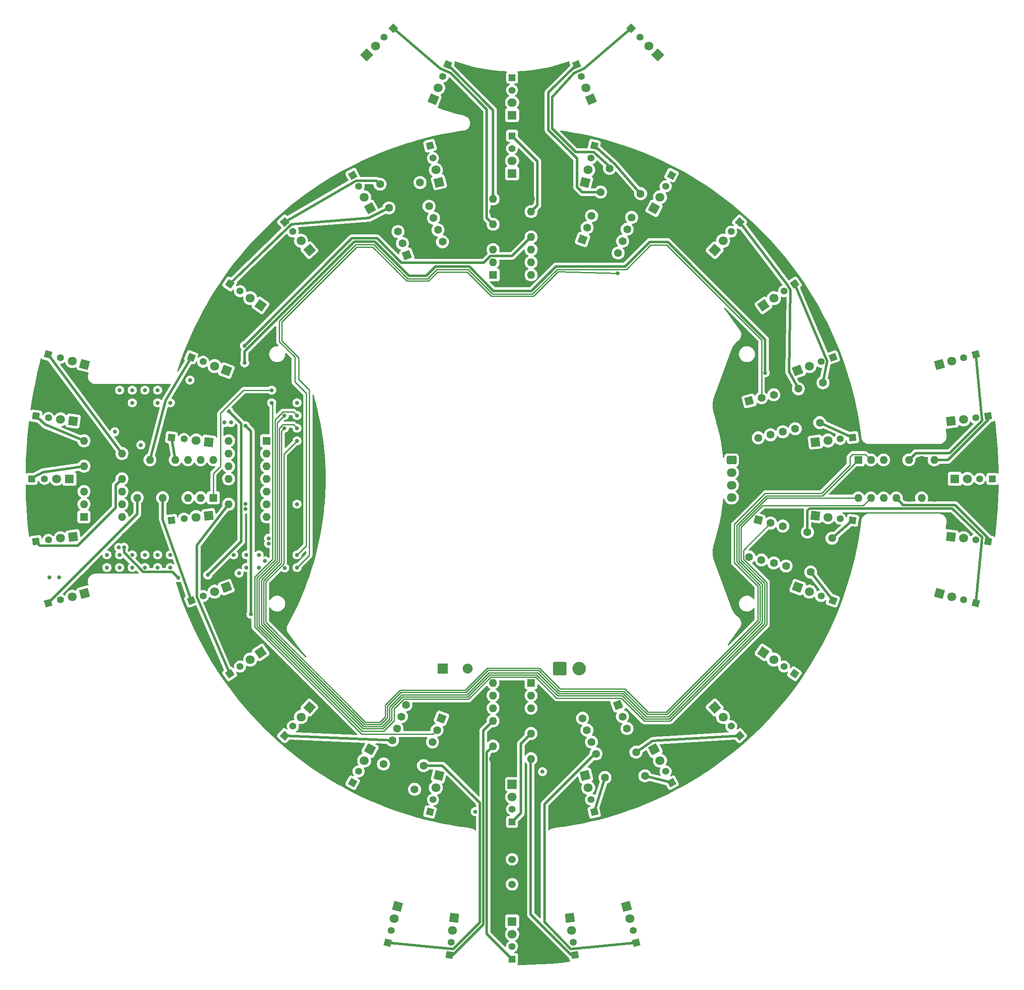
<source format=gbr>
%TF.GenerationSoftware,KiCad,Pcbnew,8.0.3*%
%TF.CreationDate,2024-10-15T17:05:12+09:00*%
%TF.ProjectId,Line-20240325,4c696e65-2d32-4303-9234-303332352e6b,rev?*%
%TF.SameCoordinates,Original*%
%TF.FileFunction,Copper,L3,Inr*%
%TF.FilePolarity,Positive*%
%FSLAX46Y46*%
G04 Gerber Fmt 4.6, Leading zero omitted, Abs format (unit mm)*
G04 Created by KiCad (PCBNEW 8.0.3) date 2024-10-15 17:05:12*
%MOMM*%
%LPD*%
G01*
G04 APERTURE LIST*
G04 Aperture macros list*
%AMRoundRect*
0 Rectangle with rounded corners*
0 $1 Rounding radius*
0 $2 $3 $4 $5 $6 $7 $8 $9 X,Y pos of 4 corners*
0 Add a 4 corners polygon primitive as box body*
4,1,4,$2,$3,$4,$5,$6,$7,$8,$9,$2,$3,0*
0 Add four circle primitives for the rounded corners*
1,1,$1+$1,$2,$3*
1,1,$1+$1,$4,$5*
1,1,$1+$1,$6,$7*
1,1,$1+$1,$8,$9*
0 Add four rect primitives between the rounded corners*
20,1,$1+$1,$2,$3,$4,$5,0*
20,1,$1+$1,$4,$5,$6,$7,0*
20,1,$1+$1,$6,$7,$8,$9,0*
20,1,$1+$1,$8,$9,$2,$3,0*%
%AMHorizOval*
0 Thick line with rounded ends*
0 $1 width*
0 $2 $3 position (X,Y) of the first rounded end (center of the circle)*
0 $4 $5 position (X,Y) of the second rounded end (center of the circle)*
0 Add line between two ends*
20,1,$1,$2,$3,$4,$5,0*
0 Add two circle primitives to create the rounded ends*
1,1,$1,$2,$3*
1,1,$1,$4,$5*%
%AMRotRect*
0 Rectangle, with rotation*
0 The origin of the aperture is its center*
0 $1 length*
0 $2 width*
0 $3 Rotation angle, in degrees counterclockwise*
0 Add horizontal line*
21,1,$1,$2,0,0,$3*%
G04 Aperture macros list end*
%TA.AperFunction,ComponentPad*%
%ADD10R,2.000000X2.000000*%
%TD*%
%TA.AperFunction,ComponentPad*%
%ADD11C,2.000000*%
%TD*%
%TA.AperFunction,ComponentPad*%
%ADD12RoundRect,0.250001X-1.099999X-1.099999X1.099999X-1.099999X1.099999X1.099999X-1.099999X1.099999X0*%
%TD*%
%TA.AperFunction,ComponentPad*%
%ADD13C,2.700000*%
%TD*%
%TA.AperFunction,ComponentPad*%
%ADD14RoundRect,0.250000X-0.725000X0.600000X-0.725000X-0.600000X0.725000X-0.600000X0.725000X0.600000X0*%
%TD*%
%TA.AperFunction,ComponentPad*%
%ADD15O,1.950000X1.700000*%
%TD*%
%TA.AperFunction,ComponentPad*%
%ADD16RotRect,1.800000X1.800000X135.000000*%
%TD*%
%TA.AperFunction,ComponentPad*%
%ADD17C,1.800000*%
%TD*%
%TA.AperFunction,ComponentPad*%
%ADD18RotRect,1.400000X1.400000X186.923077*%
%TD*%
%TA.AperFunction,ComponentPad*%
%ADD19C,1.400000*%
%TD*%
%TA.AperFunction,ComponentPad*%
%ADD20RotRect,1.400000X1.400000X112.500000*%
%TD*%
%TA.AperFunction,ComponentPad*%
%ADD21RotRect,1.400000X1.400000X34.615384*%
%TD*%
%TA.AperFunction,ComponentPad*%
%ADD22RotRect,1.400000X1.400000X103.846154*%
%TD*%
%TA.AperFunction,ComponentPad*%
%ADD23RotRect,1.400000X1.400000X173.076923*%
%TD*%
%TA.AperFunction,ComponentPad*%
%ADD24RotRect,1.600000X1.600000X159.230769*%
%TD*%
%TA.AperFunction,ComponentPad*%
%ADD25HorizOval,1.600000X0.000000X0.000000X0.000000X0.000000X0*%
%TD*%
%TA.AperFunction,ComponentPad*%
%ADD26RotRect,1.800000X1.800000X76.153845*%
%TD*%
%TA.AperFunction,ComponentPad*%
%ADD27RotRect,1.800000X1.800000X339.230768*%
%TD*%
%TA.AperFunction,ComponentPad*%
%ADD28RotRect,1.800000X1.800000X325.384615*%
%TD*%
%TA.AperFunction,ComponentPad*%
%ADD29RotRect,1.400000X1.400000X277.500000*%
%TD*%
%TA.AperFunction,ComponentPad*%
%ADD30RotRect,1.800000X1.800000X195.000000*%
%TD*%
%TA.AperFunction,ComponentPad*%
%ADD31RotRect,1.400000X1.400000X345.000000*%
%TD*%
%TA.AperFunction,ComponentPad*%
%ADD32RotRect,1.800000X1.800000X285.000000*%
%TD*%
%TA.AperFunction,ComponentPad*%
%ADD33RotRect,1.400000X1.400000X187.500000*%
%TD*%
%TA.AperFunction,ComponentPad*%
%ADD34R,1.600000X1.600000*%
%TD*%
%TA.AperFunction,ComponentPad*%
%ADD35O,1.600000X1.600000*%
%TD*%
%TA.AperFunction,ComponentPad*%
%ADD36RotRect,1.400000X1.400000X325.384615*%
%TD*%
%TA.AperFunction,ComponentPad*%
%ADD37RotRect,1.400000X1.400000X159.230769*%
%TD*%
%TA.AperFunction,ComponentPad*%
%ADD38RotRect,1.400000X1.400000X195.000000*%
%TD*%
%TA.AperFunction,ComponentPad*%
%ADD39RotRect,1.400000X1.400000X353.076922*%
%TD*%
%TA.AperFunction,ComponentPad*%
%ADD40RotRect,1.800000X1.800000X186.923077*%
%TD*%
%TA.AperFunction,ComponentPad*%
%ADD41RotRect,1.400000X1.400000X339.230768*%
%TD*%
%TA.AperFunction,ComponentPad*%
%ADD42RotRect,1.800000X1.800000X67.500000*%
%TD*%
%TA.AperFunction,ComponentPad*%
%ADD43RotRect,1.800000X1.800000X352.500000*%
%TD*%
%TA.AperFunction,ComponentPad*%
%ADD44RotRect,1.800000X1.800000X297.692307*%
%TD*%
%TA.AperFunction,ComponentPad*%
%ADD45RotRect,1.400000X1.400000X62.307691*%
%TD*%
%TA.AperFunction,ComponentPad*%
%ADD46RotRect,1.800000X1.800000X311.538461*%
%TD*%
%TA.AperFunction,ComponentPad*%
%ADD47R,1.800000X1.800000*%
%TD*%
%TA.AperFunction,ComponentPad*%
%ADD48RotRect,1.800000X1.800000X200.769230*%
%TD*%
%TA.AperFunction,ComponentPad*%
%ADD49RotRect,1.800000X1.800000X112.500000*%
%TD*%
%TA.AperFunction,ComponentPad*%
%ADD50R,1.400000X1.400000*%
%TD*%
%TA.AperFunction,ComponentPad*%
%ADD51RotRect,1.400000X1.400000X172.500000*%
%TD*%
%TA.AperFunction,ComponentPad*%
%ADD52RotRect,1.800000X1.800000X173.076923*%
%TD*%
%TA.AperFunction,ComponentPad*%
%ADD53RotRect,1.400000X1.400000X256.153846*%
%TD*%
%TA.AperFunction,ComponentPad*%
%ADD54RotRect,1.800000X1.800000X159.230769*%
%TD*%
%TA.AperFunction,ComponentPad*%
%ADD55RotRect,1.800000X1.800000X20.769230*%
%TD*%
%TA.AperFunction,ComponentPad*%
%ADD56RotRect,1.400000X1.400000X311.538461*%
%TD*%
%TA.AperFunction,ComponentPad*%
%ADD57RotRect,1.400000X1.400000X228.461538*%
%TD*%
%TA.AperFunction,ComponentPad*%
%ADD58RotRect,1.400000X1.400000X67.500000*%
%TD*%
%TA.AperFunction,ComponentPad*%
%ADD59RotRect,1.800000X1.800000X7.500000*%
%TD*%
%TA.AperFunction,ComponentPad*%
%ADD60RotRect,1.800000X1.800000X15.000000*%
%TD*%
%TA.AperFunction,ComponentPad*%
%ADD61RotRect,1.800000X1.800000X45.000000*%
%TD*%
%TA.AperFunction,ComponentPad*%
%ADD62RotRect,1.400000X1.400000X76.153845*%
%TD*%
%TA.AperFunction,ComponentPad*%
%ADD63RotRect,1.400000X1.400000X283.846153*%
%TD*%
%TA.AperFunction,ComponentPad*%
%ADD64RotRect,1.400000X1.400000X165.000000*%
%TD*%
%TA.AperFunction,ComponentPad*%
%ADD65C,1.500000*%
%TD*%
%TA.AperFunction,ComponentPad*%
%ADD66RotRect,1.400000X1.400000X131.538461*%
%TD*%
%TA.AperFunction,ComponentPad*%
%ADD67RotRect,1.800000X1.800000X262.500000*%
%TD*%
%TA.AperFunction,ComponentPad*%
%ADD68RotRect,1.800000X1.800000X48.461537*%
%TD*%
%TA.AperFunction,ComponentPad*%
%ADD69RotRect,1.400000X1.400000X20.769230*%
%TD*%
%TA.AperFunction,ComponentPad*%
%ADD70RotRect,1.800000X1.800000X145.384615*%
%TD*%
%TA.AperFunction,ComponentPad*%
%ADD71RotRect,1.600000X1.600000X256.153846*%
%TD*%
%TA.AperFunction,ComponentPad*%
%ADD72HorizOval,1.600000X0.000000X0.000000X0.000000X0.000000X0*%
%TD*%
%TA.AperFunction,ComponentPad*%
%ADD73RotRect,1.400000X1.400000X6.923076*%
%TD*%
%TA.AperFunction,ComponentPad*%
%ADD74RotRect,1.800000X1.800000X172.500000*%
%TD*%
%TA.AperFunction,ComponentPad*%
%ADD75RotRect,1.400000X1.400000X297.692307*%
%TD*%
%TA.AperFunction,ComponentPad*%
%ADD76RotRect,1.400000X1.400000X255.000000*%
%TD*%
%TA.AperFunction,ComponentPad*%
%ADD77RotRect,1.800000X1.800000X255.000000*%
%TD*%
%TA.AperFunction,ComponentPad*%
%ADD78RotRect,1.400000X1.400000X117.692308*%
%TD*%
%TA.AperFunction,ComponentPad*%
%ADD79RotRect,1.600000X1.600000X339.230769*%
%TD*%
%TA.AperFunction,ComponentPad*%
%ADD80HorizOval,1.600000X0.000000X0.000000X0.000000X0.000000X0*%
%TD*%
%TA.AperFunction,ComponentPad*%
%ADD81RotRect,1.800000X1.800000X283.846153*%
%TD*%
%TA.AperFunction,ComponentPad*%
%ADD82RotRect,1.800000X1.800000X214.615384*%
%TD*%
%TA.AperFunction,ComponentPad*%
%ADD83RotRect,1.800000X1.800000X242.307692*%
%TD*%
%TA.AperFunction,ComponentPad*%
%ADD84RotRect,1.600000X1.600000X20.769231*%
%TD*%
%TA.AperFunction,ComponentPad*%
%ADD85HorizOval,1.600000X0.000000X0.000000X0.000000X0.000000X0*%
%TD*%
%TA.AperFunction,ComponentPad*%
%ADD86RotRect,1.400000X1.400000X214.615384*%
%TD*%
%TA.AperFunction,ComponentPad*%
%ADD87RotRect,1.400000X1.400000X269.999999*%
%TD*%
%TA.AperFunction,ComponentPad*%
%ADD88RotRect,1.400000X1.400000X135.000000*%
%TD*%
%TA.AperFunction,ComponentPad*%
%ADD89RotRect,1.800000X1.800000X62.307691*%
%TD*%
%TA.AperFunction,ComponentPad*%
%ADD90RotRect,1.400000X1.400000X15.000000*%
%TD*%
%TA.AperFunction,ComponentPad*%
%ADD91RotRect,1.800000X1.800000X103.846154*%
%TD*%
%TA.AperFunction,ComponentPad*%
%ADD92RotRect,1.400000X1.400000X7.500000*%
%TD*%
%TA.AperFunction,ComponentPad*%
%ADD93RotRect,1.400000X1.400000X48.461537*%
%TD*%
%TA.AperFunction,ComponentPad*%
%ADD94RotRect,1.400000X1.400000X45.000000*%
%TD*%
%TA.AperFunction,ComponentPad*%
%ADD95RotRect,1.800000X1.800000X187.500000*%
%TD*%
%TA.AperFunction,ComponentPad*%
%ADD96RotRect,1.400000X1.400000X285.000000*%
%TD*%
%TA.AperFunction,ComponentPad*%
%ADD97RotRect,1.400000X1.400000X145.384615*%
%TD*%
%TA.AperFunction,ComponentPad*%
%ADD98RotRect,1.600000X1.600000X283.846154*%
%TD*%
%TA.AperFunction,ComponentPad*%
%ADD99HorizOval,1.600000X0.000000X0.000000X0.000000X0.000000X0*%
%TD*%
%TA.AperFunction,ComponentPad*%
%ADD100RotRect,1.800000X1.800000X228.461538*%
%TD*%
%TA.AperFunction,ComponentPad*%
%ADD101RotRect,1.800000X1.800000X269.999999*%
%TD*%
%TA.AperFunction,ComponentPad*%
%ADD102RotRect,1.800000X1.800000X6.923076*%
%TD*%
%TA.AperFunction,ComponentPad*%
%ADD103RotRect,1.800000X1.800000X34.615384*%
%TD*%
%TA.AperFunction,ComponentPad*%
%ADD104RotRect,1.600000X1.600000X200.769231*%
%TD*%
%TA.AperFunction,ComponentPad*%
%ADD105HorizOval,1.600000X0.000000X0.000000X0.000000X0.000000X0*%
%TD*%
%TA.AperFunction,ComponentPad*%
%ADD106RotRect,1.400000X1.400000X352.500000*%
%TD*%
%TA.AperFunction,ComponentPad*%
%ADD107RotRect,1.800000X1.800000X256.153846*%
%TD*%
%TA.AperFunction,ComponentPad*%
%ADD108RotRect,1.800000X1.800000X353.076922*%
%TD*%
%TA.AperFunction,ComponentPad*%
%ADD109RotRect,1.400000X1.400000X200.769230*%
%TD*%
%TA.AperFunction,ComponentPad*%
%ADD110RotRect,1.400000X1.400000X262.500000*%
%TD*%
%TA.AperFunction,ComponentPad*%
%ADD111RotRect,1.800000X1.800000X277.500000*%
%TD*%
%TA.AperFunction,ComponentPad*%
%ADD112RotRect,1.800000X1.800000X117.692308*%
%TD*%
%TA.AperFunction,ComponentPad*%
%ADD113RotRect,1.800000X1.800000X131.538461*%
%TD*%
%TA.AperFunction,ComponentPad*%
%ADD114RotRect,1.800000X1.800000X165.000000*%
%TD*%
%TA.AperFunction,ComponentPad*%
%ADD115RotRect,1.400000X1.400000X242.307692*%
%TD*%
%TA.AperFunction,ComponentPad*%
%ADD116RotRect,1.800000X1.800000X345.000000*%
%TD*%
%TA.AperFunction,ViaPad*%
%ADD117C,0.800000*%
%TD*%
%TA.AperFunction,Conductor*%
%ADD118C,0.500000*%
%TD*%
%TA.AperFunction,Conductor*%
%ADD119C,0.250000*%
%TD*%
G04 APERTURE END LIST*
D10*
%TO.N,+5V*%
%TO.C,C1*%
X-13867677Y-38000000D03*
D11*
%TO.N,GND*%
X-8867677Y-38000000D03*
%TD*%
D12*
%TO.N,+5V*%
%TO.C,J1*%
X9520000Y-38000000D03*
D13*
%TO.N,GND*%
X13480000Y-38000000D03*
%TD*%
D14*
%TO.N,+5V*%
%TO.C,J2*%
X44000000Y3750000D03*
D15*
%TO.N,GND*%
X44000000Y1250000D03*
%TO.N,Line-Main=TX_5V*%
X44000000Y-1250000D03*
%TO.N,Line-Main=RX_5V*%
X44000000Y-3750000D03*
%TD*%
D16*
%TO.N,GND*%
%TO.C,D27*%
X29173754Y84996991D03*
D17*
%TO.N,Net-(D27-A)*%
X27377702Y86793043D03*
%TD*%
D18*
%TO.N,Raw08*%
%TO.C,U8*%
X-68269669Y-8288832D03*
D19*
%TO.N,+5V*%
X-65748189Y-7982668D03*
%TD*%
D20*
%TO.N,Raw28*%
%TO.C,U28*%
X12902938Y83019217D03*
D19*
%TO.N,+5V*%
X13874954Y80672563D03*
%TD*%
D21*
%TO.N,Raw23*%
%TO.C,U23*%
X56595520Y39066286D03*
D19*
%TO.N,+5V*%
X54505142Y37623402D03*
%TD*%
D22*
%TO.N,Raw02*%
%TO.C,U2*%
X-16458818Y66772143D03*
D19*
%TO.N,+5V*%
X-15850956Y64305951D03*
%TD*%
D23*
%TO.N,Raw07*%
%TO.C,U7*%
X-68269668Y8289783D03*
D19*
%TO.N,+5V*%
X-65748188Y7983619D03*
%TD*%
D24*
%TO.N,Line13*%
%TO.C,Comp9*%
X-14135660Y-47985964D03*
D25*
%TO.N,Line37*%
X-15036356Y-50360905D03*
%TO.N,+5V*%
X-15937053Y-52735846D03*
%TO.N,LineThreshold*%
X-16837749Y-55110788D03*
%TO.N,Raw37*%
X-17738446Y-57485729D03*
%TO.N,LineThreshold*%
X-18639142Y-59860670D03*
%TO.N,Raw13*%
X-19539839Y-62235611D03*
%TO.N,LineThreshold*%
X-26664662Y-59533522D03*
%TO.N,Raw12*%
X-25763966Y-57158581D03*
%TO.N,LineThreshold*%
X-24863269Y-54783640D03*
%TO.N,Raw11*%
X-23962573Y-52408698D03*
%TO.N,GND*%
X-23061877Y-50033757D03*
%TO.N,Line11*%
X-22161180Y-47658816D03*
%TO.N,Line12*%
X-21260484Y-45283875D03*
%TD*%
D26*
%TO.N,GND*%
%TO.C,D26*%
X14652219Y59451242D03*
D17*
%TO.N,Net-(D26-A)*%
X15260081Y61917434D03*
%TD*%
D27*
%TO.N,GND*%
%TO.C,D19*%
X57249963Y-21711983D03*
D17*
%TO.N,Net-(D19-A)*%
X59624905Y-22612679D03*
%TD*%
D28*
%TO.N,GND*%
%TO.C,D18*%
X50390222Y-34782130D03*
D17*
%TO.N,Net-(D18-A)*%
X52480600Y-36225014D03*
%TD*%
D29*
%TO.N,Raw40*%
%TO.C,U40*%
X12564666Y-95445922D03*
D19*
%TO.N,+5V*%
X12233130Y-92927652D03*
%TD*%
D30*
%TO.N,GND*%
%TO.C,D36*%
X-85707699Y-22964578D03*
D17*
%TO.N,Net-(D36-A)*%
X-88161151Y-23621978D03*
%TD*%
D31*
%TO.N,Raw42*%
%TO.C,U42*%
X92988589Y-24916034D03*
D19*
%TO.N,+5V*%
X90535137Y-24258634D03*
%TD*%
D32*
%TO.N,GND*%
%TO.C,D41*%
X22963924Y-85706124D03*
D17*
%TO.N,Net-(D41-A)*%
X23621324Y-88159576D03*
%TD*%
D33*
%TO.N,Raw35*%
%TO.C,U35*%
X-95447487Y-12565281D03*
D19*
%TO.N,+5V*%
X-92929217Y-12233745D03*
%TD*%
D34*
%TO.N,Line40*%
%TO.C,Comp8*%
X3798970Y-40879855D03*
D35*
%TO.N,Line14*%
X3798970Y-43419855D03*
%TO.N,+5V*%
X3798970Y-45959855D03*
%TO.N,LineThreshold*%
X3798970Y-48499855D03*
%TO.N,Raw14*%
X3798970Y-51039855D03*
%TO.N,LineThreshold*%
X3798970Y-53579855D03*
%TO.N,Raw40*%
X3798970Y-56119855D03*
%TO.N,LineThreshold*%
X-3821030Y-56119855D03*
%TO.N,Raw39*%
X-3821030Y-53579855D03*
%TO.N,LineThreshold*%
X-3821030Y-51039855D03*
%TO.N,Raw38*%
X-3821030Y-48499855D03*
%TO.N,GND*%
X-3821030Y-45959855D03*
%TO.N,Line38*%
X-3821030Y-43419855D03*
%TO.N,Line39*%
X-3821030Y-40879855D03*
%TD*%
D36*
%TO.N,Raw18*%
%TO.C,U18*%
X56595519Y-39065338D03*
D19*
%TO.N,+5V*%
X54505141Y-37622454D03*
%TD*%
D34*
%TO.N,Line33*%
%TO.C,Comp6*%
X-85801030Y-7619855D03*
D35*
%TO.N,Line34*%
X-85801030Y-5079855D03*
%TO.N,+5V*%
X-85801030Y-2539855D03*
%TO.N,LineThreshold*%
X-85801030Y145D03*
%TO.N,Raw34*%
X-85801030Y2540145D03*
%TO.N,LineThreshold*%
X-85801030Y5080145D03*
%TO.N,Raw33*%
X-85801030Y7620145D03*
%TO.N,LineThreshold*%
X-78181030Y7620145D03*
%TO.N,Raw32*%
X-78181030Y5080145D03*
%TO.N,LineThreshold*%
X-78181030Y2540145D03*
%TO.N,Raw35*%
X-78181030Y145D03*
%TO.N,GND*%
X-78181030Y-2539855D03*
%TO.N,Line35*%
X-78181030Y-5079855D03*
%TO.N,Line32*%
X-78181030Y-7619855D03*
%TD*%
D37*
%TO.N,Raw06*%
%TO.C,U6*%
X-64302147Y24386653D03*
D19*
%TO.N,+5V*%
X-61927205Y23485957D03*
%TD*%
D38*
%TO.N,Raw36*%
%TO.C,U36*%
X-92990770Y-24916034D03*
D19*
%TO.N,+5V*%
X-90537318Y-24258634D03*
%TD*%
D39*
%TO.N,Raw20*%
%TO.C,U20*%
X68267508Y-8288835D03*
D19*
%TO.N,+5V*%
X65746028Y-7982667D03*
%TD*%
D40*
%TO.N,GND*%
%TO.C,D8*%
X-60784644Y-7379985D03*
D17*
%TO.N,Net-(D8-A)*%
X-63306124Y-7686149D03*
%TD*%
D41*
%TO.N,Raw19*%
%TO.C,U19*%
X64299987Y-24385703D03*
D19*
%TO.N,+5V*%
X61925045Y-23485007D03*
%TD*%
D42*
%TO.N,GND*%
%TO.C,D30*%
X-15789901Y76053165D03*
D17*
%TO.N,Net-(D30-A)*%
X-14817885Y78399819D03*
%TD*%
D43*
%TO.N,GND*%
%TO.C,D43*%
X87969813Y-11581113D03*
D17*
%TO.N,Net-(D43-A)*%
X90488085Y-11912651D03*
%TD*%
D44*
%TO.N,GND*%
%TO.C,D16*%
X28453919Y-54215997D03*
D17*
%TO.N,Net-(D16-A)*%
X29634315Y-56465055D03*
%TD*%
D45*
%TO.N,Raw25*%
%TO.C,U25*%
X31957933Y60893285D03*
D19*
%TO.N,+5V*%
X30777537Y58644227D03*
%TD*%
D46*
%TO.N,GND*%
%TO.C,D17*%
X40601919Y-45830838D03*
D17*
%TO.N,Net-(D17-A)*%
X42286251Y-47732056D03*
%TD*%
D47*
%TO.N,GND*%
%TO.C,D34*%
X-88731101Y437D03*
D17*
%TO.N,Net-(D34-A)*%
X-91271101Y437D03*
%TD*%
D48*
%TO.N,GND*%
%TO.C,D9*%
X-57252124Y-21711982D03*
D17*
%TO.N,Net-(D9-A)*%
X-59627066Y-22612678D03*
%TD*%
D49*
%TO.N,GND*%
%TO.C,D28*%
X15788371Y76053165D03*
D17*
%TO.N,Net-(D28-A)*%
X14816355Y78399819D03*
%TD*%
D50*
%TO.N,Raw34*%
%TO.C,U34*%
X-96271090Y475D03*
D19*
%TO.N,+5V*%
X-93731090Y475D03*
%TD*%
D51*
%TO.N,Raw33*%
%TO.C,U33*%
X-95447487Y12566233D03*
D19*
%TO.N,+5V*%
X-92929217Y12234695D03*
%TD*%
D34*
%TO.N,Line36*%
%TO.C,Comp5*%
X-59881030Y-3799855D03*
D35*
%TO.N,Line09*%
X-62421030Y-3799855D03*
%TO.N,+5V*%
X-64961030Y-3799855D03*
%TO.N,LineThreshold*%
X-67501030Y-3799855D03*
%TO.N,Raw09*%
X-70041030Y-3799855D03*
%TO.N,LineThreshold*%
X-72581030Y-3799855D03*
%TO.N,Raw36*%
X-75121030Y-3799855D03*
%TO.N,LineThreshold*%
X-75121030Y3820145D03*
%TO.N,Raw06*%
X-72581030Y3820145D03*
%TO.N,LineThreshold*%
X-70041030Y3820145D03*
%TO.N,Raw07*%
X-67501030Y3820145D03*
%TO.N,GND*%
X-64961030Y3820145D03*
%TO.N,Line07*%
X-62421030Y3820145D03*
%TO.N,Line06*%
X-59881030Y3820145D03*
%TD*%
D52*
%TO.N,GND*%
%TO.C,D7*%
X-60784644Y7380935D03*
D17*
%TO.N,Net-(D7-A)*%
X-63306124Y7687099D03*
%TD*%
D53*
%TO.N,Raw13*%
%TO.C,U13*%
X-16458818Y-66771193D03*
D19*
%TO.N,+5V*%
X-15850956Y-64305001D03*
%TD*%
D54*
%TO.N,GND*%
%TO.C,D6*%
X-57252124Y21712932D03*
D17*
%TO.N,Net-(D6-A)*%
X-59627066Y22613628D03*
%TD*%
D55*
%TO.N,GND*%
%TO.C,D22*%
X57249964Y21712931D03*
D17*
%TO.N,Net-(D22-A)*%
X59624906Y22613627D03*
%TD*%
D56*
%TO.N,Raw17*%
%TO.C,U17*%
X45601864Y-51474610D03*
D19*
%TO.N,+5V*%
X43917532Y-49573392D03*
%TD*%
D50*
%TO.N,Raw29*%
%TO.C,U29*%
X-765Y80452510D03*
D19*
%TO.N,+5V*%
X-765Y77912510D03*
%TD*%
D57*
%TO.N,Raw11*%
%TO.C,U11*%
X-45604025Y-51474609D03*
D19*
%TO.N,+5V*%
X-43919693Y-49573391D03*
%TD*%
D58*
%TO.N,Raw30*%
%TO.C,U30*%
X-12904467Y83019217D03*
D19*
%TO.N,+5V*%
X-13876483Y80672563D03*
%TD*%
D59*
%TO.N,GND*%
%TO.C,D45*%
X87969813Y11582066D03*
D17*
%TO.N,Net-(D45-A)*%
X90488083Y11913600D03*
%TD*%
D60*
%TO.N,GND*%
%TO.C,D46*%
X85705509Y22965491D03*
D17*
%TO.N,Net-(D46-A)*%
X88158959Y23622889D03*
%TD*%
D61*
%TO.N,GND*%
%TO.C,D31*%
X-29175285Y84996991D03*
D17*
%TO.N,Net-(D31-A)*%
X-27379233Y86793043D03*
%TD*%
D62*
%TO.N,Raw26*%
%TO.C,U26*%
X16456659Y66772143D03*
D19*
%TO.N,+5V*%
X15848797Y64305951D03*
%TD*%
D63*
%TO.N,Raw15*%
%TO.C,U15*%
X16456657Y-66771193D03*
D19*
%TO.N,+5V*%
X15848795Y-64305001D03*
%TD*%
D64*
%TO.N,Raw32*%
%TO.C,U32*%
X-92990769Y24916984D03*
D19*
%TO.N,+5V*%
X-90537317Y24259584D03*
%TD*%
D65*
%TO.N,Buzzer*%
%TO.C,BZ1*%
X0Y-76275000D03*
%TO.N,GND*%
X0Y-81275000D03*
%TD*%
D66*
%TO.N,Raw04*%
%TO.C,U4*%
X-45604025Y51475559D03*
D19*
%TO.N,+5V*%
X-43919693Y49574341D03*
%TD*%
D67*
%TO.N,GND*%
%TO.C,D38*%
X-11582678Y-87970428D03*
D17*
%TO.N,Net-(D38-A)*%
X-11914216Y-90488698D03*
%TD*%
D68*
%TO.N,GND*%
%TO.C,D24*%
X40601921Y45831786D03*
D17*
%TO.N,Net-(D24-A)*%
X42286253Y47733004D03*
%TD*%
D69*
%TO.N,Raw22*%
%TO.C,U22*%
X64299987Y24386651D03*
D19*
%TO.N,+5V*%
X61925045Y23485955D03*
%TD*%
D70*
%TO.N,GND*%
%TO.C,D5*%
X-50392381Y34783079D03*
D17*
%TO.N,Net-(D5-A)*%
X-52482761Y36225963D03*
%TD*%
D71*
%TO.N,Line20*%
%TO.C,Comp12*%
X49338948Y-8247342D03*
D72*
%TO.N,Line42*%
X51805140Y-8855204D03*
%TO.N,+5V*%
X54271332Y-9463065D03*
%TO.N,LineThreshold*%
X56737525Y-10070927D03*
%TO.N,Raw42*%
X59203717Y-10678789D03*
%TO.N,LineThreshold*%
X61669909Y-11286651D03*
%TO.N,Raw20*%
X64136101Y-11894512D03*
%TO.N,LineThreshold*%
X62312516Y-19293089D03*
%TO.N,Raw19*%
X59846324Y-18685227D03*
%TO.N,LineThreshold*%
X57380131Y-18077366D03*
%TO.N,Raw18*%
X54913939Y-17469504D03*
%TO.N,GND*%
X52447747Y-16861642D03*
%TO.N,Line18*%
X49981555Y-16253780D03*
%TO.N,Line19*%
X47515363Y-15645918D03*
%TD*%
D73*
%TO.N,Raw21*%
%TO.C,U21*%
X68267509Y8289781D03*
D19*
%TO.N,+5V*%
X65746029Y7983617D03*
%TD*%
D74*
%TO.N,GND*%
%TO.C,D33*%
X-87972003Y11582026D03*
D17*
%TO.N,Net-(D33-A)*%
X-90490273Y11913562D03*
%TD*%
D75*
%TO.N,Raw16*%
%TO.C,U16*%
X31957931Y-60892336D03*
D19*
%TO.N,+5V*%
X30777535Y-58643278D03*
%TD*%
D76*
%TO.N,Raw37*%
%TO.C,U37*%
X-24917599Y-92989204D03*
D19*
%TO.N,+5V*%
X-24260199Y-90535752D03*
%TD*%
D77*
%TO.N,GND*%
%TO.C,D37*%
X-22966104Y-85706123D03*
D17*
%TO.N,Net-(D37-A)*%
X-23623504Y-88159575D03*
%TD*%
D78*
%TO.N,Raw03*%
%TO.C,U3*%
X-31960092Y60893285D03*
D19*
%TO.N,+5V*%
X-30779696Y58644227D03*
%TD*%
D47*
%TO.N,GND*%
%TO.C,D44*%
X88728910Y477D03*
D17*
%TO.N,Net-(D44-A)*%
X91268912Y477D03*
%TD*%
D79*
%TO.N,Line27*%
%TO.C,Comp3*%
X14133600Y47986254D03*
D80*
%TO.N,Line28*%
X15034296Y50361195D03*
%TO.N,+5V*%
X15934993Y52736136D03*
%TO.N,LineThreshold*%
X16835689Y55111078D03*
%TO.N,Raw28*%
X17736386Y57486019D03*
%TO.N,LineThreshold*%
X18637082Y59860960D03*
%TO.N,Raw27*%
X19537779Y62235901D03*
%TO.N,LineThreshold*%
X26662602Y59533812D03*
%TO.N,Raw26*%
X25761906Y57158871D03*
%TO.N,LineThreshold*%
X24861209Y54783930D03*
%TO.N,Raw25*%
X23960513Y52408988D03*
%TO.N,GND*%
X23059817Y50034047D03*
%TO.N,Line25*%
X22159120Y47659106D03*
%TO.N,Line26*%
X21258424Y45284165D03*
%TD*%
D81*
%TO.N,GND*%
%TO.C,D15*%
X14652217Y-59450292D03*
D17*
%TO.N,Net-(D15-A)*%
X15260079Y-61916484D03*
%TD*%
D82*
%TO.N,GND*%
%TO.C,D10*%
X-50392382Y-34782129D03*
D17*
%TO.N,Net-(D10-A)*%
X-52482760Y-36225013D03*
%TD*%
D83*
%TO.N,GND*%
%TO.C,D12*%
X-28456080Y-54215997D03*
D17*
%TO.N,Net-(D12-A)*%
X-29636476Y-56465055D03*
%TD*%
D84*
%TO.N,Line04*%
%TO.C,Comp1*%
X-21064480Y44823749D03*
D85*
%TO.N,Line05*%
X-21965177Y47198690D03*
%TO.N,+5V*%
X-22865873Y49573631D03*
%TO.N,LineThreshold*%
X-23766570Y51948572D03*
%TO.N,Raw05*%
X-24667266Y54323514D03*
%TO.N,LineThreshold*%
X-25567963Y56698455D03*
%TO.N,Raw04*%
X-26468659Y59073396D03*
%TO.N,LineThreshold*%
X-19343835Y61775485D03*
%TO.N,Raw02*%
X-18443139Y59400544D03*
%TO.N,LineThreshold*%
X-17542442Y57025603D03*
%TO.N,Raw03*%
X-16641746Y54650662D03*
%TO.N,GND*%
X-15741050Y52275720D03*
%TO.N,Line03*%
X-14840353Y49900779D03*
%TO.N,Line02*%
X-13939657Y47525838D03*
%TD*%
D86*
%TO.N,Raw10*%
%TO.C,U10*%
X-56597680Y-39065337D03*
D19*
%TO.N,+5V*%
X-54507302Y-37622453D03*
%TD*%
D34*
%TO.N,Line45*%
%TO.C,Comp11*%
X69378970Y3800145D03*
D35*
%TO.N,Line46*%
X71918970Y3800145D03*
%TO.N,+5V*%
X74458970Y3800145D03*
%TO.N,LineThreshold*%
X76998970Y3800145D03*
%TO.N,Raw46*%
X79538970Y3800145D03*
%TO.N,LineThreshold*%
X82078970Y3800145D03*
%TO.N,Raw45*%
X84618970Y3800145D03*
%TO.N,LineThreshold*%
X84618970Y-3819855D03*
%TO.N,Raw44*%
X82078970Y-3819855D03*
%TO.N,LineThreshold*%
X79538970Y-3819855D03*
%TO.N,Raw43*%
X76998970Y-3819855D03*
%TO.N,GND*%
X74458970Y-3819855D03*
%TO.N,Line43*%
X71918970Y-3819855D03*
%TO.N,Line44*%
X69378970Y-3819855D03*
%TD*%
D87*
%TO.N,Raw14*%
%TO.C,U14*%
X-1080Y-68769525D03*
D19*
%TO.N,+5V*%
X-1080Y-66229525D03*
%TD*%
D88*
%TO.N,Raw27*%
%TO.C,U27*%
X23842168Y90328577D03*
D19*
%TO.N,+5V*%
X25638220Y88532525D03*
%TD*%
D89*
%TO.N,GND*%
%TO.C,D25*%
X28453921Y54216947D03*
D17*
%TO.N,Net-(D25-A)*%
X29634317Y56466005D03*
%TD*%
D90*
%TO.N,Raw46*%
%TO.C,U46*%
X92988590Y24916984D03*
D19*
%TO.N,+5V*%
X90535138Y24259584D03*
%TD*%
D91*
%TO.N,GND*%
%TO.C,D2*%
X-14654377Y59451242D03*
D17*
%TO.N,Net-(D2-A)*%
X-15262239Y61917434D03*
%TD*%
D92*
%TO.N,Raw45*%
%TO.C,U45*%
X95445307Y12566232D03*
D19*
%TO.N,+5V*%
X92927037Y12234696D03*
%TD*%
D93*
%TO.N,Raw24*%
%TO.C,U24*%
X45601866Y51475558D03*
D19*
%TO.N,+5V*%
X43917534Y49574340D03*
%TD*%
D50*
%TO.N,Raw39*%
%TO.C,U39*%
X-1090Y-96269525D03*
D19*
%TO.N,+5V*%
X-1090Y-93729525D03*
%TD*%
D94*
%TO.N,Raw31*%
%TO.C,U31*%
X-23843699Y90328577D03*
D19*
%TO.N,+5V*%
X-25639751Y88532525D03*
%TD*%
D47*
%TO.N,GND*%
%TO.C,D1*%
X-1080Y61230475D03*
D17*
%TO.N,Net-(D1-A)*%
X-1080Y63770475D03*
%TD*%
D95*
%TO.N,GND*%
%TO.C,D35*%
X-87972003Y-11581152D03*
D17*
%TO.N,Net-(D35-A)*%
X-90490273Y-11912688D03*
%TD*%
D96*
%TO.N,Raw41*%
%TO.C,U41*%
X24915418Y-92989205D03*
D19*
%TO.N,+5V*%
X24258018Y-90535753D03*
%TD*%
D97*
%TO.N,Raw05*%
%TO.C,U5*%
X-56597680Y39066287D03*
D19*
%TO.N,+5V*%
X-54507300Y37623403D03*
%TD*%
D98*
%TO.N,Line23*%
%TO.C,Comp10*%
X47520149Y15626790D03*
D99*
%TO.N,Line24*%
X49986341Y16234651D03*
%TO.N,+5V*%
X52452533Y16842513D03*
%TO.N,LineThreshold*%
X54918725Y17450375D03*
%TO.N,Raw24*%
X57384918Y18058237D03*
%TO.N,LineThreshold*%
X59851110Y18666098D03*
%TO.N,Raw23*%
X62317302Y19273960D03*
%TO.N,LineThreshold*%
X64140887Y11875384D03*
%TO.N,Raw21*%
X61674695Y11267522D03*
%TO.N,LineThreshold*%
X59208503Y10659660D03*
%TO.N,Raw22*%
X56742311Y10051798D03*
%TO.N,GND*%
X54276119Y9443936D03*
%TO.N,Line22*%
X51809926Y8836075D03*
%TO.N,Line21*%
X49343734Y8228213D03*
%TD*%
D34*
%TO.N,unconnected-(Comp4-1OUT-Pad1)*%
%TO.C,Comp4*%
X-49201030Y7620145D03*
D35*
%TO.N,unconnected-(Comp4-2OUT-Pad2)*%
X-49201030Y5080145D03*
%TO.N,+5V*%
X-49201030Y2540145D03*
%TO.N,unconnected-(Comp4-2IN--Pad4)*%
X-49201030Y145D03*
%TO.N,unconnected-(Comp4-2IN+-Pad5)*%
X-49201030Y-2539855D03*
%TO.N,unconnected-(Comp4-1IN--Pad6)*%
X-49201030Y-5079855D03*
%TO.N,unconnected-(Comp4-1IN+-Pad7)*%
X-49201030Y-7619855D03*
%TO.N,LineThreshold*%
X-56821030Y-7619855D03*
%TO.N,Raw10*%
X-56821030Y-5079855D03*
%TO.N,LineThreshold*%
X-56821030Y-2539855D03*
%TO.N,Raw08*%
X-56821030Y145D03*
%TO.N,GND*%
X-56821030Y2540145D03*
%TO.N,Line08*%
X-56821030Y5080145D03*
%TO.N,Line10*%
X-56821030Y7620145D03*
%TD*%
D100*
%TO.N,GND*%
%TO.C,D11*%
X-40604080Y-45830837D03*
D17*
%TO.N,Net-(D11-A)*%
X-42288412Y-47732055D03*
%TD*%
D50*
%TO.N,Raw44*%
%TO.C,U44*%
X96268911Y476D03*
D19*
%TO.N,+5V*%
X93728911Y476D03*
%TD*%
D50*
%TO.N,Raw01*%
%TO.C,U1*%
X-1080Y68770475D03*
D19*
%TO.N,+5V*%
X-1080Y66230475D03*
%TD*%
D34*
%TO.N,Line30*%
%TO.C,Comp2*%
X-3801030Y40880145D03*
D35*
%TO.N,Line31*%
X-3801030Y43420145D03*
%TO.N,+5V*%
X-3801030Y45960145D03*
%TO.N,LineThreshold*%
X-3801030Y48500145D03*
%TO.N,Raw31*%
X-3801030Y51040145D03*
%TO.N,LineThreshold*%
X-3801030Y53580145D03*
%TO.N,Raw30*%
X-3801030Y56120145D03*
%TO.N,LineThreshold*%
X3818970Y56120145D03*
%TO.N,Raw01*%
X3818970Y53580145D03*
%TO.N,LineThreshold*%
X3818970Y51040145D03*
%TO.N,Raw29*%
X3818970Y48500145D03*
%TO.N,GND*%
X3818970Y45960145D03*
%TO.N,Line29*%
X3818970Y43420145D03*
%TO.N,Line01*%
X3818970Y40880145D03*
%TD*%
D101*
%TO.N,GND*%
%TO.C,D14*%
X-1080Y-61229525D03*
D17*
%TO.N,Net-(D14-A)*%
X-1080Y-63769525D03*
%TD*%
D102*
%TO.N,GND*%
%TO.C,D21*%
X60782484Y7380934D03*
D17*
%TO.N,Net-(D21-A)*%
X63303964Y7687098D03*
%TD*%
D103*
%TO.N,GND*%
%TO.C,D23*%
X50390223Y34783078D03*
D17*
%TO.N,Net-(D23-A)*%
X52480601Y36225962D03*
%TD*%
D104*
%TO.N,Line16*%
%TO.C,Comp7*%
X21239723Y-45290967D03*
D105*
%TO.N,Line17*%
X22140420Y-47665908D03*
%TO.N,+5V*%
X23041116Y-50040849D03*
%TO.N,LineThreshold*%
X23941813Y-52415790D03*
%TO.N,Raw17*%
X24842509Y-54790732D03*
%TO.N,LineThreshold*%
X25743206Y-57165673D03*
%TO.N,Raw16*%
X26643902Y-59540614D03*
%TO.N,LineThreshold*%
X19519078Y-62242703D03*
%TO.N,Raw15*%
X18618382Y-59867762D03*
%TO.N,LineThreshold*%
X17717685Y-57492821D03*
%TO.N,Raw41*%
X16816989Y-55117880D03*
%TO.N,GND*%
X15916293Y-52742938D03*
%TO.N,Line41*%
X15015596Y-50367997D03*
%TO.N,Line15*%
X14114900Y-47993056D03*
%TD*%
D47*
%TO.N,GND*%
%TO.C,D39*%
X-1089Y-88729526D03*
D17*
%TO.N,Net-(D39-A)*%
X-1089Y-91269526D03*
%TD*%
D106*
%TO.N,Raw43*%
%TO.C,U43*%
X95445307Y-12565282D03*
D19*
%TO.N,+5V*%
X92927037Y-12233744D03*
%TD*%
D107*
%TO.N,GND*%
%TO.C,D13*%
X-14654378Y-59450292D03*
D17*
%TO.N,Net-(D13-A)*%
X-15262240Y-61916484D03*
%TD*%
D108*
%TO.N,GND*%
%TO.C,D20*%
X60782484Y-7379984D03*
D17*
%TO.N,Net-(D20-A)*%
X63303964Y-7686152D03*
%TD*%
D109*
%TO.N,Raw09*%
%TO.C,U9*%
X-64302147Y-24385702D03*
D19*
%TO.N,+5V*%
X-61927205Y-23485006D03*
%TD*%
D47*
%TO.N,GND*%
%TO.C,D29*%
X-765Y72912510D03*
D17*
%TO.N,Net-(D29-A)*%
X-765Y75452510D03*
%TD*%
D110*
%TO.N,Raw38*%
%TO.C,U38*%
X-12566848Y-95445922D03*
D19*
%TO.N,+5V*%
X-12235310Y-92927652D03*
%TD*%
D111*
%TO.N,GND*%
%TO.C,D40*%
X11580499Y-87970428D03*
D17*
%TO.N,Net-(D40-A)*%
X11912035Y-90488698D03*
%TD*%
D112*
%TO.N,GND*%
%TO.C,D3*%
X-28456080Y54216947D03*
D17*
%TO.N,Net-(D3-A)*%
X-29636476Y56466005D03*
%TD*%
D113*
%TO.N,GND*%
%TO.C,D4*%
X-40604080Y45831787D03*
D17*
%TO.N,Net-(D4-A)*%
X-42288412Y47733005D03*
%TD*%
D114*
%TO.N,GND*%
%TO.C,D32*%
X-85707699Y22965450D03*
D17*
%TO.N,Net-(D32-A)*%
X-88161151Y23622850D03*
%TD*%
D115*
%TO.N,Raw12*%
%TO.C,U12*%
X-31960092Y-60892335D03*
D19*
%TO.N,+5V*%
X-30779696Y-58643277D03*
%TD*%
D116*
%TO.N,GND*%
%TO.C,D42*%
X85705507Y-22964539D03*
D17*
%TO.N,Net-(D42-A)*%
X88158961Y-23621939D03*
%TD*%
D117*
%TO.N,+5V*%
X-74400000Y6787500D03*
X-92720000Y-19787238D03*
X-90800000Y-19787237D03*
%TO.N,GND*%
X-43101080Y-5079525D03*
%TO.N,LineThreshold*%
X-77825000Y-11300000D03*
%TO.N,Line01*%
X-73581080Y-17779525D03*
%TO.N,Line02*%
X-71041080Y-15239525D03*
%TO.N,Line04*%
X-68501080Y-15239525D03*
%TO.N,Line03*%
X-71041080Y-17779525D03*
%TO.N,Line05*%
X-68501080Y-17779525D03*
%TO.N,Raw41*%
X-53425000Y10650000D03*
X-52338660Y-27139200D03*
X-76121080Y15240475D03*
%TO.N,Line14*%
X-55801080Y-15239525D03*
X6100000Y-58700000D03*
%TO.N,Line15*%
X-54711080Y-18900000D03*
%TO.N,Raw13*%
X-77767761Y-13728679D03*
X-66900000Y-19800000D03*
%TO.N,Line16*%
X-53261080Y-15239525D03*
%TO.N,Line19*%
X-50721080Y-17779525D03*
%TO.N,Raw17*%
X-78838334Y-13750035D03*
X-7375000Y-66700000D03*
%TO.N,Line18*%
X-50721080Y-15239525D03*
%TO.N,Line20*%
X-49500000Y-16450000D03*
%TO.N,Line17*%
X-53261080Y-17779525D03*
%TO.N,Raw21*%
X-71041080Y15240475D03*
%TO.N,Line23*%
X-45564785Y-17855820D03*
%TO.N,Line21*%
X-48801030Y-12950000D03*
%TO.N,Line22*%
X-48800239Y-11925485D03*
%TO.N,Line24*%
X-43101080Y-15239525D03*
%TO.N,Raw25*%
X-71041080Y17780475D03*
%TO.N,Line25*%
X21150000Y41250000D03*
X-43101080Y-17779525D03*
%TO.N,Line32*%
X-57650000Y11287099D03*
%TO.N,Raw29*%
X-53639429Y26689429D03*
X-73581080Y17780475D03*
%TO.N,Line33*%
X-56350000Y11287099D03*
%TO.N,Line36*%
X-48181080Y17780475D03*
%TO.N,Line34*%
X-79626934Y9426934D03*
%TO.N,Line37*%
X-48181080Y15240475D03*
%TO.N,Raw01*%
X-68501080Y15240475D03*
X-64550000Y19800000D03*
%TO.N,Raw45*%
X-53600000Y23250000D03*
X-76121080Y17780475D03*
X50711341Y21261341D03*
%TO.N,Raw37*%
X-60977641Y-19276416D03*
X-56700000Y13500000D03*
%TO.N,Line-Main=RX_5V*%
X-53425000Y-6050000D03*
X-81201080Y-17779525D03*
%TO.N,Line-Main=TX_5V*%
X-53425000Y-5049997D03*
X-81201080Y-15239525D03*
%TO.N,Buzzer*%
X-78661080Y-17779525D03*
%TO.N,LED02*%
X-76121080Y-17779525D03*
%TO.N,LED01*%
X-76121080Y-15239525D03*
%TO.N,LED03*%
X-73581080Y-15239525D03*
%TO.N,Raw09*%
X-78661080Y17780475D03*
%TO.N,Line41*%
X-43101080Y15240475D03*
%TO.N,Line45*%
X-45641080Y10160475D03*
%TO.N,Line44*%
X-43101080Y10160475D03*
%TO.N,Line43*%
X-45641080Y12700475D03*
%TO.N,Line46*%
X-43101080Y7620475D03*
%TO.N,Line42*%
X-43101080Y12700475D03*
%TO.N,Net-(R97-Pad1)*%
X-78661080Y-15239525D03*
%TD*%
D118*
%TO.N,LineThreshold*%
X57380131Y-18077366D02*
X57222634Y-18077366D01*
X57222634Y-18077366D02*
X57200000Y-18100000D01*
%TO.N,Raw11*%
X-45604025Y-51474609D02*
X-23962573Y-52408698D01*
%TO.N,Raw10*%
X-63200830Y-23628430D02*
X-63200830Y-13328430D01*
X-56597680Y-39065337D02*
X-63200830Y-23628430D01*
X-63200830Y-13328430D02*
X-56821030Y-5079855D01*
%TO.N,Raw41*%
X6499170Y-65219247D02*
X16600537Y-55117880D01*
X11750000Y-94250000D02*
X6499170Y-88828430D01*
X6499170Y-88828430D02*
X6499170Y-65219247D01*
X24915418Y-92989205D02*
X11750000Y-94250000D01*
X-52338660Y-27139200D02*
X-52344145Y-27133715D01*
X-52344145Y-27133715D02*
X-52344145Y9569145D01*
X16600537Y-55117880D02*
X16816989Y-55117880D01*
X-52344145Y9569145D02*
X-53425000Y10650000D01*
%TO.N,Raw14*%
X1749170Y-53089655D02*
X3798970Y-51039855D01*
X1749170Y-67019275D02*
X1749170Y-53089655D01*
X-1080Y-68769525D02*
X1749170Y-67019275D01*
%TO.N,Raw16*%
X26643902Y-59540614D02*
X31957931Y-60892336D01*
%TO.N,Raw13*%
X-77767761Y-13728679D02*
X-77767761Y-14794926D01*
X-77767761Y-14794926D02*
X-73933162Y-18629525D01*
X-73933162Y-18629525D02*
X-68070475Y-18629525D01*
X-68070475Y-18629525D02*
X-66900000Y-19800000D01*
%TO.N,Raw15*%
X16456657Y-66771193D02*
X18618382Y-59867762D01*
%TO.N,Raw17*%
X28199170Y-52528430D02*
X24842509Y-54790732D01*
X45601864Y-51474610D02*
X28199170Y-52528430D01*
%TO.N,Raw19*%
X64299987Y-24385703D02*
X59846324Y-18685227D01*
%TO.N,Raw20*%
X68267508Y-8310092D02*
X64136101Y-11894512D01*
X68267508Y-8288835D02*
X68267508Y-8310092D01*
%TO.N,Raw24*%
X55799170Y37871570D02*
X55499170Y21471570D01*
X54999170Y39071570D02*
X55799170Y37871570D01*
X45601866Y51475558D02*
X54999170Y39071570D01*
X55499170Y21471570D02*
X57384918Y18058237D01*
%TO.N,Raw21*%
X68267509Y8289781D02*
X61674695Y11267522D01*
D119*
%TO.N,Line24*%
X-41235393Y-13373838D02*
X-41235393Y17141389D01*
X-43101080Y-15239525D02*
X-41235393Y-13373838D01*
X-16950000Y40100000D02*
X-15100000Y41950000D01*
X49986341Y27863659D02*
X49986341Y16234651D01*
X-31363604Y46950000D02*
X-27736396Y46950000D01*
X-3936396Y37050000D02*
X4086396Y37050000D01*
X-41235393Y17141389D02*
X-43559739Y19465735D01*
X-8836396Y41950000D02*
X-3936396Y37050000D01*
X22900000Y42000000D02*
X27800000Y46900000D01*
X-20886396Y40100000D02*
X-16950000Y40100000D01*
X-27736396Y46950000D02*
X-20886396Y40100000D01*
X-43559739Y24409739D02*
X-46638604Y27488604D01*
X9036396Y42000000D02*
X22900000Y42000000D01*
X4086396Y37050000D02*
X9036396Y42000000D01*
X-43559739Y19465735D02*
X-43559739Y24409739D01*
X-15100000Y41950000D02*
X-8836396Y41950000D01*
X-46638604Y27488604D02*
X-46638604Y31675000D01*
X-46638604Y31675000D02*
X-31363604Y46950000D01*
X30950000Y46900000D02*
X49986341Y27863659D01*
X27800000Y46900000D02*
X30950000Y46900000D01*
D118*
%TO.N,Raw23*%
X56595520Y39066286D02*
X63175000Y23625000D01*
X63175000Y23625000D02*
X62317302Y19273960D01*
%TO.N,Raw27*%
X19537779Y62235901D02*
X19537779Y62602326D01*
X14499170Y82271570D02*
X23842168Y90328577D01*
X16300000Y65500145D02*
X12735366Y65500145D01*
X7998970Y70236541D02*
X7998970Y76500145D01*
X12399170Y81371570D02*
X14499170Y82271570D01*
X7998970Y76500145D02*
X12399170Y81371570D01*
X19537779Y62602326D02*
X16300000Y65500145D01*
X12735366Y65500145D02*
X7998970Y70236541D01*
D119*
%TO.N,Line25*%
X-31177208Y46500000D02*
X-46188604Y31488604D01*
X-23211396Y41788604D02*
X-27922792Y46500000D01*
X-40633043Y-15311488D02*
X-43101080Y-17779525D01*
X-9022792Y41500000D02*
X-14913604Y41500000D01*
X-42800000Y20000000D02*
X-40633043Y17833043D01*
X-46188604Y27675000D02*
X-42800000Y24286396D01*
X-42800000Y24286396D02*
X-42800000Y20000000D01*
X-23211396Y41738604D02*
X-23211396Y41788604D01*
X-27922792Y46500000D02*
X-31177208Y46500000D01*
X-4122792Y36600000D02*
X-9022792Y41500000D01*
X9222792Y41550000D02*
X4272792Y36600000D01*
X-46188604Y31488604D02*
X-46188604Y27675000D01*
X-16763604Y39650000D02*
X-21122792Y39650000D01*
X4272792Y36600000D02*
X-4122792Y36600000D01*
X-21122792Y39650000D02*
X-23211396Y41738604D01*
X-14913604Y41500000D02*
X-16763604Y39650000D01*
X21150000Y41250000D02*
X9222792Y41550000D01*
X-40633043Y17833043D02*
X-40633043Y-15311488D01*
D118*
%TO.N,Raw28*%
X7298970Y77415249D02*
X7298970Y69946591D01*
X12902938Y83019217D02*
X7298970Y77415249D01*
X14013096Y57486019D02*
X17736386Y57486019D01*
X7298970Y69946591D02*
X12998970Y64246591D01*
X12998970Y58500145D02*
X14013096Y57486019D01*
X12998970Y64246591D02*
X12998970Y58500145D01*
%TO.N,Raw26*%
X20600000Y63100000D02*
X16456659Y66772143D01*
X25761906Y57158871D02*
X20600000Y63100000D01*
%TO.N,Raw30*%
X-12904467Y83019217D02*
X-3801030Y73915780D01*
X-3801030Y73915780D02*
X-3801030Y56120145D01*
%TO.N,Raw31*%
X-23843699Y90328577D02*
X-14400830Y82271570D01*
X-12300830Y81371570D02*
X-5051030Y74021770D01*
X-5051030Y52290145D02*
X-3801030Y51040145D01*
X-5051030Y74021770D02*
X-5051030Y52290145D01*
X-14400830Y82271570D02*
X-12300830Y81371570D01*
%TO.N,Raw29*%
X-22170910Y43342052D02*
X-5657948Y43342052D01*
X-4300000Y44700000D02*
X18825Y44700000D01*
X-27053858Y48225000D02*
X-22170910Y43342052D01*
X-53639429Y26689429D02*
X-32103858Y48225000D01*
X-5657948Y43342052D02*
X-4300000Y44700000D01*
X-32103858Y48225000D02*
X-27053858Y48225000D01*
X18825Y44700000D02*
X3818970Y48500145D01*
%TO.N,Raw32*%
X-92990769Y24916984D02*
X-78181030Y5080145D01*
D119*
%TO.N,Line36*%
X-59881030Y1071136D02*
X-59881030Y-3799855D01*
X-58450000Y2502166D02*
X-59881030Y1071136D01*
X-48181080Y17780475D02*
X-53819525Y17780475D01*
X-58450000Y13150000D02*
X-58450000Y2502166D01*
X-53819525Y17780475D02*
X-58450000Y13150000D01*
D118*
%TO.N,Raw33*%
X-85852455Y7671570D02*
X-85801030Y7620145D01*
X-93600830Y10871570D02*
X-85852455Y7671570D01*
X-95447487Y12566233D02*
X-93600830Y10871570D01*
%TO.N,Raw34*%
X-96271090Y475D02*
X-96271090Y151310D01*
X-94000830Y1371570D02*
X-85801030Y2540145D01*
X-96271090Y151310D02*
X-94000830Y1371570D01*
%TO.N,Raw35*%
X-79431030Y-5758630D02*
X-79431030Y-1249855D01*
X-79431030Y-1249855D02*
X-78181030Y145D01*
X-95447487Y-12565281D02*
X-94629023Y-13383745D01*
X-94629023Y-13383745D02*
X-87056145Y-13383745D01*
X-87056145Y-13383745D02*
X-79431030Y-5758630D01*
%TO.N,Raw36*%
X-92990770Y-24916034D02*
X-75121030Y-7046294D01*
X-75121030Y-7046294D02*
X-75121030Y-3799855D01*
D119*
%TO.N,Line37*%
X-51600000Y-19683750D02*
X-51600000Y-29681980D01*
X-30121076Y-51160904D02*
X-15836355Y-51160904D01*
X-15836355Y-51160904D02*
X-15036356Y-50360905D01*
X-48000000Y-16083750D02*
X-51600000Y-19683750D01*
X-51600000Y-29681980D02*
X-30121076Y-51160904D01*
X-48000000Y15059395D02*
X-48000000Y-16083750D01*
X-48181080Y15240475D02*
X-48000000Y15059395D01*
D118*
%TO.N,Raw01*%
X5100000Y63669395D02*
X5100000Y54861175D01*
X-1080Y68770475D02*
X5100000Y63669395D01*
X5100000Y54861175D02*
X3818970Y53580145D01*
%TO.N,Raw45*%
X-27498224Y47525000D02*
X-31601777Y47525000D01*
X87385260Y3800145D02*
X84618970Y3800145D01*
X-8598224Y42525000D02*
X-15338173Y42525000D01*
X22661828Y42575000D02*
X8798223Y42575000D01*
X23243414Y43156586D02*
X22661828Y42575000D01*
X-31601777Y47525000D02*
X-34013389Y45113388D01*
X95445307Y12566232D02*
X95445307Y11860192D01*
X95445307Y11860192D02*
X87385260Y3800145D01*
X27561827Y47475000D02*
X23243414Y43156586D01*
X50711341Y27951831D02*
X31188172Y47475000D01*
X-15338173Y42525000D02*
X-17188172Y40675000D01*
X8798223Y42575000D02*
X3848223Y37625000D01*
X-44188388Y34938388D02*
X-53600000Y25526776D01*
X-3698224Y37625000D02*
X-8598224Y42525000D01*
X-20648224Y40675000D02*
X-27498224Y47525000D01*
X-17188172Y40675000D02*
X-20648224Y40675000D01*
X-53600000Y25526776D02*
X-53600000Y23250000D01*
X50711341Y21261341D02*
X50711341Y27951831D01*
X31188172Y47475000D02*
X27561827Y47475000D01*
X3848223Y37625000D02*
X-3698224Y37625000D01*
X-34013389Y45113388D02*
X-44188388Y34938388D01*
%TO.N,Raw37*%
X-6471030Y-64958230D02*
X-13943531Y-57485729D01*
X-24917599Y-92989204D02*
X-11800830Y-94228430D01*
X-54275000Y11075000D02*
X-56700000Y13500000D01*
X-60977641Y-19214004D02*
X-54275000Y-12511363D01*
X-60977641Y-19276416D02*
X-60977641Y-19214004D01*
X-54275000Y-12511363D02*
X-54275000Y11075000D01*
X-13943531Y-57485729D02*
X-17738446Y-57485729D01*
X-11800830Y-94228430D02*
X-6471030Y-88898630D01*
X-6471030Y-88898630D02*
X-6471030Y-64958230D01*
%TO.N,Raw04*%
X-27189490Y59794227D02*
X-26468659Y59073396D01*
X-31256042Y59794227D02*
X-27189490Y59794227D01*
X-45604025Y51475559D02*
X-31256042Y59794227D01*
%TO.N,Raw05*%
X-44200830Y51071570D02*
X-28700830Y52271570D01*
X-28700830Y52271570D02*
X-24667266Y54323514D01*
X-56597680Y39066287D02*
X-44200830Y51071570D01*
%TO.N,Raw06*%
X-69450000Y15700000D02*
X-64302147Y24386653D01*
X-72581030Y3820145D02*
X-69450000Y15700000D01*
%TO.N,Raw07*%
X-68269668Y8289783D02*
X-67501030Y3820145D01*
%TO.N,Raw09*%
X-70000830Y-3840055D02*
X-70041030Y-3799855D01*
X-70000830Y-8128430D02*
X-70000830Y-3840055D01*
X-64302147Y-24385702D02*
X-70000830Y-8128430D01*
D119*
%TO.N,Line45*%
X22443458Y-42584270D02*
X27059188Y-47200000D01*
X-25000000Y-47890812D02*
X-25000000Y-45523212D01*
X-22285663Y-42808875D02*
X-9250229Y-42808875D01*
X-46200000Y-16829334D02*
X-49800000Y-20429334D01*
X-29536396Y-49200000D02*
X-26309188Y-49200000D01*
X49700000Y-21330734D02*
X45000000Y-16630734D01*
X-46200000Y9601555D02*
X-46200000Y-16829334D01*
X9478015Y-42584270D02*
X22443458Y-42584270D01*
X-45641080Y10160475D02*
X-46200000Y9601555D01*
X5298600Y-38404855D02*
X9478015Y-42584270D01*
X45000000Y-16630734D02*
X45000000Y-9300372D01*
X-9250229Y-42808875D02*
X-4846209Y-38404855D01*
X-25000000Y-45523212D02*
X-22285663Y-42808875D01*
X-49800000Y-28936396D02*
X-29536396Y-49200000D01*
X31086396Y-47200000D02*
X49700000Y-28586396D01*
X-4846209Y-38404855D02*
X5298600Y-38404855D01*
X49700000Y-28586396D02*
X49700000Y-21330734D01*
X-49800000Y-20429334D02*
X-49800000Y-28936396D01*
X50930517Y-3369855D02*
X62208970Y-3369855D01*
X-26309188Y-49200000D02*
X-25000000Y-47890812D01*
X62208970Y-3369855D02*
X69378970Y3800145D01*
X27059188Y-47200000D02*
X31086396Y-47200000D01*
X45000000Y-9300372D02*
X50930517Y-3369855D01*
%TO.N,Line44*%
X-22099267Y-43258875D02*
X-9063833Y-43258875D01*
X-46650000Y-16642938D02*
X-50250000Y-20242938D01*
X-29722792Y-49650000D02*
X-26122792Y-49650000D01*
X-9063833Y-43258875D02*
X-4659813Y-38854855D01*
X-45941385Y10885475D02*
X-46650000Y10176860D01*
X-43101080Y10160475D02*
X-43826080Y10885475D01*
X-24550000Y-48077208D02*
X-24550000Y-45709608D01*
X-43826080Y10885475D02*
X-45941385Y10885475D01*
X50150000Y-21144338D02*
X45450000Y-16444338D01*
X45450000Y-9486768D02*
X51116913Y-3819855D01*
X45450000Y-16444338D02*
X45450000Y-9486768D01*
X-24550000Y-45709608D02*
X-22099267Y-43258875D01*
X22257062Y-43034270D02*
X26872792Y-47650000D01*
X-50250000Y-20242938D02*
X-50250000Y-29122792D01*
X26872792Y-47650000D02*
X31272792Y-47650000D01*
X9291619Y-43034270D02*
X22257062Y-43034270D01*
X50150000Y-28772792D02*
X50150000Y-21144338D01*
X-26122792Y-49650000D02*
X-24550000Y-48077208D01*
X51116913Y-3819855D02*
X69378970Y-3819855D01*
X-4659813Y-38854855D02*
X5112204Y-38854855D01*
X5112204Y-38854855D02*
X9291619Y-43034270D01*
X-50250000Y-29122792D02*
X-29722792Y-49650000D01*
X31272792Y-47650000D02*
X50150000Y-28772792D01*
X-46650000Y10176860D02*
X-46650000Y-16642938D01*
%TO.N,Line43*%
X-47100000Y11241555D02*
X-47100000Y-16456542D01*
X-25936396Y-50100000D02*
X-24100000Y-48263604D01*
X9105223Y-43484270D02*
X22070666Y-43484270D01*
X45900000Y-16257942D02*
X45900000Y-9673164D01*
X-47100000Y-16456542D02*
X-50700000Y-20056542D01*
X22070666Y-43484270D02*
X26686396Y-48100000D01*
X31459188Y-48100000D02*
X50600000Y-28959188D01*
X-21912871Y-43708875D02*
X-8877437Y-43708875D01*
X26686396Y-48100000D02*
X31459188Y-48100000D01*
X-24100000Y-45896004D02*
X-21912871Y-43708875D01*
X50220101Y-5353063D02*
X70385762Y-5353063D01*
X-8877437Y-43708875D02*
X-4473417Y-39304855D01*
X4925808Y-39304855D02*
X9105223Y-43484270D01*
X70385762Y-5353063D02*
X71918970Y-3819855D01*
X50600000Y-20957942D02*
X45900000Y-16257942D01*
X45900000Y-9673164D02*
X50220101Y-5353063D01*
X-29909188Y-50100000D02*
X-25936396Y-50100000D01*
X-45641080Y12700475D02*
X-47100000Y11241555D01*
X-50700000Y-20056542D02*
X-50700000Y-29309188D01*
X-4473417Y-39304855D02*
X4925808Y-39304855D01*
X-50700000Y-29309188D02*
X-29909188Y-50100000D01*
X50600000Y-28959188D02*
X50600000Y-20957942D01*
X-24100000Y-48263604D02*
X-24100000Y-45896004D01*
%TO.N,Line46*%
X-9427750Y-42350000D02*
X-5032605Y-37954855D01*
X-43101080Y7620475D02*
X-45750000Y4971555D01*
X9664411Y-42134270D02*
X22629854Y-42134270D01*
X-25450000Y-45336816D02*
X-22472059Y-42358875D01*
X-49350000Y-20615730D02*
X-49350000Y-28750000D01*
X22629854Y-42134270D02*
X27245584Y-46750000D01*
X-22472059Y-42358875D02*
X-21058875Y-42358875D01*
X68253970Y4925145D02*
X70793970Y4925145D01*
X44550000Y-9113976D02*
X50744121Y-2919855D01*
X-21050000Y-42350000D02*
X-9427750Y-42350000D01*
X-26495584Y-48750000D02*
X-25450000Y-47704416D01*
X-45750000Y-17015730D02*
X-49350000Y-20615730D01*
X27245584Y-46750000D02*
X30900000Y-46750000D01*
X-5032605Y-37954855D02*
X5484996Y-37954855D01*
X62022574Y-2919855D02*
X67696215Y2753786D01*
X30900000Y-46750000D02*
X49250000Y-28400000D01*
X-45750000Y4971555D02*
X-45750000Y-17015730D01*
X-25450000Y-47704416D02*
X-25450000Y-45336816D01*
X-29350000Y-48750000D02*
X-26495584Y-48750000D01*
X50744121Y-2919855D02*
X62022574Y-2919855D01*
X67696215Y2753786D02*
X67696215Y4367390D01*
X-49350000Y-28750000D02*
X-29350000Y-48750000D01*
X67696215Y4367390D02*
X68253970Y4925145D01*
X49250000Y-21517130D02*
X44550000Y-16817130D01*
X44550000Y-16817130D02*
X44550000Y-9113976D01*
X70793970Y4925145D02*
X71918970Y3800145D01*
X5484996Y-37954855D02*
X9664411Y-42134270D01*
X49250000Y-28400000D02*
X49250000Y-21517130D01*
X-21058875Y-42358875D02*
X-21050000Y-42350000D01*
%TO.N,Line42*%
X-47550000Y-16270146D02*
X-51150000Y-19870146D01*
X-45941385Y13425475D02*
X-47550000Y11816860D01*
X46350000Y-14310344D02*
X51805140Y-8855204D01*
X-30095584Y-50550000D02*
X-25750000Y-50550000D01*
X-51150000Y-29495584D02*
X-30095584Y-50550000D01*
X26500000Y-48550000D02*
X31645584Y-48550000D01*
X-51150000Y-19870146D02*
X-51150000Y-29495584D01*
X21884270Y-43934270D02*
X26500000Y-48550000D01*
X51050000Y-20771546D02*
X46350000Y-16071546D01*
X-43101080Y12700475D02*
X-43826080Y13425475D01*
X-23650000Y-46082400D02*
X-21726475Y-44158875D01*
X-25750000Y-50550000D02*
X-23650000Y-48450000D01*
X46350000Y-16071546D02*
X46350000Y-14310344D01*
X51050000Y-29145584D02*
X51050000Y-20771546D01*
X8918827Y-43934270D02*
X21884270Y-43934270D01*
X4739412Y-39754855D02*
X8918827Y-43934270D01*
X-4287021Y-39754855D02*
X4739412Y-39754855D01*
X-23650000Y-48450000D02*
X-23650000Y-46082400D01*
X-47550000Y11816860D02*
X-47550000Y-16270146D01*
X-43826080Y13425475D02*
X-45941385Y13425475D01*
X-21726475Y-44158875D02*
X-8691041Y-44158875D01*
X31645584Y-48550000D02*
X51050000Y-29145584D01*
X-8691041Y-44158875D02*
X-4287021Y-39754855D01*
D118*
%TO.N,Raw38*%
X-5771030Y-89356144D02*
X-5771030Y-50449855D01*
X-11860808Y-95445922D02*
X-5771030Y-89356144D01*
X-12566848Y-95445922D02*
X-11860808Y-95445922D01*
X-5771030Y-50449855D02*
X-3821030Y-48499855D01*
%TO.N,Raw39*%
X-1090Y-96269525D02*
X-5071030Y-91199585D01*
X-5071030Y-54829855D02*
X-3821030Y-53579855D01*
X-5071030Y-91199585D02*
X-5071030Y-54829855D01*
%TO.N,Raw40*%
X3749170Y-56169655D02*
X3798970Y-56119855D01*
X3749170Y-87336466D02*
X3749170Y-56169655D01*
X12564666Y-95445922D02*
X11858626Y-95445922D01*
X11858626Y-95445922D02*
X3749170Y-87336466D01*
%TO.N,Raw42*%
X94200000Y-11700000D02*
X88247702Y-5928063D01*
X88247702Y-5928063D02*
X59649537Y-5928063D01*
X92988589Y-24916034D02*
X94200000Y-11700000D01*
X59649537Y-5928063D02*
X59203717Y-6373883D01*
X59203717Y-6373883D02*
X59203717Y-10678789D01*
%TO.N,Raw43*%
X78407178Y-5228063D02*
X76998970Y-3819855D01*
X88814128Y-5228063D02*
X78407178Y-5228063D01*
X95445307Y-12565282D02*
X95445307Y-11859242D01*
X95445307Y-11859242D02*
X88814128Y-5228063D01*
%TO.N,Raw46*%
X80910395Y5171570D02*
X79538970Y3800145D01*
X94077037Y13171570D02*
X94199170Y11671570D01*
X94199170Y11671570D02*
X87699170Y5171570D01*
X87699170Y5171570D02*
X80910395Y5171570D01*
X92988590Y24916984D02*
X94077037Y13171570D01*
%TD*%
%TA.AperFunction,Conductor*%
%TO.N,LineThreshold*%
G36*
X58436589Y-5998248D02*
G01*
X58482344Y-6051052D01*
X58492288Y-6120210D01*
X58484112Y-6150014D01*
X58482059Y-6154969D01*
X58482057Y-6154975D01*
X58453217Y-6299962D01*
X58453217Y-9552125D01*
X58433532Y-9619164D01*
X58400342Y-9653699D01*
X58364580Y-9678740D01*
X58203668Y-9839651D01*
X58073149Y-10026054D01*
X58073148Y-10026056D01*
X57976978Y-10232291D01*
X57976975Y-10232300D01*
X57918083Y-10452091D01*
X57918081Y-10452102D01*
X57898249Y-10678787D01*
X57898249Y-10678790D01*
X57918081Y-10905475D01*
X57918083Y-10905486D01*
X57976975Y-11125277D01*
X57976978Y-11125286D01*
X58073148Y-11331521D01*
X58073149Y-11331523D01*
X58203671Y-11517930D01*
X58364575Y-11678834D01*
X58364578Y-11678836D01*
X58550983Y-11809357D01*
X58757221Y-11905528D01*
X58977025Y-11964424D01*
X59138947Y-11978590D01*
X59203715Y-11984257D01*
X59203717Y-11984257D01*
X59203719Y-11984257D01*
X59260390Y-11979298D01*
X59430409Y-11964424D01*
X59650213Y-11905528D01*
X59856451Y-11809357D01*
X60042856Y-11678836D01*
X60203764Y-11517928D01*
X60334285Y-11331523D01*
X60430456Y-11125285D01*
X60489352Y-10905481D01*
X60509185Y-10678789D01*
X60489352Y-10452097D01*
X60430456Y-10232293D01*
X60334285Y-10026055D01*
X60253241Y-9910311D01*
X60203765Y-9839651D01*
X60163723Y-9799609D01*
X60042856Y-9678742D01*
X60029506Y-9669394D01*
X60007092Y-9653699D01*
X59963468Y-9599121D01*
X59954217Y-9552125D01*
X59954217Y-8830167D01*
X59973902Y-8763128D01*
X60026706Y-8717373D01*
X60093163Y-8707071D01*
X61554633Y-8884525D01*
X61589603Y-8885005D01*
X61614577Y-8885349D01*
X61614577Y-8885348D01*
X61614582Y-8885349D01*
X61754509Y-8851675D01*
X61879281Y-8779942D01*
X61978789Y-8675963D01*
X62017178Y-8601830D01*
X62065484Y-8551352D01*
X62133414Y-8535003D01*
X62199400Y-8557976D01*
X62218514Y-8574865D01*
X62352180Y-8720065D01*
X62352183Y-8720067D01*
X62352186Y-8720070D01*
X62535329Y-8862616D01*
X62535335Y-8862620D01*
X62535338Y-8862622D01*
X62690310Y-8946489D01*
X62739453Y-8973084D01*
X62739461Y-8973088D01*
X62816586Y-8999565D01*
X62958979Y-9048449D01*
X62958981Y-9048449D01*
X62958983Y-9048450D01*
X63187915Y-9086652D01*
X63187916Y-9086652D01*
X63420012Y-9086652D01*
X63420013Y-9086652D01*
X63648945Y-9048450D01*
X63868467Y-8973088D01*
X64072590Y-8862622D01*
X64081732Y-8855507D01*
X64159596Y-8794903D01*
X64255748Y-8720065D01*
X64412943Y-8549305D01*
X64450159Y-8492340D01*
X64503305Y-8446984D01*
X64572536Y-8437560D01*
X64635872Y-8467061D01*
X64664968Y-8504890D01*
X64720966Y-8617350D01*
X64720971Y-8617358D01*
X64855048Y-8794905D01*
X65019465Y-8944790D01*
X65019467Y-8944792D01*
X65208623Y-9061912D01*
X65208624Y-9061912D01*
X65208627Y-9061914D01*
X65416088Y-9142285D01*
X65634785Y-9183167D01*
X65634787Y-9183167D01*
X65783844Y-9183167D01*
X65850883Y-9202852D01*
X65896638Y-9255656D01*
X65906582Y-9324814D01*
X65877557Y-9388370D01*
X65865106Y-9400827D01*
X65636553Y-9599121D01*
X64496515Y-10588221D01*
X64432978Y-10617286D01*
X64383163Y-10614335D01*
X64362794Y-10608877D01*
X64362787Y-10608876D01*
X64136103Y-10589044D01*
X64136099Y-10589044D01*
X63909414Y-10608876D01*
X63909403Y-10608878D01*
X63689612Y-10667770D01*
X63689603Y-10667773D01*
X63483368Y-10763943D01*
X63483366Y-10763944D01*
X63296959Y-10894466D01*
X63136055Y-11055370D01*
X63005533Y-11241777D01*
X63005532Y-11241779D01*
X62909362Y-11448014D01*
X62909359Y-11448023D01*
X62850467Y-11667814D01*
X62850465Y-11667825D01*
X62830633Y-11894510D01*
X62830633Y-11894513D01*
X62850465Y-12121198D01*
X62850467Y-12121209D01*
X62909359Y-12341000D01*
X62909362Y-12341009D01*
X63005532Y-12547244D01*
X63005533Y-12547246D01*
X63136055Y-12733653D01*
X63296959Y-12894557D01*
X63296962Y-12894559D01*
X63483367Y-13025080D01*
X63689605Y-13121251D01*
X63909409Y-13180147D01*
X64071331Y-13194313D01*
X64136099Y-13199980D01*
X64136101Y-13199980D01*
X64136103Y-13199980D01*
X64192774Y-13195021D01*
X64362793Y-13180147D01*
X64582597Y-13121251D01*
X64788835Y-13025080D01*
X64975240Y-12894559D01*
X65136148Y-12733651D01*
X65266669Y-12547246D01*
X65362840Y-12341008D01*
X65421736Y-12121204D01*
X65441569Y-11894512D01*
X65435776Y-11828300D01*
X65449542Y-11759801D01*
X65478040Y-11723834D01*
X68029313Y-9510342D01*
X68092848Y-9481279D01*
X68125511Y-9480910D01*
X68865223Y-9570727D01*
X68902114Y-9571234D01*
X68925167Y-9571551D01*
X68925167Y-9571550D01*
X68925172Y-9571551D01*
X69065099Y-9537877D01*
X69189870Y-9466143D01*
X69289379Y-9362165D01*
X69355561Y-9234362D01*
X69369109Y-9175959D01*
X69549400Y-7691120D01*
X69550224Y-7631171D01*
X69516550Y-7491244D01*
X69444816Y-7366473D01*
X69444814Y-7366471D01*
X69444812Y-7366468D01*
X69340839Y-7266965D01*
X69340838Y-7266964D01*
X69265767Y-7228089D01*
X69213036Y-7200782D01*
X69154624Y-7187232D01*
X67669785Y-7006942D01*
X67609848Y-7006118D01*
X67609842Y-7006119D01*
X67469919Y-7039792D01*
X67469918Y-7039792D01*
X67345148Y-7111525D01*
X67345141Y-7111530D01*
X67245638Y-7215502D01*
X67245638Y-7215503D01*
X67179455Y-7343306D01*
X67165905Y-7401717D01*
X67139207Y-7621600D01*
X67111585Y-7685778D01*
X67053651Y-7724834D01*
X66983798Y-7726369D01*
X66924204Y-7689895D01*
X66896845Y-7640587D01*
X66894165Y-7631169D01*
X66870257Y-7547139D01*
X66863199Y-7532964D01*
X66771089Y-7347983D01*
X66771084Y-7347975D01*
X66637007Y-7170428D01*
X66472590Y-7020543D01*
X66472588Y-7020541D01*
X66290810Y-6907990D01*
X66244174Y-6855962D01*
X66233070Y-6786981D01*
X66261023Y-6722946D01*
X66319158Y-6684190D01*
X66356087Y-6678563D01*
X87893327Y-6678563D01*
X87960366Y-6698248D01*
X87979649Y-6713543D01*
X92379048Y-10979635D01*
X92413472Y-11040436D01*
X92409561Y-11110196D01*
X92368555Y-11166767D01*
X92358004Y-11174082D01*
X92200473Y-11271621D01*
X92036058Y-11421504D01*
X92015485Y-11448748D01*
X91959375Y-11490383D01*
X91889663Y-11495073D01*
X91828482Y-11461330D01*
X91802976Y-11423829D01*
X91801958Y-11421509D01*
X91724009Y-11243802D01*
X91665664Y-11154498D01*
X91597068Y-11049503D01*
X91597065Y-11049500D01*
X91597064Y-11049498D01*
X91439869Y-10878738D01*
X91439864Y-10878734D01*
X91439862Y-10878732D01*
X91256719Y-10736186D01*
X91256713Y-10736182D01*
X91052589Y-10625715D01*
X91052580Y-10625712D01*
X90833069Y-10550353D01*
X90661367Y-10521701D01*
X90604134Y-10512151D01*
X90372036Y-10512151D01*
X90326249Y-10519791D01*
X90143100Y-10550353D01*
X89923589Y-10625712D01*
X89923580Y-10625715D01*
X89719457Y-10736182D01*
X89667267Y-10776803D01*
X89602273Y-10802445D01*
X89533733Y-10788878D01*
X89483408Y-10740409D01*
X89470261Y-10706746D01*
X89461295Y-10667770D01*
X89451217Y-10623955D01*
X89451216Y-10623954D01*
X89451216Y-10623952D01*
X89451216Y-10623951D01*
X89380744Y-10498470D01*
X89380742Y-10498467D01*
X89277772Y-10397917D01*
X89277768Y-10397914D01*
X89150643Y-10330452D01*
X89135128Y-10326688D01*
X89092379Y-10316317D01*
X89092372Y-10316316D01*
X89092368Y-10316315D01*
X87212865Y-10068874D01*
X87212849Y-10068872D01*
X87152916Y-10067446D01*
X87152915Y-10067446D01*
X87152914Y-10067446D01*
X87152907Y-10067447D01*
X87083072Y-10083511D01*
X87013326Y-10079356D01*
X86956898Y-10038152D01*
X86931705Y-9972983D01*
X86932180Y-9947717D01*
X86974461Y-9599574D01*
X86974508Y-9599121D01*
X87071567Y-8648255D01*
X87081442Y-8523303D01*
X87064417Y-8273250D01*
X87006068Y-8029504D01*
X86908020Y-7798846D01*
X86772998Y-7587692D01*
X86604760Y-7401917D01*
X86517984Y-7333461D01*
X86407986Y-7246686D01*
X86188149Y-7126321D01*
X86188146Y-7126319D01*
X85951370Y-7044170D01*
X85951361Y-7044167D01*
X85704216Y-7002510D01*
X85578903Y-6999997D01*
X85578900Y-6999997D01*
X71504806Y-6999997D01*
X71504797Y-6999997D01*
X71383214Y-7001679D01*
X71143036Y-7039569D01*
X71143031Y-7039570D01*
X70912112Y-7115699D01*
X70912103Y-7115703D01*
X70696475Y-7228089D01*
X70501804Y-7373777D01*
X70333179Y-7548957D01*
X70333179Y-7548958D01*
X70195013Y-7749048D01*
X70090931Y-7968800D01*
X70023656Y-8202462D01*
X70023655Y-8202466D01*
X70006965Y-8322901D01*
X69905505Y-9155274D01*
X69905165Y-9157838D01*
X69667601Y-10817725D01*
X69667148Y-10820644D01*
X69390131Y-12474264D01*
X69389608Y-12477172D01*
X69073283Y-14123706D01*
X69072691Y-14126600D01*
X68717239Y-15765100D01*
X68716579Y-15767979D01*
X68322184Y-17397596D01*
X68321455Y-17400459D01*
X67888355Y-19020208D01*
X67887558Y-19023052D01*
X67415996Y-20632025D01*
X67415131Y-20634850D01*
X66905375Y-22232129D01*
X66904443Y-22234932D01*
X66356796Y-23819577D01*
X66355798Y-23822358D01*
X65770537Y-25393562D01*
X65769473Y-25396317D01*
X65146970Y-26953083D01*
X65145841Y-26955813D01*
X64486411Y-28497351D01*
X64485217Y-28500053D01*
X63789262Y-30025426D01*
X63788004Y-30028099D01*
X63055893Y-31536492D01*
X63054571Y-31539134D01*
X62286763Y-33029610D01*
X62285379Y-33032220D01*
X61482263Y-34504016D01*
X61480817Y-34506592D01*
X60642896Y-35958795D01*
X60641390Y-35961336D01*
X59769070Y-37393233D01*
X59767503Y-37395737D01*
X58861348Y-38806407D01*
X58859722Y-38808873D01*
X57920208Y-40197574D01*
X57918523Y-40200001D01*
X56946226Y-41565883D01*
X56944485Y-41568269D01*
X55939891Y-42910649D01*
X55938093Y-42912993D01*
X54901796Y-44231075D01*
X54899942Y-44233375D01*
X53832603Y-45526321D01*
X53830696Y-45528577D01*
X52732803Y-46795796D01*
X52730842Y-46798006D01*
X51603080Y-48038705D01*
X51601067Y-48040867D01*
X50444069Y-49254349D01*
X50442005Y-49256462D01*
X49256471Y-50441996D01*
X49254358Y-50444060D01*
X48040855Y-51601077D01*
X48038692Y-51603090D01*
X46798033Y-52730815D01*
X46795824Y-52732776D01*
X45528585Y-53830686D01*
X45526329Y-53832593D01*
X44233383Y-54899932D01*
X44231083Y-54901786D01*
X42913000Y-55938083D01*
X42910656Y-55939881D01*
X41568276Y-56944474D01*
X41565890Y-56946215D01*
X40200007Y-57918512D01*
X40197580Y-57920197D01*
X38808879Y-58859710D01*
X38806413Y-58861336D01*
X37395743Y-59767491D01*
X37393239Y-59769058D01*
X35961341Y-60641377D01*
X35958800Y-60642883D01*
X34506598Y-61480804D01*
X34504022Y-61482250D01*
X33032225Y-62285365D01*
X33029615Y-62286749D01*
X31539139Y-63054557D01*
X31536497Y-63055879D01*
X30028104Y-63787990D01*
X30025431Y-63789248D01*
X28500058Y-64485202D01*
X28497356Y-64486396D01*
X26955817Y-65145826D01*
X26953087Y-65146955D01*
X25396321Y-65769457D01*
X25393566Y-65770521D01*
X23822362Y-66355781D01*
X23819581Y-66356779D01*
X22234936Y-66904426D01*
X22232133Y-66905358D01*
X20634854Y-67415113D01*
X20632029Y-67415978D01*
X19023056Y-67887540D01*
X19020212Y-67888337D01*
X17400463Y-68321437D01*
X17397600Y-68322166D01*
X15767983Y-68716560D01*
X15765104Y-68717220D01*
X14126604Y-69072672D01*
X14123709Y-69073264D01*
X12477174Y-69389588D01*
X12474267Y-69390111D01*
X10820647Y-69667128D01*
X10817728Y-69667581D01*
X9157841Y-69905145D01*
X9155277Y-69905485D01*
X8322895Y-70006946D01*
X8202930Y-70023542D01*
X8202919Y-70023544D01*
X7970108Y-70090417D01*
X7751064Y-70193833D01*
X7751063Y-70193833D01*
X7551484Y-70331100D01*
X7459443Y-70419261D01*
X7397413Y-70451418D01*
X7327845Y-70444934D01*
X7272826Y-70401868D01*
X7249824Y-70335893D01*
X7249670Y-70329712D01*
X7249670Y-65581475D01*
X7269355Y-65514436D01*
X7285984Y-65493799D01*
X13078009Y-59701773D01*
X13139330Y-59668290D01*
X13209022Y-59673274D01*
X13264955Y-59715146D01*
X13286085Y-59759781D01*
X13422752Y-60314258D01*
X13519255Y-60705782D01*
X13539742Y-60762127D01*
X13583483Y-60826247D01*
X13620846Y-60881019D01*
X13732164Y-60972247D01*
X13793693Y-60998329D01*
X13864671Y-61028417D01*
X13946836Y-61037936D01*
X14011162Y-61065203D01*
X14050537Y-61122922D01*
X14052456Y-61192765D01*
X14036375Y-61228929D01*
X14024154Y-61247634D01*
X13930921Y-61460183D01*
X13873945Y-61685175D01*
X13873943Y-61685186D01*
X13854779Y-61916477D01*
X13854779Y-61916490D01*
X13873943Y-62147781D01*
X13873945Y-62147792D01*
X13930921Y-62372784D01*
X14024154Y-62585332D01*
X14151095Y-62779631D01*
X14151098Y-62779635D01*
X14151100Y-62779637D01*
X14308295Y-62950397D01*
X14308298Y-62950399D01*
X14308301Y-62950402D01*
X14491444Y-63092948D01*
X14491450Y-63092952D01*
X14491453Y-63092954D01*
X14695576Y-63203420D01*
X14854563Y-63258000D01*
X14918727Y-63280028D01*
X14975742Y-63320413D01*
X15001873Y-63385213D01*
X14988822Y-63453853D01*
X14962006Y-63488943D01*
X14957814Y-63492764D01*
X14823738Y-63670309D01*
X14823733Y-63670317D01*
X14724570Y-63869462D01*
X14724564Y-63869477D01*
X14663680Y-64083463D01*
X14663679Y-64083465D01*
X14643152Y-64305000D01*
X14643152Y-64305001D01*
X14663679Y-64526536D01*
X14663680Y-64526538D01*
X14724564Y-64740524D01*
X14724570Y-64740539D01*
X14823733Y-64939684D01*
X14823738Y-64939692D01*
X14957815Y-65117239D01*
X15122232Y-65267124D01*
X15122234Y-65267126D01*
X15311390Y-65384246D01*
X15311391Y-65384246D01*
X15311394Y-65384248D01*
X15518855Y-65464619D01*
X15651086Y-65489337D01*
X15713366Y-65521006D01*
X15748639Y-65581318D01*
X15745705Y-65651126D01*
X15705496Y-65708266D01*
X15657977Y-65731622D01*
X15585544Y-65749475D01*
X15443217Y-65784556D01*
X15386872Y-65805043D01*
X15267980Y-65886147D01*
X15176753Y-65997466D01*
X15176752Y-65997467D01*
X15120582Y-66129973D01*
X15120581Y-66129978D01*
X15104020Y-66272939D01*
X15112063Y-66332348D01*
X15286919Y-67041763D01*
X15470020Y-67784631D01*
X15490507Y-67840977D01*
X15571612Y-67959870D01*
X15682929Y-68051096D01*
X15682930Y-68051096D01*
X15682931Y-68051097D01*
X15815437Y-68107267D01*
X15815442Y-68107268D01*
X15958403Y-68123829D01*
X16017814Y-68115786D01*
X17470095Y-67757830D01*
X17526441Y-67737343D01*
X17645334Y-67656238D01*
X17736560Y-67544921D01*
X17792731Y-67412413D01*
X17809293Y-67269447D01*
X17801250Y-67210036D01*
X17503182Y-66000733D01*
X17505244Y-65934008D01*
X18996773Y-61170840D01*
X19035590Y-61112748D01*
X19062701Y-61095515D01*
X19064872Y-61094502D01*
X19064878Y-61094501D01*
X19271116Y-60998330D01*
X19457521Y-60867809D01*
X19618429Y-60706901D01*
X19748950Y-60520496D01*
X19845121Y-60314258D01*
X19904017Y-60094454D01*
X19923850Y-59867762D01*
X19922499Y-59852325D01*
X19918175Y-59802894D01*
X19904017Y-59641070D01*
X19850578Y-59441631D01*
X19845123Y-59421273D01*
X19845120Y-59421264D01*
X19838286Y-59406608D01*
X19748950Y-59215028D01*
X19618429Y-59028623D01*
X19618427Y-59028620D01*
X19457523Y-58867716D01*
X19271116Y-58737194D01*
X19271114Y-58737193D01*
X19064879Y-58641023D01*
X19064870Y-58641020D01*
X18845079Y-58582128D01*
X18845075Y-58582127D01*
X18845074Y-58582127D01*
X18845073Y-58582126D01*
X18845068Y-58582126D01*
X18618384Y-58562294D01*
X18618380Y-58562294D01*
X18391695Y-58582126D01*
X18391684Y-58582128D01*
X18171893Y-58641020D01*
X18171884Y-58641023D01*
X17965649Y-58737193D01*
X17965647Y-58737194D01*
X17779240Y-58867716D01*
X17618336Y-59028620D01*
X17487814Y-59215027D01*
X17487813Y-59215029D01*
X17391643Y-59421264D01*
X17391640Y-59421273D01*
X17332748Y-59641064D01*
X17332746Y-59641075D01*
X17312914Y-59867760D01*
X17312914Y-59867763D01*
X17332746Y-60094448D01*
X17332748Y-60094459D01*
X17391640Y-60314250D01*
X17391643Y-60314259D01*
X17417797Y-60370346D01*
X17487814Y-60520496D01*
X17549383Y-60608427D01*
X17571710Y-60674632D01*
X17566142Y-60716604D01*
X16764148Y-63277754D01*
X16725330Y-63335848D01*
X16661265Y-63363733D01*
X16592296Y-63352555D01*
X16580542Y-63345393D01*
X16580232Y-63345895D01*
X16386199Y-63225755D01*
X16386190Y-63225751D01*
X16301363Y-63192889D01*
X16237660Y-63168210D01*
X16182260Y-63125639D01*
X16158669Y-63059873D01*
X16174380Y-62991792D01*
X16206297Y-62954728D01*
X16211863Y-62950397D01*
X16369058Y-62779637D01*
X16496003Y-62585333D01*
X16589236Y-62372784D01*
X16646213Y-62147789D01*
X16649141Y-62112455D01*
X16665379Y-61916490D01*
X16665379Y-61916477D01*
X16646214Y-61685186D01*
X16646212Y-61685175D01*
X16589236Y-61460183D01*
X16496003Y-61247635D01*
X16369062Y-61053336D01*
X16369059Y-61053333D01*
X16369058Y-61053331D01*
X16211863Y-60882571D01*
X16211858Y-60882567D01*
X16211856Y-60882565D01*
X16028713Y-60740019D01*
X16028702Y-60740012D01*
X16026697Y-60738927D01*
X16026034Y-60738269D01*
X16024413Y-60737210D01*
X16024630Y-60736876D01*
X15977108Y-60689706D01*
X15962002Y-60621489D01*
X15986175Y-60555934D01*
X16015841Y-60527438D01*
X16082945Y-60481662D01*
X16174171Y-60370346D01*
X16230342Y-60237838D01*
X16246905Y-60094872D01*
X16246848Y-60094454D01*
X16238862Y-60035461D01*
X16238862Y-60035459D01*
X15785179Y-58194802D01*
X15764692Y-58138457D01*
X15683587Y-58019564D01*
X15656935Y-57997722D01*
X15572269Y-57928336D01*
X15439766Y-57872168D01*
X15439764Y-57872167D01*
X15439763Y-57872167D01*
X15399418Y-57867493D01*
X15296796Y-57855603D01*
X15237386Y-57863646D01*
X15236279Y-57863857D01*
X15236018Y-57863831D01*
X15234094Y-57864092D01*
X15234032Y-57863637D01*
X15166742Y-57857050D01*
X15111924Y-57813729D01*
X15089229Y-57747648D01*
X15105863Y-57679787D01*
X15125417Y-57654365D01*
X16370876Y-56408906D01*
X16432197Y-56375423D01*
X16490648Y-56376813D01*
X16590297Y-56403515D01*
X16752219Y-56417681D01*
X16816987Y-56423348D01*
X16816989Y-56423348D01*
X16816991Y-56423348D01*
X16873662Y-56418389D01*
X17043681Y-56403515D01*
X17263485Y-56344619D01*
X17469723Y-56248448D01*
X17656128Y-56117927D01*
X17817036Y-55957019D01*
X17947557Y-55770614D01*
X18043728Y-55564376D01*
X18102624Y-55344572D01*
X18120233Y-55143304D01*
X18122457Y-55117881D01*
X18122457Y-55117878D01*
X18112319Y-55002000D01*
X18102624Y-54891188D01*
X18075706Y-54790730D01*
X23537041Y-54790730D01*
X23537041Y-54790733D01*
X23556873Y-55017418D01*
X23556875Y-55017429D01*
X23615767Y-55237220D01*
X23615770Y-55237229D01*
X23711940Y-55443464D01*
X23711941Y-55443466D01*
X23842463Y-55629873D01*
X24003367Y-55790777D01*
X24003370Y-55790779D01*
X24189775Y-55921300D01*
X24396013Y-56017471D01*
X24615817Y-56076367D01*
X24777739Y-56090533D01*
X24842507Y-56096200D01*
X24842509Y-56096200D01*
X24842511Y-56096200D01*
X24899182Y-56091241D01*
X25069201Y-56076367D01*
X25289005Y-56017471D01*
X25495243Y-55921300D01*
X25681648Y-55790779D01*
X25842556Y-55629871D01*
X25973077Y-55443466D01*
X26069248Y-55237228D01*
X26128144Y-55017424D01*
X26140477Y-54876445D01*
X26165928Y-54811380D01*
X26194696Y-54784434D01*
X26800813Y-54375927D01*
X26867404Y-54354784D01*
X26934858Y-54372999D01*
X26979907Y-54421125D01*
X27272422Y-54978464D01*
X27654334Y-55706136D01*
X27686658Y-55754371D01*
X27687713Y-55755945D01*
X27794914Y-55851974D01*
X27924830Y-55913910D01*
X27998243Y-55925703D01*
X28066928Y-55936737D01*
X28151426Y-55926005D01*
X28220409Y-55937086D01*
X28272452Y-55983705D01*
X28291030Y-56051059D01*
X28287253Y-56079457D01*
X28248181Y-56233746D01*
X28248179Y-56233757D01*
X28229015Y-56465048D01*
X28229015Y-56465061D01*
X28248179Y-56696352D01*
X28248181Y-56696363D01*
X28305157Y-56921355D01*
X28398390Y-57133903D01*
X28525331Y-57328202D01*
X28525334Y-57328206D01*
X28525336Y-57328208D01*
X28682531Y-57498968D01*
X28682534Y-57498970D01*
X28682537Y-57498973D01*
X28865680Y-57641519D01*
X28865686Y-57641523D01*
X28865689Y-57641525D01*
X29069812Y-57751991D01*
X29183802Y-57791123D01*
X29289330Y-57827352D01*
X29289332Y-57827352D01*
X29289334Y-57827353D01*
X29518266Y-57865555D01*
X29518267Y-57865555D01*
X29623432Y-57865555D01*
X29690471Y-57885240D01*
X29736226Y-57938044D01*
X29746170Y-58007202D01*
X29734432Y-58044827D01*
X29653310Y-58207739D01*
X29653304Y-58207754D01*
X29592420Y-58421740D01*
X29592419Y-58421742D01*
X29571892Y-58643277D01*
X29571892Y-58643278D01*
X29592419Y-58864813D01*
X29592420Y-58864815D01*
X29653304Y-59078801D01*
X29653310Y-59078816D01*
X29752473Y-59277961D01*
X29752478Y-59277969D01*
X29800264Y-59341247D01*
X29824956Y-59406608D01*
X29810391Y-59474943D01*
X29761194Y-59524555D01*
X29692984Y-59539694D01*
X29670742Y-59536147D01*
X27919220Y-59090615D01*
X27859102Y-59055012D01*
X27837406Y-59022847D01*
X27788109Y-58917129D01*
X27774470Y-58887880D01*
X27676741Y-58748307D01*
X27643947Y-58701472D01*
X27483043Y-58540568D01*
X27296636Y-58410046D01*
X27296634Y-58410045D01*
X27090399Y-58313875D01*
X27090390Y-58313872D01*
X26870599Y-58254980D01*
X26870595Y-58254979D01*
X26870594Y-58254979D01*
X26870593Y-58254978D01*
X26870588Y-58254978D01*
X26643904Y-58235146D01*
X26643900Y-58235146D01*
X26417215Y-58254978D01*
X26417204Y-58254980D01*
X26197413Y-58313872D01*
X26197404Y-58313875D01*
X25991169Y-58410045D01*
X25991167Y-58410046D01*
X25804760Y-58540568D01*
X25643856Y-58701472D01*
X25513334Y-58887879D01*
X25513333Y-58887881D01*
X25417163Y-59094116D01*
X25417160Y-59094125D01*
X25358268Y-59313916D01*
X25358266Y-59313927D01*
X25338434Y-59540612D01*
X25338434Y-59540615D01*
X25358266Y-59767300D01*
X25358268Y-59767311D01*
X25417160Y-59987102D01*
X25417163Y-59987111D01*
X25513333Y-60193346D01*
X25513334Y-60193348D01*
X25643856Y-60379755D01*
X25804760Y-60540659D01*
X25812005Y-60545732D01*
X25991168Y-60671182D01*
X26197406Y-60767353D01*
X26417210Y-60826249D01*
X26579132Y-60840415D01*
X26643900Y-60846082D01*
X26643902Y-60846082D01*
X26643904Y-60846082D01*
X26700575Y-60841123D01*
X26870594Y-60826249D01*
X27090398Y-60767353D01*
X27296636Y-60671182D01*
X27449238Y-60564329D01*
X27515443Y-60542003D01*
X27550927Y-60545731D01*
X30808748Y-61374418D01*
X30868866Y-61410021D01*
X30887976Y-61436965D01*
X31242492Y-62112437D01*
X31242498Y-62112448D01*
X31275869Y-62162244D01*
X31275872Y-62162248D01*
X31383073Y-62258277D01*
X31442795Y-62286749D01*
X31512989Y-62320214D01*
X31593572Y-62333158D01*
X31655084Y-62343039D01*
X31655085Y-62343040D01*
X31655086Y-62343039D01*
X31655087Y-62343040D01*
X31797862Y-62324907D01*
X31853622Y-62302880D01*
X33178038Y-61607772D01*
X33227843Y-61574395D01*
X33323872Y-61467194D01*
X33385808Y-61337280D01*
X33385808Y-61337278D01*
X33385809Y-61337277D01*
X33395689Y-61275765D01*
X33408635Y-61195180D01*
X33390502Y-61052405D01*
X33368475Y-60996645D01*
X32673367Y-59672229D01*
X32639990Y-59622424D01*
X32532789Y-59526395D01*
X32510335Y-59515690D01*
X32402872Y-59464457D01*
X32260777Y-59441632D01*
X32260776Y-59441631D01*
X32118004Y-59459764D01*
X32118002Y-59459764D01*
X32118000Y-59459765D01*
X32083958Y-59473212D01*
X32062234Y-59481794D01*
X31867356Y-59584074D01*
X31798848Y-59597798D01*
X31733795Y-59572306D01*
X31692851Y-59515690D01*
X31689016Y-59445926D01*
X31710775Y-59399553D01*
X31802593Y-59277967D01*
X31901764Y-59078806D01*
X31962650Y-58864814D01*
X31983178Y-58643278D01*
X31962650Y-58421742D01*
X31901764Y-58207750D01*
X31901759Y-58207739D01*
X31802596Y-58008594D01*
X31802591Y-58008586D01*
X31668514Y-57831039D01*
X31504097Y-57681154D01*
X31504095Y-57681152D01*
X31314939Y-57564032D01*
X31314933Y-57564030D01*
X31107475Y-57483660D01*
X30923154Y-57449204D01*
X30888768Y-57442776D01*
X30885948Y-57442515D01*
X30884684Y-57442013D01*
X30883143Y-57441725D01*
X30883199Y-57441423D01*
X30821013Y-57416724D01*
X30780330Y-57359920D01*
X30776815Y-57290139D01*
X30793588Y-57251226D01*
X30870239Y-57133904D01*
X30963472Y-56921355D01*
X31020449Y-56696360D01*
X31024573Y-56646590D01*
X31039615Y-56465061D01*
X31039615Y-56465048D01*
X31020450Y-56233757D01*
X31020448Y-56233746D01*
X30963472Y-56008754D01*
X30870239Y-55796206D01*
X30743298Y-55601907D01*
X30743295Y-55601904D01*
X30743294Y-55601902D01*
X30586099Y-55431142D01*
X30586094Y-55431138D01*
X30586092Y-55431136D01*
X30402949Y-55288590D01*
X30402943Y-55288586D01*
X30198819Y-55178119D01*
X30198810Y-55178116D01*
X30084726Y-55138950D01*
X30027710Y-55098564D01*
X30001580Y-55033764D01*
X30014632Y-54965125D01*
X30032628Y-54938932D01*
X30089896Y-54875002D01*
X30151831Y-54745088D01*
X30151831Y-54745086D01*
X30151832Y-54745085D01*
X30174659Y-54602989D01*
X30169712Y-54564034D01*
X30156526Y-54460213D01*
X30134499Y-54404452D01*
X30134498Y-54404451D01*
X30134497Y-54404447D01*
X29592182Y-53371155D01*
X29578456Y-53302646D01*
X29603949Y-53237593D01*
X29660564Y-53196649D01*
X29694480Y-53189756D01*
X44651592Y-52284027D01*
X44719697Y-52299623D01*
X44751900Y-52325573D01*
X45121652Y-52742936D01*
X45199208Y-52830478D01*
X45243534Y-52870848D01*
X45370601Y-52938432D01*
X45511562Y-52967477D01*
X45654996Y-52955635D01*
X45789283Y-52903860D01*
X45838152Y-52869129D01*
X46957732Y-51877266D01*
X46998102Y-51832940D01*
X47065686Y-51705873D01*
X47094731Y-51564912D01*
X47082889Y-51421478D01*
X47082888Y-51421475D01*
X47031115Y-51287193D01*
X47031113Y-51287190D01*
X47022602Y-51275215D01*
X46996383Y-51238322D01*
X46996382Y-51238321D01*
X46996380Y-51238318D01*
X46996379Y-51238317D01*
X46004522Y-50118744D01*
X45977747Y-50094359D01*
X45960194Y-50078372D01*
X45833127Y-50010788D01*
X45833126Y-50010787D01*
X45692166Y-49981743D01*
X45548729Y-49993585D01*
X45414447Y-50045358D01*
X45414444Y-50045360D01*
X45365577Y-50080090D01*
X45200440Y-50226388D01*
X45137207Y-50256109D01*
X45067943Y-50246925D01*
X45014640Y-50201753D01*
X44994220Y-50134934D01*
X45007214Y-50078299D01*
X45026381Y-50039808D01*
X45041761Y-50008920D01*
X45102647Y-49794928D01*
X45123175Y-49573392D01*
X45116927Y-49505969D01*
X45102647Y-49351856D01*
X45102646Y-49351854D01*
X45087472Y-49298524D01*
X45041761Y-49137864D01*
X45041756Y-49137853D01*
X44942593Y-48938708D01*
X44942588Y-48938700D01*
X44808511Y-48761153D01*
X44644094Y-48611268D01*
X44644092Y-48611266D01*
X44454936Y-48494146D01*
X44454930Y-48494144D01*
X44247472Y-48413774D01*
X44028775Y-48372892D01*
X43806289Y-48372892D01*
X43740742Y-48385144D01*
X43671228Y-48378114D01*
X43616549Y-48334616D01*
X43594067Y-48268462D01*
X43604403Y-48213444D01*
X43615408Y-48188356D01*
X43672385Y-47963361D01*
X43678248Y-47892605D01*
X43691551Y-47732062D01*
X43691551Y-47732049D01*
X43672386Y-47500758D01*
X43672384Y-47500747D01*
X43615408Y-47275755D01*
X43522175Y-47063207D01*
X43395234Y-46868908D01*
X43395231Y-46868905D01*
X43395230Y-46868903D01*
X43238035Y-46698143D01*
X43238030Y-46698139D01*
X43238028Y-46698137D01*
X43054885Y-46555591D01*
X43054879Y-46555587D01*
X42850755Y-46445120D01*
X42850746Y-46445117D01*
X42631235Y-46369758D01*
X42399200Y-46331038D01*
X42336315Y-46300587D01*
X42299875Y-46240972D01*
X42301451Y-46171120D01*
X42310129Y-46150508D01*
X42348068Y-46079178D01*
X42377113Y-45938217D01*
X42365270Y-45794783D01*
X42313496Y-45660497D01*
X42278764Y-45611628D01*
X42219773Y-45545041D01*
X41021654Y-44192645D01*
X40979214Y-44153993D01*
X40977326Y-44152273D01*
X40850259Y-44084689D01*
X40850258Y-44084688D01*
X40709298Y-44055644D01*
X40565864Y-44067487D01*
X40498721Y-44093374D01*
X40431577Y-44119261D01*
X40382702Y-44153998D01*
X38963726Y-45411102D01*
X38923355Y-45455429D01*
X38855770Y-45582497D01*
X38855769Y-45582498D01*
X38839698Y-45660497D01*
X38826725Y-45723459D01*
X38838568Y-45866893D01*
X38890342Y-46001179D01*
X38925074Y-46050048D01*
X38925077Y-46050052D01*
X38925079Y-46050054D01*
X40167471Y-47452424D01*
X40182186Y-47469033D01*
X40226512Y-47509403D01*
X40353579Y-47576987D01*
X40494540Y-47606032D01*
X40637974Y-47594189D01*
X40716257Y-47564006D01*
X40785887Y-47558256D01*
X40847575Y-47591065D01*
X40881732Y-47652016D01*
X40884440Y-47689942D01*
X40880951Y-47732057D01*
X40880951Y-47732062D01*
X40900115Y-47963353D01*
X40900117Y-47963364D01*
X40957093Y-48188356D01*
X41050326Y-48400904D01*
X41177267Y-48595203D01*
X41177270Y-48595207D01*
X41177272Y-48595209D01*
X41334467Y-48765969D01*
X41334470Y-48765971D01*
X41334473Y-48765974D01*
X41517616Y-48908520D01*
X41517622Y-48908524D01*
X41517625Y-48908526D01*
X41721748Y-49018992D01*
X41811238Y-49049714D01*
X41941266Y-49094353D01*
X41941268Y-49094353D01*
X41941270Y-49094354D01*
X42170202Y-49132556D01*
X42170203Y-49132556D01*
X42402299Y-49132556D01*
X42402300Y-49132556D01*
X42621071Y-49096049D01*
X42690433Y-49104431D01*
X42744255Y-49148983D01*
X42765446Y-49215562D01*
X42760745Y-49252291D01*
X42732416Y-49351858D01*
X42711889Y-49573391D01*
X42711889Y-49573392D01*
X42732416Y-49794927D01*
X42732417Y-49794929D01*
X42793301Y-50008915D01*
X42793307Y-50008930D01*
X42892470Y-50208075D01*
X42892475Y-50208083D01*
X43026552Y-50385630D01*
X43190969Y-50535515D01*
X43190971Y-50535517D01*
X43349135Y-50633447D01*
X43395771Y-50685474D01*
X43406875Y-50754456D01*
X43378922Y-50818491D01*
X43320787Y-50857247D01*
X43291353Y-50862647D01*
X28178458Y-51777808D01*
X28171461Y-51778034D01*
X28122260Y-51778231D01*
X28122256Y-51778231D01*
X28109842Y-51780752D01*
X28092676Y-51783003D01*
X28080022Y-51783769D01*
X28032420Y-51796271D01*
X28025603Y-51797857D01*
X27977379Y-51807650D01*
X27977372Y-51807652D01*
X27965681Y-51812549D01*
X27949292Y-51818104D01*
X27937040Y-51821322D01*
X27892798Y-51842867D01*
X27886421Y-51845752D01*
X27841021Y-51864770D01*
X27830511Y-51871853D01*
X27815514Y-51880502D01*
X27804127Y-51886048D01*
X27804124Y-51886049D01*
X27764933Y-51915813D01*
X27759240Y-51919888D01*
X25357892Y-53538333D01*
X25291299Y-53559477D01*
X25256497Y-53555282D01*
X25069206Y-53505098D01*
X25069202Y-53505097D01*
X25069201Y-53505097D01*
X25069200Y-53505096D01*
X25069195Y-53505096D01*
X24842511Y-53485264D01*
X24842507Y-53485264D01*
X24615822Y-53505096D01*
X24615811Y-53505098D01*
X24396020Y-53563990D01*
X24396011Y-53563993D01*
X24189776Y-53660163D01*
X24189774Y-53660164D01*
X24003367Y-53790686D01*
X23842463Y-53951590D01*
X23711941Y-54137997D01*
X23711940Y-54137999D01*
X23615770Y-54344234D01*
X23615767Y-54344243D01*
X23556875Y-54564034D01*
X23556873Y-54564045D01*
X23537041Y-54790730D01*
X18075706Y-54790730D01*
X18043728Y-54671384D01*
X17947557Y-54465146D01*
X17817036Y-54278741D01*
X17817034Y-54278738D01*
X17656130Y-54117834D01*
X17469723Y-53987312D01*
X17469721Y-53987311D01*
X17263486Y-53891141D01*
X17263477Y-53891138D01*
X17043686Y-53832246D01*
X17043676Y-53832244D01*
X16961449Y-53825050D01*
X16896380Y-53799597D01*
X16855402Y-53743006D01*
X16851524Y-53673244D01*
X16884577Y-53613840D01*
X16916339Y-53582078D01*
X16921306Y-53574985D01*
X17046861Y-53395672D01*
X17143032Y-53189434D01*
X17201928Y-52969630D01*
X17221761Y-52742938D01*
X17221566Y-52740713D01*
X17216094Y-52678168D01*
X17201928Y-52516246D01*
X17143032Y-52296442D01*
X17046861Y-52090204D01*
X16916340Y-51903799D01*
X16916338Y-51903796D01*
X16755434Y-51742892D01*
X16569027Y-51612370D01*
X16569025Y-51612369D01*
X16362790Y-51516199D01*
X16362781Y-51516196D01*
X16142990Y-51457304D01*
X16142980Y-51457302D01*
X16060753Y-51450108D01*
X15995684Y-51424655D01*
X15954706Y-51368064D01*
X15950828Y-51298302D01*
X15983881Y-51238898D01*
X16015642Y-51207137D01*
X16132044Y-51040896D01*
X16146164Y-51020731D01*
X16242335Y-50814493D01*
X16301231Y-50594689D01*
X16319521Y-50385629D01*
X16321064Y-50367998D01*
X16321064Y-50367995D01*
X16311275Y-50256109D01*
X16301231Y-50141305D01*
X16242335Y-49921501D01*
X16146164Y-49715263D01*
X16015643Y-49528858D01*
X16015641Y-49528855D01*
X15854737Y-49367951D01*
X15668330Y-49237429D01*
X15668328Y-49237428D01*
X15462093Y-49141258D01*
X15462084Y-49141255D01*
X15242293Y-49082363D01*
X15242284Y-49082361D01*
X15160056Y-49075167D01*
X15094988Y-49049714D01*
X15054010Y-48993123D01*
X15050133Y-48923361D01*
X15083185Y-48863957D01*
X15114946Y-48832196D01*
X15151970Y-48779320D01*
X15245468Y-48645790D01*
X15341639Y-48439552D01*
X15400535Y-48219748D01*
X15420368Y-47993056D01*
X15400535Y-47766364D01*
X15341639Y-47546560D01*
X15245468Y-47340322D01*
X15137829Y-47186596D01*
X15114945Y-47153914D01*
X14954041Y-46993010D01*
X14767634Y-46862488D01*
X14767632Y-46862487D01*
X14561397Y-46766317D01*
X14561388Y-46766314D01*
X14341597Y-46707422D01*
X14341593Y-46707421D01*
X14341592Y-46707421D01*
X14341591Y-46707420D01*
X14341586Y-46707420D01*
X14114902Y-46687588D01*
X14114898Y-46687588D01*
X13888213Y-46707420D01*
X13888202Y-46707422D01*
X13668411Y-46766314D01*
X13668402Y-46766317D01*
X13462167Y-46862487D01*
X13462165Y-46862488D01*
X13275758Y-46993010D01*
X13114854Y-47153914D01*
X12984332Y-47340321D01*
X12984331Y-47340323D01*
X12888161Y-47546558D01*
X12888158Y-47546567D01*
X12829266Y-47766358D01*
X12829264Y-47766369D01*
X12809432Y-47993054D01*
X12809432Y-47993057D01*
X12829264Y-48219742D01*
X12829266Y-48219753D01*
X12888158Y-48439544D01*
X12888161Y-48439553D01*
X12984331Y-48645788D01*
X12984332Y-48645790D01*
X13114854Y-48832197D01*
X13275758Y-48993101D01*
X13322593Y-49025895D01*
X13462166Y-49123624D01*
X13668404Y-49219795D01*
X13888208Y-49278691D01*
X13970438Y-49285885D01*
X14035507Y-49311337D01*
X14076486Y-49367928D01*
X14080364Y-49437690D01*
X14047312Y-49497094D01*
X14015550Y-49528855D01*
X13885028Y-49715262D01*
X13885027Y-49715264D01*
X13788857Y-49921499D01*
X13788854Y-49921508D01*
X13729962Y-50141299D01*
X13729960Y-50141310D01*
X13710128Y-50367995D01*
X13710128Y-50367998D01*
X13729960Y-50594683D01*
X13729962Y-50594694D01*
X13788854Y-50814485D01*
X13788857Y-50814494D01*
X13885027Y-51020729D01*
X13885028Y-51020731D01*
X14015550Y-51207138D01*
X14176454Y-51368042D01*
X14223289Y-51400836D01*
X14362862Y-51498565D01*
X14569100Y-51594736D01*
X14788904Y-51653632D01*
X14871134Y-51660826D01*
X14936203Y-51686278D01*
X14977182Y-51742869D01*
X14981060Y-51812631D01*
X14948009Y-51872034D01*
X14916247Y-51903796D01*
X14785725Y-52090203D01*
X14785724Y-52090205D01*
X14689554Y-52296440D01*
X14689551Y-52296449D01*
X14630659Y-52516240D01*
X14630657Y-52516251D01*
X14610825Y-52742936D01*
X14610825Y-52742939D01*
X14630657Y-52969624D01*
X14630659Y-52969635D01*
X14689551Y-53189426D01*
X14689554Y-53189435D01*
X14785724Y-53395670D01*
X14785725Y-53395672D01*
X14916247Y-53582079D01*
X15077151Y-53742983D01*
X15077154Y-53742985D01*
X15263559Y-53873506D01*
X15469797Y-53969677D01*
X15689601Y-54028573D01*
X15771831Y-54035767D01*
X15836900Y-54061219D01*
X15877879Y-54117810D01*
X15881757Y-54187572D01*
X15848706Y-54246975D01*
X15816943Y-54278738D01*
X15686421Y-54465145D01*
X15686420Y-54465147D01*
X15590250Y-54671382D01*
X15590247Y-54671391D01*
X15531355Y-54891182D01*
X15531353Y-54891192D01*
X15512803Y-55103219D01*
X15487350Y-55168287D01*
X15476956Y-55180092D01*
X5916222Y-64740825D01*
X5916219Y-64740828D01*
X5874385Y-64803437D01*
X5874386Y-64803438D01*
X5834084Y-64863755D01*
X5777513Y-65000329D01*
X5777510Y-65000339D01*
X5748670Y-65145326D01*
X5748670Y-87975236D01*
X5728985Y-88042275D01*
X5676181Y-88088030D01*
X5607023Y-88097974D01*
X5543467Y-88068949D01*
X5536989Y-88062917D01*
X4535989Y-87061917D01*
X4502504Y-87000594D01*
X4499670Y-86974236D01*
X4499670Y-58700000D01*
X5194540Y-58700000D01*
X5214326Y-58888256D01*
X5214327Y-58888259D01*
X5272818Y-59068277D01*
X5272821Y-59068284D01*
X5367467Y-59232216D01*
X5441036Y-59313922D01*
X5494129Y-59372888D01*
X5647265Y-59484148D01*
X5647270Y-59484151D01*
X5820192Y-59561142D01*
X5820197Y-59561144D01*
X6005354Y-59600500D01*
X6005355Y-59600500D01*
X6194644Y-59600500D01*
X6194646Y-59600500D01*
X6379803Y-59561144D01*
X6552730Y-59484151D01*
X6705871Y-59372888D01*
X6832533Y-59232216D01*
X6927179Y-59068284D01*
X6985674Y-58888256D01*
X7005460Y-58700000D01*
X6985674Y-58511744D01*
X6927179Y-58331716D01*
X6832533Y-58167784D01*
X6705871Y-58027112D01*
X6695482Y-58019564D01*
X6552734Y-57915851D01*
X6552729Y-57915848D01*
X6379807Y-57838857D01*
X6379802Y-57838855D01*
X6234001Y-57807865D01*
X6194646Y-57799500D01*
X6005354Y-57799500D01*
X5972897Y-57806398D01*
X5820197Y-57838855D01*
X5820192Y-57838857D01*
X5647270Y-57915848D01*
X5647265Y-57915851D01*
X5494129Y-58027111D01*
X5367466Y-58167785D01*
X5272821Y-58331715D01*
X5272818Y-58331722D01*
X5214327Y-58511740D01*
X5214326Y-58511744D01*
X5194540Y-58700000D01*
X4499670Y-58700000D01*
X4499670Y-57281387D01*
X4519355Y-57214348D01*
X4552545Y-57179813D01*
X4638109Y-57119902D01*
X4799017Y-56958994D01*
X4929538Y-56772589D01*
X5025709Y-56566351D01*
X5084605Y-56346547D01*
X5104438Y-56119855D01*
X5102368Y-56096200D01*
X5095481Y-56017473D01*
X5084605Y-55893163D01*
X5025709Y-55673359D01*
X4929538Y-55467121D01*
X4799017Y-55280716D01*
X4799015Y-55280713D01*
X4638111Y-55119809D01*
X4451704Y-54989287D01*
X4451702Y-54989286D01*
X4245467Y-54893116D01*
X4245458Y-54893113D01*
X4025667Y-54834221D01*
X4025663Y-54834220D01*
X4025662Y-54834220D01*
X4025661Y-54834219D01*
X4025656Y-54834219D01*
X3798972Y-54814387D01*
X3798968Y-54814387D01*
X3572283Y-54834219D01*
X3572272Y-54834221D01*
X3352481Y-54893113D01*
X3352472Y-54893116D01*
X3146237Y-54989286D01*
X3146235Y-54989287D01*
X2959828Y-55119809D01*
X2798924Y-55280713D01*
X2725245Y-55385940D01*
X2670669Y-55429565D01*
X2601170Y-55436759D01*
X2538815Y-55405237D01*
X2503401Y-55345007D01*
X2499670Y-55314817D01*
X2499670Y-53451884D01*
X2519355Y-53384845D01*
X2535984Y-53364207D01*
X3533622Y-52366569D01*
X3594943Y-52333086D01*
X3632105Y-52330724D01*
X3775336Y-52343255D01*
X3798969Y-52345323D01*
X3798970Y-52345323D01*
X3798972Y-52345323D01*
X3855643Y-52340364D01*
X4025662Y-52325490D01*
X4245466Y-52266594D01*
X4451704Y-52170423D01*
X4638109Y-52039902D01*
X4799017Y-51878994D01*
X4929538Y-51692589D01*
X5025709Y-51486351D01*
X5084605Y-51266547D01*
X5104438Y-51039855D01*
X5084605Y-50813163D01*
X5039886Y-50646270D01*
X5025711Y-50593366D01*
X5025708Y-50593357D01*
X5001715Y-50541905D01*
X4929538Y-50387121D01*
X4799017Y-50200716D01*
X4799015Y-50200713D01*
X4638111Y-50039809D01*
X4451704Y-49909287D01*
X4451702Y-49909286D01*
X4245467Y-49813116D01*
X4245458Y-49813113D01*
X4025667Y-49754221D01*
X4025663Y-49754220D01*
X4025662Y-49754220D01*
X4025661Y-49754219D01*
X4025656Y-49754219D01*
X3798972Y-49734387D01*
X3798968Y-49734387D01*
X3572283Y-49754219D01*
X3572272Y-49754221D01*
X3352481Y-49813113D01*
X3352472Y-49813116D01*
X3146237Y-49909286D01*
X3146235Y-49909287D01*
X2959828Y-50039809D01*
X2798924Y-50200713D01*
X2668402Y-50387120D01*
X2668401Y-50387122D01*
X2572231Y-50593357D01*
X2572228Y-50593366D01*
X2513336Y-50813157D01*
X2513334Y-50813168D01*
X2493502Y-51039853D01*
X2493502Y-51039858D01*
X2508099Y-51206716D01*
X2494332Y-51275215D01*
X2472252Y-51305203D01*
X1166217Y-52611239D01*
X1166213Y-52611244D01*
X1141939Y-52647575D01*
X1141939Y-52647576D01*
X1084084Y-52734163D01*
X1027513Y-52870737D01*
X1027510Y-52870747D01*
X998670Y-53015734D01*
X998670Y-59705025D01*
X978985Y-59772064D01*
X926181Y-59817819D01*
X874670Y-59829025D01*
X-948950Y-59829025D01*
X-948956Y-59829026D01*
X-1008563Y-59835433D01*
X-1143408Y-59885727D01*
X-1143415Y-59885731D01*
X-1258624Y-59971977D01*
X-1258627Y-59971980D01*
X-1344873Y-60087189D01*
X-1344877Y-60087196D01*
X-1347740Y-60094872D01*
X-1395171Y-60222042D01*
X-1401580Y-60281652D01*
X-1401579Y-62177397D01*
X-1395171Y-62237008D01*
X-1344876Y-62371856D01*
X-1258626Y-62487071D01*
X-1143411Y-62573321D01*
X-1143406Y-62573322D01*
X-1143406Y-62573323D01*
X-1063175Y-62603247D01*
X-1007241Y-62645117D01*
X-982823Y-62710581D01*
X-997674Y-62778854D01*
X-1015273Y-62803406D01*
X-1110059Y-62906372D01*
X-1110060Y-62906374D01*
X-1110063Y-62906377D01*
X-1237004Y-63100676D01*
X-1330237Y-63313224D01*
X-1387213Y-63538216D01*
X-1387215Y-63538227D01*
X-1406380Y-63769518D01*
X-1406380Y-63769531D01*
X-1398098Y-63869477D01*
X-1387214Y-64000830D01*
X-1330237Y-64225825D01*
X-1237004Y-64438374D01*
X-1110059Y-64632678D01*
X-952864Y-64803438D01*
X-875372Y-64863752D01*
X-777815Y-64939684D01*
X-769706Y-64945995D01*
X-658450Y-65006203D01*
X-608861Y-65055421D01*
X-593753Y-65123637D01*
X-617923Y-65189193D01*
X-652192Y-65220684D01*
X-727640Y-65267399D01*
X-727642Y-65267401D01*
X-892059Y-65417286D01*
X-1026136Y-65594833D01*
X-1026141Y-65594841D01*
X-1125304Y-65793986D01*
X-1125309Y-65793997D01*
X-1186195Y-66007989D01*
X-1206723Y-66229525D01*
X-1186195Y-66451061D01*
X-1125309Y-66665053D01*
X-1026138Y-66864214D01*
X-892061Y-67041761D01*
X-727642Y-67191649D01*
X-538481Y-67308772D01*
X-538476Y-67308773D01*
X-538472Y-67308776D01*
X-511353Y-67319281D01*
X-485236Y-67329398D01*
X-429836Y-67371969D01*
X-406244Y-67437736D01*
X-421954Y-67505816D01*
X-471977Y-67554596D01*
X-530029Y-67569025D01*
X-748949Y-67569025D01*
X-748956Y-67569026D01*
X-808563Y-67575433D01*
X-943408Y-67625727D01*
X-943415Y-67625731D01*
X-1058624Y-67711977D01*
X-1058627Y-67711980D01*
X-1144873Y-67827189D01*
X-1144877Y-67827196D01*
X-1171074Y-67897435D01*
X-1195171Y-67962042D01*
X-1201580Y-68021652D01*
X-1201579Y-69517397D01*
X-1195171Y-69577008D01*
X-1144876Y-69711856D01*
X-1058626Y-69827071D01*
X-943411Y-69913321D01*
X-808563Y-69963616D01*
X-748953Y-69970025D01*
X746792Y-69970024D01*
X806403Y-69963616D01*
X941251Y-69913321D01*
X1056466Y-69827071D01*
X1142716Y-69711856D01*
X1193011Y-69577008D01*
X1199420Y-69517398D01*
X1199419Y-68681753D01*
X1219103Y-68614715D01*
X1235733Y-68594078D01*
X2332121Y-67497691D01*
X2414254Y-67374770D01*
X2470828Y-67238188D01*
X2499670Y-67093193D01*
X2499670Y-66945358D01*
X2499670Y-56924892D01*
X2519355Y-56857853D01*
X2572159Y-56812098D01*
X2641317Y-56802154D01*
X2704873Y-56831179D01*
X2725241Y-56853765D01*
X2759560Y-56902777D01*
X2798925Y-56958997D01*
X2962351Y-57122423D01*
X2995836Y-57183746D01*
X2998670Y-57210104D01*
X2998670Y-87410384D01*
X2998670Y-87410386D01*
X2998669Y-87410386D01*
X3027510Y-87555373D01*
X3027513Y-87555383D01*
X3084082Y-87691954D01*
X3084088Y-87691965D01*
X3095698Y-87709339D01*
X3095700Y-87709344D01*
X3166216Y-87814880D01*
X3166222Y-87814887D01*
X11380210Y-96028873D01*
X11382934Y-96030693D01*
X11382942Y-96030703D01*
X11382944Y-96030701D01*
X11388694Y-96034543D01*
X11433500Y-96088155D01*
X11442743Y-96121459D01*
X11472053Y-96344088D01*
X11486187Y-96402355D01*
X11486188Y-96402357D01*
X11553654Y-96529487D01*
X11627021Y-96604620D01*
X11659775Y-96666336D01*
X11653963Y-96735963D01*
X11611429Y-96791395D01*
X11551923Y-96814502D01*
X9739822Y-97014736D01*
X9737353Y-97014984D01*
X7796765Y-97190194D01*
X7794292Y-97190392D01*
X5850638Y-97326735D01*
X5848161Y-97326884D01*
X3902123Y-97424313D01*
X3899644Y-97424412D01*
X1952097Y-97482884D01*
X1949617Y-97482934D01*
X1182993Y-97490604D01*
X1115760Y-97471591D01*
X1069479Y-97419247D01*
X1058844Y-97350192D01*
X1082484Y-97292301D01*
X1142706Y-97211856D01*
X1193001Y-97077008D01*
X1199410Y-97017398D01*
X1199409Y-95521653D01*
X1193001Y-95462042D01*
X1142706Y-95327194D01*
X1142705Y-95327193D01*
X1142703Y-95327189D01*
X1056457Y-95211980D01*
X1056454Y-95211977D01*
X941245Y-95125731D01*
X941238Y-95125727D01*
X806392Y-95075433D01*
X806393Y-95075433D01*
X746793Y-95069026D01*
X746791Y-95069025D01*
X746783Y-95069025D01*
X746775Y-95069025D01*
X527863Y-95069025D01*
X460824Y-95049340D01*
X415069Y-94996536D01*
X405125Y-94927378D01*
X434150Y-94863822D01*
X483069Y-94829398D01*
X536308Y-94808773D01*
X536306Y-94808773D01*
X536311Y-94808772D01*
X725472Y-94691649D01*
X889891Y-94541761D01*
X1023968Y-94364214D01*
X1123139Y-94165053D01*
X1184025Y-93951061D01*
X1204553Y-93729525D01*
X1203331Y-93716342D01*
X1184025Y-93507989D01*
X1184024Y-93507987D01*
X1170405Y-93460122D01*
X1123139Y-93293997D01*
X1087162Y-93221745D01*
X1023971Y-93094841D01*
X1023966Y-93094833D01*
X889889Y-92917286D01*
X725473Y-92767402D01*
X725472Y-92767401D01*
X650023Y-92720685D01*
X603388Y-92668657D01*
X592284Y-92599675D01*
X620237Y-92535641D01*
X656284Y-92506203D01*
X657779Y-92505394D01*
X767537Y-92445996D01*
X950695Y-92303439D01*
X1107890Y-92132679D01*
X1234835Y-91938375D01*
X1328068Y-91725826D01*
X1385045Y-91500831D01*
X1391867Y-91418502D01*
X1404211Y-91269532D01*
X1404211Y-91269519D01*
X1385046Y-91038228D01*
X1385044Y-91038217D01*
X1328068Y-90813225D01*
X1234835Y-90600677D01*
X1107894Y-90406378D01*
X1107891Y-90406375D01*
X1107890Y-90406373D01*
X1013106Y-90303410D01*
X982186Y-90240758D01*
X990046Y-90171332D01*
X1034194Y-90117177D01*
X1061006Y-90103248D01*
X1069101Y-90100229D01*
X1141242Y-90073322D01*
X1256457Y-89987072D01*
X1342707Y-89871857D01*
X1393002Y-89737009D01*
X1399411Y-89677399D01*
X1399410Y-87781654D01*
X1393002Y-87722043D01*
X1386002Y-87703276D01*
X1342708Y-87587197D01*
X1342704Y-87587190D01*
X1256458Y-87471981D01*
X1256455Y-87471978D01*
X1141246Y-87385732D01*
X1141239Y-87385728D01*
X1006393Y-87335434D01*
X1006394Y-87335434D01*
X946794Y-87329027D01*
X946792Y-87329026D01*
X946784Y-87329026D01*
X946775Y-87329026D01*
X-948959Y-87329026D01*
X-948965Y-87329027D01*
X-1008572Y-87335434D01*
X-1143417Y-87385728D01*
X-1143424Y-87385732D01*
X-1258633Y-87471978D01*
X-1258636Y-87471981D01*
X-1344882Y-87587190D01*
X-1344884Y-87587194D01*
X-1344885Y-87587195D01*
X-1395180Y-87722043D01*
X-1401589Y-87781653D01*
X-1401588Y-89677398D01*
X-1395180Y-89737009D01*
X-1344885Y-89871857D01*
X-1258635Y-89987072D01*
X-1143420Y-90073322D01*
X-1071279Y-90100229D01*
X-1063184Y-90103248D01*
X-1007250Y-90145118D01*
X-982832Y-90210582D01*
X-997683Y-90278855D01*
X-1015282Y-90303407D01*
X-1110068Y-90406373D01*
X-1110069Y-90406375D01*
X-1110072Y-90406378D01*
X-1237013Y-90600677D01*
X-1330246Y-90813225D01*
X-1387222Y-91038217D01*
X-1387224Y-91038228D01*
X-1406389Y-91269519D01*
X-1406389Y-91269532D01*
X-1394045Y-91418502D01*
X-1387223Y-91500831D01*
X-1330246Y-91725826D01*
X-1237013Y-91938375D01*
X-1110068Y-92132679D01*
X-952873Y-92303439D01*
X-769715Y-92445996D01*
X-658461Y-92506203D01*
X-608872Y-92555421D01*
X-593764Y-92623638D01*
X-617934Y-92689193D01*
X-652202Y-92720684D01*
X-696792Y-92748293D01*
X-727652Y-92767401D01*
X-727653Y-92767402D01*
X-892069Y-92917286D01*
X-1026146Y-93094833D01*
X-1026151Y-93094841D01*
X-1089342Y-93221745D01*
X-1125319Y-93293997D01*
X-1172585Y-93460122D01*
X-1186204Y-93507987D01*
X-1186205Y-93507989D01*
X-1205511Y-93716342D01*
X-1231297Y-93781279D01*
X-1288097Y-93821967D01*
X-1357878Y-93825487D01*
X-1416663Y-93792582D01*
X-4284211Y-90925035D01*
X-4317696Y-90863712D01*
X-4320530Y-90837354D01*
X-4320530Y-81275000D01*
X-1255277Y-81275000D01*
X-1236207Y-81492977D01*
X-1179575Y-81704330D01*
X-1087102Y-81902639D01*
X-961598Y-82081877D01*
X-806877Y-82236598D01*
X-627639Y-82362102D01*
X-429330Y-82454575D01*
X-217977Y-82511207D01*
X-32462Y-82527437D01*
X-2Y-82530277D01*
X0Y-82530277D01*
X2Y-82530277D01*
X28254Y-82527805D01*
X217977Y-82511207D01*
X429330Y-82454575D01*
X627639Y-82362102D01*
X806877Y-82236598D01*
X961598Y-82081877D01*
X1087102Y-81902639D01*
X1179575Y-81704330D01*
X1236207Y-81492977D01*
X1255277Y-81275000D01*
X1236207Y-81057023D01*
X1179575Y-80845670D01*
X1087102Y-80647362D01*
X1087100Y-80647359D01*
X1087099Y-80647357D01*
X961599Y-80468124D01*
X961596Y-80468121D01*
X806877Y-80313402D01*
X627639Y-80187898D01*
X627640Y-80187898D01*
X627638Y-80187897D01*
X518222Y-80136876D01*
X429330Y-80095425D01*
X429326Y-80095424D01*
X429322Y-80095422D01*
X217977Y-80038793D01*
X2Y-80019723D01*
X-2Y-80019723D01*
X-108988Y-80029258D01*
X-217977Y-80038793D01*
X-217979Y-80038793D01*
X-429322Y-80095422D01*
X-429326Y-80095424D01*
X-429330Y-80095425D01*
X-627636Y-80187897D01*
X-627638Y-80187898D01*
X-627642Y-80187900D01*
X-806878Y-80313402D01*
X-961597Y-80468121D01*
X-1087099Y-80647357D01*
X-1087100Y-80647359D01*
X-1087102Y-80647362D01*
X-1179575Y-80845670D01*
X-1236207Y-81057023D01*
X-1255277Y-81275000D01*
X-4320530Y-81275000D01*
X-4320530Y-76275000D01*
X-1255277Y-76275000D01*
X-1236207Y-76492977D01*
X-1179575Y-76704330D01*
X-1087102Y-76902639D01*
X-961598Y-77081877D01*
X-806877Y-77236598D01*
X-627639Y-77362102D01*
X-429330Y-77454575D01*
X-217977Y-77511207D01*
X-32462Y-77527437D01*
X-2Y-77530277D01*
X0Y-77530277D01*
X2Y-77530277D01*
X28254Y-77527805D01*
X217977Y-77511207D01*
X429330Y-77454575D01*
X627639Y-77362102D01*
X806877Y-77236598D01*
X961598Y-77081877D01*
X1087102Y-76902639D01*
X1179575Y-76704330D01*
X1236207Y-76492977D01*
X1255277Y-76275000D01*
X1236207Y-76057023D01*
X1179575Y-75845670D01*
X1087102Y-75647362D01*
X1087100Y-75647359D01*
X1087099Y-75647357D01*
X961599Y-75468124D01*
X961596Y-75468121D01*
X806877Y-75313402D01*
X627639Y-75187898D01*
X627640Y-75187898D01*
X627638Y-75187897D01*
X528484Y-75141661D01*
X429330Y-75095425D01*
X429326Y-75095424D01*
X429322Y-75095422D01*
X217977Y-75038793D01*
X2Y-75019723D01*
X-2Y-75019723D01*
X-108988Y-75029258D01*
X-217977Y-75038793D01*
X-217979Y-75038793D01*
X-429322Y-75095422D01*
X-429326Y-75095424D01*
X-429330Y-75095425D01*
X-627636Y-75187897D01*
X-627638Y-75187898D01*
X-627642Y-75187900D01*
X-806878Y-75313402D01*
X-961597Y-75468121D01*
X-1087099Y-75647357D01*
X-1087100Y-75647359D01*
X-1087102Y-75647362D01*
X-1179575Y-75845670D01*
X-1236207Y-76057023D01*
X-1255277Y-76275000D01*
X-4320530Y-76275000D01*
X-4320530Y-55192085D01*
X-4300845Y-55125046D01*
X-4284211Y-55104404D01*
X-4086378Y-54906571D01*
X-4025055Y-54873086D01*
X-3987893Y-54870724D01*
X-3841092Y-54883567D01*
X-3821031Y-54885323D01*
X-3821030Y-54885323D01*
X-3821028Y-54885323D01*
X-3756260Y-54879656D01*
X-3594338Y-54865490D01*
X-3403618Y-54814387D01*
X-3374541Y-54806596D01*
X-3374539Y-54806595D01*
X-3374534Y-54806594D01*
X-3168296Y-54710423D01*
X-3014863Y-54602989D01*
X-2981888Y-54579900D01*
X-2820984Y-54418996D01*
X-2690462Y-54232589D01*
X-2690461Y-54232587D01*
X-2594291Y-54026352D01*
X-2594288Y-54026343D01*
X-2535396Y-53806552D01*
X-2535394Y-53806541D01*
X-2515562Y-53579856D01*
X-2515562Y-53579853D01*
X-2535394Y-53353168D01*
X-2535396Y-53353157D01*
X-2594288Y-53133366D01*
X-2594291Y-53133357D01*
X-2690461Y-52927122D01*
X-2690462Y-52927120D01*
X-2820984Y-52740713D01*
X-2981888Y-52579809D01*
X-3168295Y-52449287D01*
X-3168297Y-52449286D01*
X-3374532Y-52353116D01*
X-3374541Y-52353113D01*
X-3594332Y-52294221D01*
X-3594343Y-52294219D01*
X-3821028Y-52274387D01*
X-3821032Y-52274387D01*
X-4047716Y-52294219D01*
X-4047721Y-52294219D01*
X-4047722Y-52294220D01*
X-4047723Y-52294220D01*
X-4047727Y-52294221D01*
X-4267518Y-52353113D01*
X-4267527Y-52353116D01*
X-4473762Y-52449286D01*
X-4473764Y-52449287D01*
X-4660171Y-52579809D01*
X-4808849Y-52728487D01*
X-4870172Y-52761972D01*
X-4939864Y-52756988D01*
X-4995797Y-52715116D01*
X-5020214Y-52649652D01*
X-5020530Y-52640806D01*
X-5020530Y-50812084D01*
X-5000845Y-50745045D01*
X-4984211Y-50724403D01*
X-4086378Y-49826571D01*
X-4025055Y-49793086D01*
X-3987893Y-49790724D01*
X-3841092Y-49803567D01*
X-3821031Y-49805323D01*
X-3821030Y-49805323D01*
X-3821028Y-49805323D01*
X-3756260Y-49799656D01*
X-3594338Y-49785490D01*
X-3374534Y-49726594D01*
X-3168296Y-49630423D01*
X-2981891Y-49499902D01*
X-2981888Y-49499900D01*
X-2820984Y-49338996D01*
X-2690462Y-49152589D01*
X-2690461Y-49152587D01*
X-2594291Y-48946352D01*
X-2594288Y-48946343D01*
X-2535396Y-48726552D01*
X-2535394Y-48726541D01*
X-2515562Y-48499856D01*
X-2515562Y-48499853D01*
X-2535394Y-48273168D01*
X-2535396Y-48273157D01*
X-2594288Y-48053366D01*
X-2594291Y-48053357D01*
X-2690461Y-47847122D01*
X-2690462Y-47847120D01*
X-2820984Y-47660713D01*
X-2981888Y-47499809D01*
X-3168295Y-47369287D01*
X-3168297Y-47369286D01*
X-3226305Y-47342237D01*
X-3278744Y-47296064D01*
X-3297896Y-47228871D01*
X-3277680Y-47161990D01*
X-3226305Y-47117473D01*
X-3168296Y-47090423D01*
X-2981891Y-46959902D01*
X-2981888Y-46959900D01*
X-2820984Y-46798996D01*
X-2690462Y-46612589D01*
X-2690461Y-46612587D01*
X-2594291Y-46406352D01*
X-2594288Y-46406343D01*
X-2535396Y-46186552D01*
X-2535394Y-46186541D01*
X-2515562Y-45959856D01*
X-2515562Y-45959853D01*
X-2535394Y-45733168D01*
X-2535396Y-45733157D01*
X-2594288Y-45513366D01*
X-2594291Y-45513357D01*
X-2690461Y-45307122D01*
X-2690462Y-45307120D01*
X-2820984Y-45120713D01*
X-2981888Y-44959809D01*
X-3168295Y-44829287D01*
X-3168297Y-44829286D01*
X-3226305Y-44802237D01*
X-3278744Y-44756064D01*
X-3297896Y-44688871D01*
X-3277680Y-44621990D01*
X-3226305Y-44577473D01*
X-3188341Y-44559770D01*
X-3168296Y-44550423D01*
X-2981891Y-44419902D01*
X-2981888Y-44419900D01*
X-2820984Y-44258996D01*
X-2690462Y-44072589D01*
X-2690461Y-44072587D01*
X-2594291Y-43866352D01*
X-2594288Y-43866343D01*
X-2535396Y-43646552D01*
X-2535394Y-43646541D01*
X-2515562Y-43419856D01*
X-2515562Y-43419853D01*
X-2535394Y-43193168D01*
X-2535396Y-43193157D01*
X-2594288Y-42973366D01*
X-2594291Y-42973357D01*
X-2690461Y-42767122D01*
X-2690462Y-42767120D01*
X-2820984Y-42580713D01*
X-2981888Y-42419809D01*
X-3168295Y-42289287D01*
X-3168297Y-42289286D01*
X-3226305Y-42262237D01*
X-3278744Y-42216064D01*
X-3297896Y-42148871D01*
X-3277680Y-42081990D01*
X-3226305Y-42037473D01*
X-3168296Y-42010423D01*
X-2981891Y-41879902D01*
X-2981888Y-41879900D01*
X-2820984Y-41718996D01*
X-2690462Y-41532589D01*
X-2690461Y-41532587D01*
X-2594291Y-41326352D01*
X-2594288Y-41326343D01*
X-2535396Y-41106552D01*
X-2535394Y-41106541D01*
X-2515562Y-40879856D01*
X-2515562Y-40879853D01*
X-2535394Y-40653168D01*
X-2535396Y-40653157D01*
X-2566668Y-40536448D01*
X-2565005Y-40466598D01*
X-2525842Y-40408736D01*
X-2461613Y-40381232D01*
X-2446893Y-40380355D01*
X2374470Y-40380355D01*
X2441509Y-40400040D01*
X2487264Y-40452844D01*
X2498470Y-40504355D01*
X2498470Y-41727725D01*
X2498471Y-41727731D01*
X2504878Y-41787338D01*
X2555172Y-41922183D01*
X2555176Y-41922190D01*
X2641422Y-42037399D01*
X2641425Y-42037402D01*
X2756634Y-42123648D01*
X2756641Y-42123652D01*
X2801588Y-42140416D01*
X2891487Y-42173946D01*
X2926566Y-42177717D01*
X2991114Y-42204454D01*
X3030963Y-42261846D01*
X3033458Y-42331671D01*
X2997806Y-42391760D01*
X2984434Y-42402580D01*
X2959828Y-42419809D01*
X2798924Y-42580713D01*
X2668402Y-42767120D01*
X2668401Y-42767122D01*
X2572231Y-42973357D01*
X2572228Y-42973366D01*
X2513336Y-43193157D01*
X2513334Y-43193168D01*
X2493502Y-43419853D01*
X2493502Y-43419856D01*
X2513334Y-43646541D01*
X2513336Y-43646552D01*
X2572228Y-43866343D01*
X2572231Y-43866352D01*
X2668401Y-44072587D01*
X2668402Y-44072589D01*
X2798924Y-44258996D01*
X2959828Y-44419900D01*
X2959831Y-44419902D01*
X3146236Y-44550423D01*
X3166281Y-44559770D01*
X3204245Y-44577473D01*
X3256684Y-44623646D01*
X3275836Y-44690839D01*
X3255620Y-44757720D01*
X3204245Y-44802237D01*
X3146237Y-44829286D01*
X3146235Y-44829287D01*
X2959828Y-44959809D01*
X2798924Y-45120713D01*
X2668402Y-45307120D01*
X2668401Y-45307122D01*
X2572231Y-45513357D01*
X2572228Y-45513366D01*
X2513336Y-45733157D01*
X2513334Y-45733168D01*
X2493502Y-45959853D01*
X2493502Y-45959856D01*
X2513334Y-46186541D01*
X2513336Y-46186552D01*
X2572228Y-46406343D01*
X2572231Y-46406352D01*
X2668401Y-46612587D01*
X2668402Y-46612589D01*
X2798924Y-46798996D01*
X2959828Y-46959900D01*
X2959831Y-46959902D01*
X3146236Y-47090423D01*
X3352474Y-47186594D01*
X3572278Y-47245490D01*
X3734200Y-47259656D01*
X3798968Y-47265323D01*
X3798970Y-47265323D01*
X3798972Y-47265323D01*
X3855643Y-47260364D01*
X4025662Y-47245490D01*
X4245466Y-47186594D01*
X4451704Y-47090423D01*
X4638109Y-46959902D01*
X4799017Y-46798994D01*
X4929538Y-46612589D01*
X5025709Y-46406351D01*
X5084605Y-46186547D01*
X5104438Y-45959855D01*
X5084605Y-45733163D01*
X5025709Y-45513359D01*
X4929538Y-45307121D01*
X4799017Y-45120716D01*
X4799015Y-45120713D01*
X4638111Y-44959809D01*
X4451704Y-44829287D01*
X4451698Y-44829284D01*
X4393695Y-44802237D01*
X4341255Y-44756065D01*
X4322103Y-44688872D01*
X4342318Y-44621990D01*
X4393695Y-44577473D01*
X4451704Y-44550423D01*
X4638109Y-44419902D01*
X4799017Y-44258994D01*
X4929538Y-44072589D01*
X5025709Y-43866351D01*
X5084605Y-43646547D01*
X5104438Y-43419855D01*
X5103953Y-43414316D01*
X5086732Y-43217478D01*
X5084605Y-43193163D01*
X5025709Y-42973359D01*
X4929538Y-42767121D01*
X4799017Y-42580716D01*
X4799015Y-42580713D01*
X4638113Y-42419811D01*
X4613506Y-42402581D01*
X4569882Y-42348004D01*
X4562689Y-42278505D01*
X4594211Y-42216151D01*
X4654441Y-42180737D01*
X4671374Y-42177716D01*
X4706453Y-42173946D01*
X4841301Y-42123651D01*
X4956516Y-42037401D01*
X5042766Y-41922186D01*
X5093061Y-41787338D01*
X5099470Y-41727728D01*
X5099469Y-41298862D01*
X5119153Y-41231825D01*
X5171957Y-41186070D01*
X5241116Y-41176126D01*
X5304672Y-41205151D01*
X5311149Y-41211182D01*
X8432968Y-44333002D01*
X8432969Y-44333003D01*
X8519866Y-44419900D01*
X8520095Y-44420129D01*
X8622534Y-44488577D01*
X8622540Y-44488580D01*
X8622541Y-44488581D01*
X8736375Y-44535733D01*
X8796798Y-44547751D01*
X8857220Y-44559770D01*
X8857221Y-44559770D01*
X19599298Y-44559770D01*
X19666337Y-44579455D01*
X19712092Y-44632259D01*
X19722036Y-44701417D01*
X19718465Y-44718051D01*
X19707138Y-44757425D01*
X19707137Y-44757429D01*
X19707929Y-44901349D01*
X19723074Y-44959358D01*
X19723076Y-44959362D01*
X20324394Y-46544903D01*
X20351524Y-46598368D01*
X20351525Y-46598370D01*
X20446366Y-46706618D01*
X20446368Y-46706619D01*
X20446369Y-46706620D01*
X20567870Y-46783763D01*
X20706183Y-46823552D01*
X20706184Y-46823551D01*
X20706185Y-46823552D01*
X20707767Y-46823543D01*
X20850103Y-46822761D01*
X20882369Y-46814337D01*
X20952207Y-46816447D01*
X21009817Y-46855980D01*
X21036909Y-46920384D01*
X21024881Y-46989210D01*
X21015272Y-47005431D01*
X21011777Y-47010424D01*
X21009851Y-47013175D01*
X20913681Y-47219410D01*
X20913678Y-47219419D01*
X20854786Y-47439210D01*
X20854784Y-47439221D01*
X20834952Y-47665906D01*
X20834952Y-47665909D01*
X20854784Y-47892594D01*
X20854786Y-47892605D01*
X20913678Y-48112396D01*
X20913681Y-48112405D01*
X21009851Y-48318640D01*
X21009852Y-48318642D01*
X21140374Y-48505049D01*
X21301278Y-48665953D01*
X21302365Y-48666714D01*
X21487686Y-48796476D01*
X21693924Y-48892647D01*
X21913728Y-48951543D01*
X21995958Y-48958737D01*
X22061027Y-48984189D01*
X22102006Y-49040780D01*
X22105884Y-49110542D01*
X22072832Y-49169946D01*
X22041070Y-49201707D01*
X21910548Y-49388114D01*
X21910547Y-49388116D01*
X21814377Y-49594351D01*
X21814374Y-49594360D01*
X21755482Y-49814151D01*
X21755480Y-49814162D01*
X21735648Y-50040847D01*
X21735648Y-50040850D01*
X21755480Y-50267535D01*
X21755482Y-50267546D01*
X21814374Y-50487337D01*
X21814377Y-50487346D01*
X21910547Y-50693581D01*
X21910548Y-50693583D01*
X22041070Y-50879990D01*
X22201974Y-51040894D01*
X22201977Y-51040896D01*
X22388382Y-51171417D01*
X22594620Y-51267588D01*
X22594625Y-51267589D01*
X22594627Y-51267590D01*
X22623084Y-51275215D01*
X22814424Y-51326484D01*
X22976346Y-51340650D01*
X23041114Y-51346317D01*
X23041116Y-51346317D01*
X23041118Y-51346317D01*
X23097789Y-51341358D01*
X23267808Y-51326484D01*
X23487612Y-51267588D01*
X23693850Y-51171417D01*
X23880255Y-51040896D01*
X24041163Y-50879988D01*
X24171684Y-50693583D01*
X24267855Y-50487345D01*
X24326751Y-50267541D01*
X24346189Y-50045360D01*
X24346584Y-50040850D01*
X24346584Y-50040847D01*
X24336142Y-49921499D01*
X24326751Y-49814157D01*
X24267855Y-49594353D01*
X24171684Y-49388115D01*
X24067906Y-49239903D01*
X24041161Y-49201707D01*
X23880257Y-49040803D01*
X23693850Y-48910281D01*
X23693848Y-48910280D01*
X23487613Y-48814110D01*
X23487604Y-48814107D01*
X23267813Y-48755215D01*
X23267804Y-48755213D01*
X23185576Y-48748019D01*
X23120508Y-48722566D01*
X23079530Y-48665975D01*
X23075653Y-48596213D01*
X23108705Y-48536809D01*
X23140466Y-48505048D01*
X23140467Y-48505047D01*
X23270988Y-48318642D01*
X23367159Y-48112404D01*
X23426055Y-47892600D01*
X23445888Y-47665908D01*
X23445433Y-47660713D01*
X23435084Y-47542414D01*
X23426055Y-47439216D01*
X23367159Y-47219412D01*
X23270988Y-47013174D01*
X23169969Y-46868902D01*
X23140465Y-46826766D01*
X22979561Y-46665862D01*
X22793154Y-46535340D01*
X22793152Y-46535339D01*
X22586917Y-46439169D01*
X22586913Y-46439168D01*
X22538352Y-46426156D01*
X22478692Y-46389790D01*
X22448164Y-46326943D01*
X22456459Y-46257567D01*
X22500945Y-46203690D01*
X22514327Y-46195807D01*
X22547125Y-46179165D01*
X22634651Y-46102479D01*
X22655374Y-46084323D01*
X22655374Y-46084322D01*
X22655376Y-46084321D01*
X22732519Y-45962820D01*
X22740442Y-45935277D01*
X22777891Y-45876296D01*
X22841285Y-45846921D01*
X22910498Y-45856484D01*
X22947289Y-45881879D01*
X26011016Y-48945606D01*
X26011045Y-48945637D01*
X26101263Y-49035855D01*
X26101271Y-49035861D01*
X26170864Y-49082362D01*
X26170865Y-49082362D01*
X26203715Y-49104312D01*
X26203717Y-49104313D01*
X26203716Y-49104313D01*
X26224048Y-49112734D01*
X26250337Y-49123623D01*
X26250338Y-49123624D01*
X26284198Y-49137649D01*
X26317548Y-49151463D01*
X26377971Y-49163481D01*
X26438393Y-49175500D01*
X31707191Y-49175500D01*
X31767613Y-49163481D01*
X31828036Y-49151463D01*
X31828039Y-49151461D01*
X31828042Y-49151461D01*
X31857106Y-49139420D01*
X31861376Y-49137652D01*
X31941870Y-49104312D01*
X32004401Y-49062529D01*
X32044317Y-49035858D01*
X32131442Y-48948733D01*
X32131443Y-48948731D01*
X32138509Y-48941665D01*
X32138512Y-48941661D01*
X46121286Y-34958887D01*
X48635381Y-34958887D01*
X48640914Y-35102701D01*
X48686739Y-35239136D01*
X48769145Y-35357128D01*
X48769147Y-35357131D01*
X48814554Y-35396259D01*
X48814558Y-35396262D01*
X48814563Y-35396266D01*
X50374731Y-36473171D01*
X50427430Y-36501760D01*
X50566979Y-36536970D01*
X50710794Y-36531438D01*
X50847226Y-36485613D01*
X50847226Y-36485612D01*
X50847228Y-36485612D01*
X50847229Y-36485611D01*
X50916466Y-36437256D01*
X50982699Y-36415008D01*
X51050446Y-36432100D01*
X51098197Y-36483105D01*
X51107672Y-36508475D01*
X51151441Y-36681309D01*
X51151441Y-36681310D01*
X51244675Y-36893862D01*
X51371616Y-37088161D01*
X51371619Y-37088165D01*
X51371621Y-37088167D01*
X51528816Y-37258927D01*
X51528819Y-37258929D01*
X51528822Y-37258932D01*
X51711965Y-37401478D01*
X51711971Y-37401482D01*
X51711974Y-37401484D01*
X51773481Y-37434770D01*
X51916089Y-37511946D01*
X51916097Y-37511950D01*
X51991008Y-37537667D01*
X52135615Y-37587311D01*
X52135617Y-37587311D01*
X52135619Y-37587312D01*
X52364551Y-37625514D01*
X52364552Y-37625514D01*
X52596648Y-37625514D01*
X52596649Y-37625514D01*
X52825581Y-37587312D01*
X53045103Y-37511950D01*
X53045110Y-37511946D01*
X53045113Y-37511945D01*
X53119830Y-37471510D01*
X53188158Y-37456914D01*
X53253530Y-37481576D01*
X53295192Y-37537667D01*
X53302319Y-37592004D01*
X53299498Y-37622451D01*
X53299498Y-37622454D01*
X53320025Y-37843989D01*
X53320026Y-37843991D01*
X53380910Y-38057977D01*
X53380916Y-38057992D01*
X53480079Y-38257137D01*
X53480084Y-38257145D01*
X53614161Y-38434692D01*
X53778578Y-38584577D01*
X53778580Y-38584579D01*
X53967736Y-38701699D01*
X53967737Y-38701699D01*
X53967740Y-38701701D01*
X54175201Y-38782072D01*
X54393898Y-38822954D01*
X54393900Y-38822954D01*
X54616382Y-38822954D01*
X54616384Y-38822954D01*
X54835081Y-38782072D01*
X55042542Y-38701701D01*
X55141288Y-38640560D01*
X55208646Y-38622005D01*
X55275345Y-38642813D01*
X55320207Y-38696378D01*
X55328987Y-38765694D01*
X55308613Y-38816428D01*
X55182688Y-38998862D01*
X55154098Y-39051563D01*
X55118887Y-39191110D01*
X55118887Y-39191111D01*
X55124420Y-39334925D01*
X55124421Y-39334926D01*
X55170245Y-39471358D01*
X55252652Y-39589352D01*
X55252654Y-39589355D01*
X55298061Y-39628483D01*
X55298065Y-39628486D01*
X55298070Y-39628490D01*
X56529044Y-40478169D01*
X56581743Y-40506758D01*
X56721292Y-40541969D01*
X56865108Y-40536436D01*
X57001540Y-40490611D01*
X57119534Y-40408204D01*
X57142777Y-40381232D01*
X57158664Y-40362795D01*
X57158663Y-40362795D01*
X57158671Y-40362787D01*
X58008350Y-39131813D01*
X58036939Y-39079114D01*
X58072150Y-38939565D01*
X58066617Y-38795749D01*
X58020792Y-38659317D01*
X57938385Y-38541323D01*
X57938384Y-38541322D01*
X57938383Y-38541320D01*
X57892976Y-38502192D01*
X57892970Y-38502188D01*
X57892968Y-38502186D01*
X56661994Y-37652507D01*
X56609295Y-37623918D01*
X56609294Y-37623917D01*
X56609293Y-37623917D01*
X56469745Y-37588706D01*
X56325931Y-37594239D01*
X56325930Y-37594240D01*
X56189498Y-37640064D01*
X56071504Y-37722471D01*
X56071501Y-37722473D01*
X56032373Y-37767880D01*
X55913713Y-37939789D01*
X55859430Y-37983779D01*
X55789981Y-37991439D01*
X55727417Y-37960335D01*
X55691599Y-37900345D01*
X55689882Y-37849713D01*
X55689727Y-37849699D01*
X55689840Y-37848470D01*
X55689776Y-37846557D01*
X55690256Y-37843989D01*
X55697309Y-37767880D01*
X55710784Y-37622454D01*
X55708169Y-37594238D01*
X55690256Y-37400918D01*
X55690255Y-37400916D01*
X55690149Y-37400544D01*
X55629370Y-37186926D01*
X55629365Y-37186915D01*
X55530202Y-36987770D01*
X55530197Y-36987762D01*
X55396120Y-36810215D01*
X55231703Y-36660330D01*
X55231701Y-36660328D01*
X55042545Y-36543208D01*
X55042539Y-36543206D01*
X54835081Y-36462836D01*
X54616384Y-36421954D01*
X54393898Y-36421954D01*
X54175201Y-36462836D01*
X54175198Y-36462836D01*
X54175198Y-36462837D01*
X54040674Y-36514951D01*
X53971050Y-36520812D01*
X53909311Y-36488102D01*
X53875056Y-36427205D01*
X53872305Y-36389084D01*
X53885900Y-36225019D01*
X53885900Y-36225007D01*
X53866735Y-35993716D01*
X53866733Y-35993705D01*
X53809757Y-35768713D01*
X53716524Y-35556165D01*
X53589583Y-35361866D01*
X53589580Y-35361863D01*
X53589579Y-35361861D01*
X53432384Y-35191101D01*
X53432379Y-35191097D01*
X53432377Y-35191095D01*
X53249234Y-35048549D01*
X53249228Y-35048545D01*
X53045104Y-34938078D01*
X53045095Y-34938075D01*
X52825584Y-34862716D01*
X52653882Y-34834064D01*
X52596649Y-34824514D01*
X52364551Y-34824514D01*
X52264722Y-34841172D01*
X52195357Y-34832790D01*
X52141535Y-34788237D01*
X52120345Y-34721658D01*
X52124081Y-34688526D01*
X52145062Y-34605373D01*
X52139530Y-34461558D01*
X52093705Y-34325126D01*
X52093704Y-34325123D01*
X52011298Y-34207131D01*
X52011296Y-34207128D01*
X51965889Y-34168000D01*
X51965883Y-34167996D01*
X51965881Y-34167994D01*
X50405713Y-33091089D01*
X50353014Y-33062500D01*
X50353013Y-33062499D01*
X50353012Y-33062499D01*
X50213467Y-33027290D01*
X50213464Y-33027289D01*
X50069650Y-33032822D01*
X49933215Y-33078647D01*
X49815223Y-33161053D01*
X49815220Y-33161055D01*
X49776092Y-33206462D01*
X48699180Y-34766640D01*
X48699178Y-34766644D01*
X48670591Y-34819339D01*
X48635382Y-34958884D01*
X48635381Y-34958887D01*
X46121286Y-34958887D01*
X51448729Y-29631444D01*
X51448733Y-29631442D01*
X51535858Y-29544317D01*
X51604311Y-29441870D01*
X51651463Y-29328036D01*
X51669798Y-29235858D01*
X51675500Y-29207191D01*
X51675500Y-29083978D01*
X51675500Y-22303561D01*
X55588415Y-22303561D01*
X55588416Y-22303565D01*
X55617992Y-22406378D01*
X55628205Y-22441877D01*
X55643959Y-22466690D01*
X55705349Y-22563380D01*
X55813596Y-22658220D01*
X55813602Y-22658224D01*
X55867051Y-22685348D01*
X55867055Y-22685349D01*
X55867062Y-22685353D01*
X57639615Y-23357592D01*
X57697624Y-23372739D01*
X57839243Y-23373517D01*
X57841541Y-23373530D01*
X57841541Y-23373529D01*
X57841544Y-23373530D01*
X57979857Y-23333741D01*
X58101358Y-23256598D01*
X58157240Y-23192816D01*
X58216223Y-23155365D01*
X58286091Y-23155747D01*
X58344662Y-23193842D01*
X58364061Y-23224719D01*
X58388980Y-23281526D01*
X58515921Y-23475826D01*
X58515924Y-23475830D01*
X58515926Y-23475832D01*
X58673121Y-23646592D01*
X58673124Y-23646594D01*
X58673127Y-23646597D01*
X58856270Y-23789143D01*
X58856276Y-23789147D01*
X58856279Y-23789149D01*
X59060402Y-23899615D01*
X59174392Y-23938747D01*
X59279920Y-23974976D01*
X59279922Y-23974976D01*
X59279924Y-23974977D01*
X59508856Y-24013179D01*
X59508857Y-24013179D01*
X59740953Y-24013179D01*
X59740954Y-24013179D01*
X59969886Y-23974977D01*
X60189408Y-23899615D01*
X60393531Y-23789149D01*
X60403406Y-23781463D01*
X60551262Y-23666383D01*
X60616256Y-23640740D01*
X60684796Y-23654306D01*
X60735120Y-23702775D01*
X60746690Y-23730302D01*
X60800814Y-23920530D01*
X60800820Y-23920545D01*
X60899983Y-24119690D01*
X60899988Y-24119698D01*
X61034065Y-24297245D01*
X61198482Y-24447130D01*
X61198484Y-24447132D01*
X61387640Y-24564252D01*
X61387641Y-24564252D01*
X61387644Y-24564254D01*
X61595105Y-24644625D01*
X61813802Y-24685507D01*
X61813804Y-24685507D01*
X62036286Y-24685507D01*
X62036288Y-24685507D01*
X62254985Y-24644625D01*
X62462446Y-24564254D01*
X62651607Y-24447131D01*
X62789534Y-24321393D01*
X62852335Y-24290778D01*
X62921723Y-24298975D01*
X62975663Y-24343385D01*
X62997031Y-24409907D01*
X62989012Y-24457002D01*
X62912301Y-24659273D01*
X62907064Y-24679333D01*
X62897155Y-24717282D01*
X62897155Y-24717285D01*
X62896363Y-24861199D01*
X62896364Y-24861203D01*
X62936153Y-24999516D01*
X63013294Y-25121012D01*
X63013297Y-25121016D01*
X63121547Y-25215860D01*
X63175010Y-25242991D01*
X64573557Y-25773388D01*
X64631566Y-25788535D01*
X64773185Y-25789313D01*
X64775483Y-25789326D01*
X64775483Y-25789325D01*
X64775486Y-25789326D01*
X64913799Y-25749537D01*
X65035300Y-25672393D01*
X65130144Y-25564143D01*
X65157275Y-25510680D01*
X65687672Y-24112133D01*
X65702819Y-24054124D01*
X65703610Y-23910204D01*
X65663821Y-23771891D01*
X65637414Y-23730301D01*
X65586679Y-23650393D01*
X65586678Y-23650392D01*
X65586677Y-23650390D01*
X65478427Y-23555546D01*
X65468352Y-23550433D01*
X65424969Y-23528417D01*
X65396660Y-23517681D01*
X64260321Y-23086725D01*
X64206579Y-23047126D01*
X64172114Y-23003013D01*
X62861696Y-21325739D01*
X61130149Y-19109440D01*
X61104388Y-19044493D01*
X61108087Y-19001007D01*
X61131959Y-18911919D01*
X61151792Y-18685227D01*
X61131959Y-18458535D01*
X61073063Y-18238731D01*
X60976892Y-18032493D01*
X60857295Y-17861689D01*
X60846369Y-17846085D01*
X60685465Y-17685181D01*
X60499058Y-17554659D01*
X60499056Y-17554658D01*
X60292821Y-17458488D01*
X60292812Y-17458485D01*
X60073021Y-17399593D01*
X60073017Y-17399592D01*
X60073016Y-17399592D01*
X60073015Y-17399591D01*
X60073010Y-17399591D01*
X59846326Y-17379759D01*
X59846322Y-17379759D01*
X59619637Y-17399591D01*
X59619626Y-17399593D01*
X59399835Y-17458485D01*
X59399826Y-17458488D01*
X59193591Y-17554658D01*
X59193589Y-17554659D01*
X59007182Y-17685181D01*
X58846278Y-17846085D01*
X58715756Y-18032492D01*
X58715755Y-18032494D01*
X58619585Y-18238729D01*
X58619582Y-18238738D01*
X58560690Y-18458529D01*
X58560688Y-18458540D01*
X58540856Y-18685225D01*
X58540856Y-18685228D01*
X58560688Y-18911913D01*
X58560690Y-18911924D01*
X58619582Y-19131715D01*
X58619585Y-19131724D01*
X58715755Y-19337959D01*
X58715756Y-19337961D01*
X58846278Y-19524368D01*
X59007182Y-19685272D01*
X59007185Y-19685274D01*
X59193590Y-19815795D01*
X59399828Y-19911966D01*
X59619632Y-19970862D01*
X59781554Y-19985028D01*
X59846322Y-19990695D01*
X59851738Y-19990695D01*
X59851738Y-19992899D01*
X59910952Y-20004789D01*
X59950992Y-20038218D01*
X61601892Y-22151292D01*
X61627653Y-22216239D01*
X61614212Y-22284804D01*
X61565836Y-22335218D01*
X61548972Y-22343261D01*
X61387646Y-22405758D01*
X61387640Y-22405762D01*
X61203474Y-22519791D01*
X61136113Y-22538346D01*
X61069414Y-22517538D01*
X61024553Y-22463972D01*
X61014621Y-22424607D01*
X61011039Y-22381374D01*
X61011038Y-22381369D01*
X60954062Y-22156378D01*
X60860829Y-21943830D01*
X60733888Y-21749531D01*
X60733885Y-21749528D01*
X60733884Y-21749526D01*
X60576689Y-21578766D01*
X60576684Y-21578762D01*
X60576682Y-21578760D01*
X60393539Y-21436214D01*
X60393533Y-21436210D01*
X60189409Y-21325743D01*
X60189400Y-21325740D01*
X59969889Y-21250381D01*
X59798187Y-21221729D01*
X59740954Y-21212179D01*
X59508856Y-21212179D01*
X59476151Y-21217636D01*
X59279918Y-21250381D01*
X59075317Y-21320621D01*
X59005519Y-21323771D01*
X58945098Y-21288684D01*
X58913237Y-21226502D01*
X58911057Y-21202666D01*
X58911510Y-21120402D01*
X58871721Y-20982089D01*
X58794578Y-20860588D01*
X58794577Y-20860587D01*
X58794576Y-20860585D01*
X58686329Y-20765745D01*
X58686323Y-20765741D01*
X58632874Y-20738617D01*
X58632865Y-20738613D01*
X58632864Y-20738613D01*
X57095357Y-20155515D01*
X56860306Y-20066372D01*
X56832204Y-20059034D01*
X56802302Y-20051227D01*
X56799235Y-20051210D01*
X56658384Y-20050435D01*
X56658380Y-20050436D01*
X56520070Y-20090224D01*
X56398565Y-20167369D01*
X56303725Y-20275616D01*
X56303721Y-20275622D01*
X56276597Y-20329071D01*
X55604352Y-22101639D01*
X55594832Y-22138100D01*
X55589207Y-22159644D01*
X55589207Y-22159647D01*
X55588415Y-22303561D01*
X51675500Y-22303561D01*
X51675500Y-20709940D01*
X51651463Y-20589094D01*
X51614766Y-20500500D01*
X51604312Y-20475261D01*
X51570366Y-20424458D01*
X51535858Y-20372813D01*
X51535856Y-20372810D01*
X51445637Y-20282591D01*
X51445606Y-20282562D01*
X48137439Y-16974395D01*
X48103954Y-16913072D01*
X48108938Y-16843380D01*
X48150810Y-16787447D01*
X48163714Y-16779728D01*
X48163406Y-16779194D01*
X48168088Y-16776490D01*
X48168097Y-16776486D01*
X48354502Y-16645965D01*
X48506875Y-16493591D01*
X48568197Y-16460108D01*
X48637888Y-16465092D01*
X48693822Y-16506963D01*
X48714330Y-16549181D01*
X48754813Y-16700268D01*
X48754816Y-16700277D01*
X48850986Y-16906512D01*
X48850987Y-16906514D01*
X48981509Y-17092921D01*
X49142413Y-17253825D01*
X49142416Y-17253827D01*
X49328821Y-17384348D01*
X49535059Y-17480519D01*
X49754863Y-17539415D01*
X49916785Y-17553581D01*
X49981553Y-17559248D01*
X49981555Y-17559248D01*
X49981557Y-17559248D01*
X50038228Y-17554289D01*
X50208247Y-17539415D01*
X50428051Y-17480519D01*
X50634289Y-17384348D01*
X50820694Y-17253827D01*
X50973067Y-17101453D01*
X51034389Y-17067970D01*
X51104080Y-17072954D01*
X51160014Y-17114825D01*
X51180522Y-17157043D01*
X51221005Y-17308130D01*
X51221008Y-17308139D01*
X51317178Y-17514374D01*
X51317179Y-17514376D01*
X51447701Y-17700783D01*
X51608605Y-17861687D01*
X51608608Y-17861689D01*
X51795013Y-17992210D01*
X52001251Y-18088381D01*
X52001256Y-18088382D01*
X52001258Y-18088383D01*
X52054162Y-18102558D01*
X52221055Y-18147277D01*
X52382977Y-18161443D01*
X52447745Y-18167110D01*
X52447747Y-18167110D01*
X52447749Y-18167110D01*
X52504420Y-18162151D01*
X52674439Y-18147277D01*
X52894243Y-18088381D01*
X53100481Y-17992210D01*
X53286886Y-17861689D01*
X53439259Y-17709315D01*
X53500581Y-17675832D01*
X53570272Y-17680816D01*
X53626206Y-17722687D01*
X53646714Y-17764905D01*
X53687197Y-17915992D01*
X53687200Y-17916001D01*
X53783370Y-18122236D01*
X53783371Y-18122238D01*
X53913893Y-18308645D01*
X54074797Y-18469549D01*
X54074800Y-18469551D01*
X54261205Y-18600072D01*
X54467443Y-18696243D01*
X54687247Y-18755139D01*
X54849169Y-18769305D01*
X54913937Y-18774972D01*
X54913939Y-18774972D01*
X54913941Y-18774972D01*
X54970612Y-18770013D01*
X55140631Y-18755139D01*
X55360435Y-18696243D01*
X55566673Y-18600072D01*
X55753078Y-18469551D01*
X55913986Y-18308643D01*
X56044507Y-18122238D01*
X56140678Y-17916000D01*
X56199574Y-17696196D01*
X56217829Y-17487536D01*
X56219407Y-17469505D01*
X56219407Y-17469502D01*
X56205289Y-17308138D01*
X56199574Y-17242812D01*
X56140678Y-17023008D01*
X56044507Y-16816770D01*
X55919511Y-16638256D01*
X55913984Y-16630362D01*
X55753080Y-16469458D01*
X55566673Y-16338936D01*
X55566671Y-16338935D01*
X55360436Y-16242765D01*
X55360427Y-16242762D01*
X55140636Y-16183870D01*
X55140632Y-16183869D01*
X55140631Y-16183869D01*
X55140630Y-16183868D01*
X55140625Y-16183868D01*
X54913941Y-16164036D01*
X54913937Y-16164036D01*
X54687252Y-16183868D01*
X54687241Y-16183870D01*
X54467450Y-16242762D01*
X54467441Y-16242765D01*
X54261206Y-16338935D01*
X54261204Y-16338936D01*
X54074801Y-16469455D01*
X53922427Y-16621829D01*
X53861104Y-16655313D01*
X53791412Y-16650329D01*
X53735479Y-16608457D01*
X53714971Y-16566240D01*
X53689038Y-16469457D01*
X53674486Y-16415146D01*
X53578315Y-16208908D01*
X53461773Y-16042467D01*
X53447792Y-16022500D01*
X53286888Y-15861596D01*
X53100481Y-15731074D01*
X53100479Y-15731073D01*
X52894244Y-15634903D01*
X52894235Y-15634900D01*
X52674444Y-15576008D01*
X52674440Y-15576007D01*
X52674439Y-15576007D01*
X52674438Y-15576006D01*
X52674433Y-15576006D01*
X52447749Y-15556174D01*
X52447745Y-15556174D01*
X52221060Y-15576006D01*
X52221049Y-15576008D01*
X52001258Y-15634900D01*
X52001249Y-15634903D01*
X51795014Y-15731073D01*
X51795012Y-15731074D01*
X51608609Y-15861593D01*
X51456235Y-16013967D01*
X51394912Y-16047451D01*
X51325220Y-16042467D01*
X51269287Y-16000595D01*
X51248779Y-15958378D01*
X51244772Y-15943425D01*
X51208294Y-15807284D01*
X51112123Y-15601046D01*
X50990803Y-15427781D01*
X50981600Y-15414638D01*
X50820696Y-15253734D01*
X50634289Y-15123212D01*
X50634287Y-15123211D01*
X50428052Y-15027041D01*
X50428043Y-15027038D01*
X50208252Y-14968146D01*
X50208248Y-14968145D01*
X50208247Y-14968145D01*
X50208246Y-14968144D01*
X50208241Y-14968144D01*
X49981557Y-14948312D01*
X49981553Y-14948312D01*
X49754868Y-14968144D01*
X49754857Y-14968146D01*
X49535066Y-15027038D01*
X49535057Y-15027041D01*
X49328822Y-15123211D01*
X49328820Y-15123212D01*
X49142417Y-15253731D01*
X48990043Y-15406105D01*
X48928720Y-15439589D01*
X48859028Y-15434605D01*
X48803095Y-15392733D01*
X48782587Y-15350516D01*
X48770200Y-15304288D01*
X48742102Y-15199422D01*
X48645931Y-14993184D01*
X48515410Y-14806779D01*
X48515408Y-14806776D01*
X48354504Y-14645872D01*
X48168097Y-14515350D01*
X48168095Y-14515349D01*
X47961860Y-14419179D01*
X47961851Y-14419176D01*
X47742060Y-14360284D01*
X47742056Y-14360283D01*
X47742055Y-14360283D01*
X47742054Y-14360282D01*
X47742049Y-14360282D01*
X47515365Y-14340450D01*
X47515363Y-14340450D01*
X47514060Y-14340563D01*
X47513494Y-14340450D01*
X47509949Y-14340450D01*
X47509949Y-14339737D01*
X47445561Y-14326794D01*
X47395381Y-14278176D01*
X47379450Y-14210147D01*
X47402829Y-14144304D01*
X47415572Y-14129360D01*
X51390318Y-10154614D01*
X51451639Y-10121131D01*
X51510086Y-10122521D01*
X51578448Y-10140839D01*
X51735920Y-10154616D01*
X51805138Y-10160672D01*
X51805140Y-10160672D01*
X51805142Y-10160672D01*
X51874360Y-10154616D01*
X52031832Y-10140839D01*
X52251636Y-10081943D01*
X52457874Y-9985772D01*
X52644279Y-9855251D01*
X52796652Y-9702877D01*
X52857974Y-9669394D01*
X52927665Y-9674378D01*
X52983599Y-9716249D01*
X53004107Y-9758466D01*
X53044591Y-9909556D01*
X53044593Y-9909562D01*
X53140763Y-10115797D01*
X53140764Y-10115799D01*
X53271286Y-10302206D01*
X53432190Y-10463110D01*
X53432193Y-10463112D01*
X53618598Y-10593633D01*
X53824836Y-10689804D01*
X54044640Y-10748700D01*
X54206562Y-10762866D01*
X54271330Y-10768533D01*
X54271332Y-10768533D01*
X54271334Y-10768533D01*
X54328005Y-10763574D01*
X54498024Y-10748700D01*
X54717828Y-10689804D01*
X54924066Y-10593633D01*
X55110471Y-10463112D01*
X55271379Y-10302204D01*
X55401900Y-10115799D01*
X55498071Y-9909561D01*
X55556967Y-9689757D01*
X55573966Y-9495449D01*
X55576800Y-9463066D01*
X55576800Y-9463063D01*
X55569117Y-9375245D01*
X55556967Y-9236373D01*
X55498071Y-9016569D01*
X55401900Y-8810331D01*
X55304171Y-8670758D01*
X55271377Y-8623923D01*
X55110473Y-8463019D01*
X54924066Y-8332497D01*
X54924064Y-8332496D01*
X54717829Y-8236326D01*
X54717820Y-8236323D01*
X54498029Y-8177431D01*
X54498025Y-8177430D01*
X54498024Y-8177430D01*
X54498023Y-8177429D01*
X54498018Y-8177429D01*
X54271334Y-8157597D01*
X54271330Y-8157597D01*
X54044645Y-8177429D01*
X54044634Y-8177431D01*
X53824843Y-8236323D01*
X53824834Y-8236326D01*
X53618599Y-8332496D01*
X53618597Y-8332497D01*
X53432194Y-8463016D01*
X53279820Y-8615390D01*
X53218497Y-8648874D01*
X53148805Y-8643890D01*
X53092872Y-8602018D01*
X53072364Y-8559801D01*
X53069549Y-8549297D01*
X53047693Y-8467727D01*
X53031881Y-8408715D01*
X53031878Y-8408706D01*
X52935708Y-8202470D01*
X52805187Y-8016065D01*
X52805185Y-8016062D01*
X52644281Y-7855158D01*
X52457874Y-7724636D01*
X52457872Y-7724635D01*
X52251637Y-7628465D01*
X52251628Y-7628462D01*
X52031837Y-7569570D01*
X52031833Y-7569569D01*
X52031832Y-7569569D01*
X52031831Y-7569568D01*
X52031826Y-7569568D01*
X51805142Y-7549736D01*
X51805138Y-7549736D01*
X51578453Y-7569568D01*
X51578442Y-7569570D01*
X51358651Y-7628462D01*
X51358642Y-7628465D01*
X51152407Y-7724635D01*
X51001737Y-7830134D01*
X50935531Y-7852461D01*
X50867764Y-7835449D01*
X50819952Y-7784501D01*
X50807274Y-7715791D01*
X50807731Y-7711959D01*
X50812610Y-7675925D01*
X50812453Y-7674569D01*
X50796049Y-7532964D01*
X50796048Y-7532959D01*
X50739878Y-7400453D01*
X50739878Y-7400452D01*
X50648651Y-7289135D01*
X50613573Y-7265206D01*
X50529757Y-7208030D01*
X50529755Y-7208029D01*
X50508626Y-7200346D01*
X50473413Y-7187541D01*
X50473409Y-7187540D01*
X49721601Y-7002236D01*
X49661220Y-6967080D01*
X49629432Y-6904860D01*
X49636328Y-6835332D01*
X49663592Y-6794161D01*
X50442873Y-6014882D01*
X50504196Y-5981397D01*
X50530554Y-5978563D01*
X58369550Y-5978563D01*
X58436589Y-5998248D01*
G37*
%TD.AperFunction*%
%TA.AperFunction,Conductor*%
G36*
X-11356640Y83732349D02*
G01*
X-11127393Y83644219D01*
X-10053772Y83274000D01*
X-8967853Y82941522D01*
X-7870996Y82647202D01*
X-6764532Y82391395D01*
X-6764514Y82391391D01*
X-6764512Y82391391D01*
X-6615078Y82362303D01*
X-5649749Y82174400D01*
X-4528115Y81996506D01*
X-3400947Y81857917D01*
X-2269608Y81758803D01*
X-1678358Y81727775D01*
X-1156907Y81700409D01*
X-1090992Y81677239D01*
X-1048067Y81622109D01*
X-1041762Y81552525D01*
X-1064138Y81502271D01*
X-1144561Y81394841D01*
X-1194856Y81259993D01*
X-1201265Y81200383D01*
X-1201264Y79704638D01*
X-1196064Y79656267D01*
X-1194856Y79645026D01*
X-1144562Y79510181D01*
X-1144558Y79510174D01*
X-1058312Y79394965D01*
X-1058309Y79394962D01*
X-943100Y79308716D01*
X-943093Y79308712D01*
X-808247Y79258418D01*
X-808248Y79258418D01*
X-748648Y79252011D01*
X-748646Y79252010D01*
X-748638Y79252010D01*
X-748629Y79252010D01*
X-529717Y79252010D01*
X-462678Y79232325D01*
X-416923Y79179521D01*
X-406979Y79110363D01*
X-436004Y79046807D01*
X-484923Y79012383D01*
X-538166Y78991757D01*
X-727327Y78874634D01*
X-891746Y78724746D01*
X-1025823Y78547199D01*
X-1124994Y78348038D01*
X-1185880Y78134046D01*
X-1206408Y77912510D01*
X-1185880Y77690974D01*
X-1124994Y77476982D01*
X-1124990Y77476975D01*
X-1124989Y77476971D01*
X-1025826Y77277826D01*
X-1025821Y77277818D01*
X-891744Y77100271D01*
X-727327Y76950386D01*
X-727325Y76950384D01*
X-651877Y76903669D01*
X-605241Y76851641D01*
X-594137Y76782659D01*
X-622090Y76718625D01*
X-658134Y76689189D01*
X-769391Y76628980D01*
X-952549Y76486423D01*
X-1109744Y76315663D01*
X-1236689Y76121359D01*
X-1236689Y76121358D01*
X-1329922Y75908810D01*
X-1386898Y75683818D01*
X-1386900Y75683807D01*
X-1406065Y75452516D01*
X-1406065Y75452503D01*
X-1386900Y75221212D01*
X-1386898Y75221201D01*
X-1329922Y74996209D01*
X-1236689Y74783661D01*
X-1109748Y74589362D01*
X-1109745Y74589359D01*
X-1109744Y74589357D01*
X-1014960Y74486394D01*
X-984040Y74423742D01*
X-991900Y74354316D01*
X-1036048Y74300161D01*
X-1062859Y74286232D01*
X-1143096Y74256306D01*
X-1258311Y74170056D01*
X-1344561Y74054841D01*
X-1394856Y73919993D01*
X-1401265Y73860383D01*
X-1401264Y71964638D01*
X-1400892Y71961178D01*
X-1394856Y71905026D01*
X-1344562Y71770181D01*
X-1344558Y71770174D01*
X-1258312Y71654965D01*
X-1258309Y71654962D01*
X-1143100Y71568716D01*
X-1143093Y71568712D01*
X-1008247Y71518418D01*
X-1008248Y71518418D01*
X-948648Y71512011D01*
X-948646Y71512010D01*
X-948638Y71512010D01*
X-948629Y71512010D01*
X947105Y71512010D01*
X947111Y71512011D01*
X1006718Y71518418D01*
X1141563Y71568712D01*
X1141570Y71568716D01*
X1256779Y71654962D01*
X1256782Y71654965D01*
X1343028Y71770174D01*
X1343032Y71770181D01*
X1393326Y71905027D01*
X1399735Y71964637D01*
X1399734Y73860382D01*
X1393326Y73919993D01*
X1343031Y74054841D01*
X1256781Y74170056D01*
X1141566Y74256306D01*
X1061329Y74286232D01*
X1005396Y74328102D01*
X980978Y74393566D01*
X995829Y74461839D01*
X1013428Y74486391D01*
X1108214Y74589357D01*
X1108215Y74589359D01*
X1108218Y74589362D01*
X1235159Y74783661D01*
X1328392Y74996209D01*
X1385368Y75221201D01*
X1385370Y75221212D01*
X1404535Y75452503D01*
X1404535Y75452516D01*
X1385370Y75683807D01*
X1385368Y75683818D01*
X1328392Y75908810D01*
X1235159Y76121358D01*
X1235159Y76121359D01*
X1108214Y76315663D01*
X951019Y76486423D01*
X767861Y76628980D01*
X656605Y76689188D01*
X607016Y76738406D01*
X591908Y76806622D01*
X616078Y76872178D01*
X650347Y76903669D01*
X725795Y76950384D01*
X725797Y76950386D01*
X890214Y77100271D01*
X1024291Y77277818D01*
X1024296Y77277826D01*
X1123459Y77476971D01*
X1123460Y77476975D01*
X1123464Y77476982D01*
X1184350Y77690974D01*
X1204878Y77912510D01*
X1184350Y78134046D01*
X1123464Y78348038D01*
X1024293Y78547199D01*
X890216Y78724746D01*
X725797Y78874634D01*
X536636Y78991757D01*
X536631Y78991759D01*
X536627Y78991761D01*
X509508Y79002266D01*
X483391Y79012383D01*
X427991Y79054954D01*
X404399Y79120721D01*
X420109Y79188801D01*
X470132Y79237581D01*
X528184Y79252010D01*
X747104Y79252010D01*
X747111Y79252011D01*
X806718Y79258418D01*
X941563Y79308712D01*
X941570Y79308716D01*
X1056779Y79394962D01*
X1056782Y79394965D01*
X1143028Y79510174D01*
X1143032Y79510181D01*
X1193326Y79645027D01*
X1197812Y79686755D01*
X1199735Y79704637D01*
X1199734Y81200382D01*
X1193326Y81259993D01*
X1143031Y81394841D01*
X1062667Y81502192D01*
X1038250Y81567656D01*
X1053101Y81635929D01*
X1102506Y81685335D01*
X1155433Y81700332D01*
X1845722Y81736558D01*
X2269608Y81758803D01*
X3400947Y81857917D01*
X4528115Y81996506D01*
X5649749Y82174400D01*
X6615078Y82362303D01*
X6764512Y82391391D01*
X6764514Y82391391D01*
X6764532Y82391395D01*
X7870996Y82647202D01*
X8967853Y82941522D01*
X10053772Y83274000D01*
X11127393Y83644219D01*
X11354944Y83731698D01*
X11424582Y83737380D01*
X11486237Y83704511D01*
X11520335Y83643527D01*
X11519587Y83585290D01*
X11485594Y83452106D01*
X11485593Y83452102D01*
X11490730Y83308278D01*
X11490731Y83308274D01*
X11507624Y83250744D01*
X11641541Y82927441D01*
X11649010Y82857971D01*
X11617735Y82795492D01*
X11614661Y82792307D01*
X6716022Y77893670D01*
X6716021Y77893669D01*
X6716018Y77893665D01*
X6675655Y77833255D01*
X6666784Y77819979D01*
X6666783Y77819978D01*
X6633884Y77770741D01*
X6577313Y77634166D01*
X6577310Y77634156D01*
X6548470Y77489169D01*
X6548470Y69872670D01*
X6548469Y69872670D01*
X6577310Y69727683D01*
X6577312Y69727677D01*
X6633884Y69591099D01*
X6633891Y69591087D01*
X6666782Y69541861D01*
X6716014Y69468179D01*
X6716020Y69468171D01*
X12212151Y63972041D01*
X12245636Y63910718D01*
X12248470Y63884360D01*
X12248470Y58426224D01*
X12248469Y58426224D01*
X12277310Y58281237D01*
X12277312Y58281231D01*
X12333884Y58144653D01*
X12333891Y58144641D01*
X12366782Y58095415D01*
X12416014Y58021733D01*
X12416020Y58021725D01*
X13534676Y56903069D01*
X13534684Y56903063D01*
X13608365Y56853832D01*
X13657598Y56820936D01*
X13714174Y56797500D01*
X13714176Y56797500D01*
X13794184Y56764360D01*
X13794188Y56764359D01*
X13794191Y56764358D01*
X13900281Y56743256D01*
X13900282Y56743256D01*
X13919730Y56739387D01*
X13939177Y56735519D01*
X13939178Y56735519D01*
X13939179Y56735519D01*
X14087014Y56735519D01*
X16609723Y56735519D01*
X16676762Y56715834D01*
X16711298Y56682642D01*
X16736340Y56646877D01*
X16897244Y56485973D01*
X17083651Y56355451D01*
X17083653Y56355450D01*
X17289888Y56259280D01*
X17289897Y56259277D01*
X17509688Y56200385D01*
X17509699Y56200383D01*
X17736384Y56180551D01*
X17736386Y56180551D01*
X17736388Y56180551D01*
X17963072Y56200383D01*
X17963083Y56200385D01*
X18182874Y56259277D01*
X18182883Y56259280D01*
X18389118Y56355450D01*
X18389120Y56355451D01*
X18575527Y56485973D01*
X18736431Y56646877D01*
X18798498Y56735519D01*
X18866954Y56833285D01*
X18963125Y57039523D01*
X19022021Y57259327D01*
X19041854Y57486019D01*
X19022021Y57712711D01*
X18963125Y57932515D01*
X18866954Y58138753D01*
X18736433Y58325158D01*
X18575525Y58486066D01*
X18389120Y58616587D01*
X18182882Y58712758D01*
X17963078Y58771654D01*
X17793059Y58786528D01*
X17736388Y58791487D01*
X17736384Y58791487D01*
X17671616Y58785820D01*
X17509694Y58771654D01*
X17289890Y58712758D01*
X17083652Y58616587D01*
X16944079Y58518858D01*
X16897244Y58486064D01*
X16736340Y58325160D01*
X16711298Y58289396D01*
X16656721Y58245771D01*
X16609723Y58236519D01*
X15953504Y58236519D01*
X15886465Y58256204D01*
X15840710Y58309008D01*
X15830766Y58378166D01*
X15833107Y58390194D01*
X16238863Y60036409D01*
X16246907Y60095822D01*
X16230344Y60238787D01*
X16174173Y60371296D01*
X16082947Y60482612D01*
X16015842Y60528388D01*
X15971554Y60582428D01*
X15963513Y60651833D01*
X15994271Y60714568D01*
X16024443Y60738116D01*
X16024415Y60738160D01*
X16024930Y60738496D01*
X16026699Y60739877D01*
X16028704Y60740962D01*
X16028715Y60740969D01*
X16211858Y60883515D01*
X16211861Y60883518D01*
X16211865Y60883521D01*
X16369060Y61054281D01*
X16369061Y61054283D01*
X16369064Y61054286D01*
X16496005Y61248585D01*
X16589238Y61461133D01*
X16646214Y61686125D01*
X16646216Y61686136D01*
X16665381Y61917427D01*
X16665381Y61917440D01*
X16646216Y62148731D01*
X16646214Y62148742D01*
X16642554Y62163193D01*
X16589238Y62373734D01*
X16496005Y62586283D01*
X16369060Y62780587D01*
X16211865Y62951347D01*
X16206299Y62955678D01*
X16165484Y63012384D01*
X16161806Y63082157D01*
X16196433Y63142843D01*
X16237661Y63169160D01*
X16328545Y63204369D01*
X16386192Y63226701D01*
X16386201Y63226705D01*
X16575357Y63343825D01*
X16575359Y63343827D01*
X16739776Y63493712D01*
X16873853Y63671259D01*
X16873860Y63671271D01*
X16907474Y63738777D01*
X16954976Y63790014D01*
X17022639Y63807436D01*
X17088979Y63785511D01*
X17101170Y63775904D01*
X18256535Y62741852D01*
X18293361Y62682475D01*
X18293613Y62617361D01*
X18282068Y62574271D01*
X18252144Y62462595D01*
X18252143Y62462587D01*
X18232311Y62235902D01*
X18232311Y62235899D01*
X18252143Y62009214D01*
X18252145Y62009203D01*
X18311037Y61789412D01*
X18311040Y61789403D01*
X18407210Y61583168D01*
X18407211Y61583166D01*
X18537733Y61396759D01*
X18698637Y61235855D01*
X18885044Y61105333D01*
X18885046Y61105332D01*
X19091281Y61009162D01*
X19091290Y61009159D01*
X19311081Y60950267D01*
X19311092Y60950265D01*
X19537777Y60930433D01*
X19537779Y60930433D01*
X19537781Y60930433D01*
X19764465Y60950265D01*
X19764476Y60950267D01*
X19984267Y61009159D01*
X19984276Y61009162D01*
X20190511Y61105332D01*
X20190513Y61105333D01*
X20376920Y61235855D01*
X20537824Y61396759D01*
X20587807Y61468143D01*
X20668347Y61583167D01*
X20676807Y61601309D01*
X20722980Y61653747D01*
X20790174Y61672898D01*
X20857055Y61652681D01*
X20882793Y61630230D01*
X24455309Y57518420D01*
X24484418Y57454903D01*
X24481479Y57404998D01*
X24476271Y57385564D01*
X24476270Y57385557D01*
X24456438Y57158872D01*
X24456438Y57158869D01*
X24476270Y56932184D01*
X24476272Y56932173D01*
X24535164Y56712382D01*
X24535167Y56712373D01*
X24631337Y56506138D01*
X24631338Y56506136D01*
X24761860Y56319729D01*
X24922764Y56158825D01*
X25109171Y56028303D01*
X25109173Y56028302D01*
X25315408Y55932132D01*
X25315417Y55932129D01*
X25535208Y55873237D01*
X25535219Y55873235D01*
X25761904Y55853403D01*
X25761906Y55853403D01*
X25761908Y55853403D01*
X25988592Y55873235D01*
X25988603Y55873237D01*
X26208394Y55932129D01*
X26208403Y55932132D01*
X26414638Y56028302D01*
X26414640Y56028303D01*
X26601047Y56158825D01*
X26761951Y56319729D01*
X26794745Y56366564D01*
X26892474Y56506137D01*
X26988645Y56712375D01*
X26996920Y56743256D01*
X27021042Y56833284D01*
X27047541Y56932179D01*
X27067374Y57158871D01*
X27047541Y57385563D01*
X26988645Y57605367D01*
X26892474Y57811605D01*
X26761953Y57998010D01*
X26601045Y58158918D01*
X26414640Y58289439D01*
X26208402Y58385610D01*
X25988598Y58444506D01*
X25818579Y58459380D01*
X25761908Y58464339D01*
X25761907Y58464339D01*
X25761906Y58464338D01*
X25761906Y58464339D01*
X25694715Y58458460D01*
X25626218Y58472226D01*
X25590308Y58500656D01*
X21185470Y63570433D01*
X21180326Y63576765D01*
X21153104Y63612631D01*
X21140478Y63623819D01*
X21129122Y63635287D01*
X21118054Y63648028D01*
X21082467Y63675595D01*
X21076170Y63680814D01*
X17730362Y66646123D01*
X17693249Y66705320D01*
X17692212Y66768597D01*
X17716012Y66865158D01*
X17801251Y67210985D01*
X17809295Y67270397D01*
X17804740Y67309720D01*
X17792734Y67413357D01*
X17792733Y67413362D01*
X17761264Y67487597D01*
X17736562Y67545871D01*
X17645336Y67657188D01*
X17526443Y67738293D01*
X17470099Y67758781D01*
X16017817Y68116735D01*
X15958405Y68124779D01*
X15871492Y68114710D01*
X15815444Y68108218D01*
X15815439Y68108217D01*
X15682931Y68052046D01*
X15574263Y67962991D01*
X15571613Y67960819D01*
X15490508Y67841926D01*
X15485497Y67828144D01*
X15470021Y67785583D01*
X15114942Y66344967D01*
X15079788Y66284589D01*
X15017568Y66252801D01*
X14994547Y66250645D01*
X13097595Y66250645D01*
X13030556Y66270330D01*
X13009914Y66286964D01*
X11454951Y67841927D01*
X9691521Y69605356D01*
X9658038Y69666677D01*
X9663022Y69736369D01*
X9704894Y69792302D01*
X9770358Y69816719D01*
X9796645Y69815802D01*
X10541533Y69709982D01*
X10544098Y69709590D01*
X12203999Y69438224D01*
X12206918Y69437711D01*
X13859677Y69126795D01*
X13862582Y69126213D01*
X15507490Y68775885D01*
X15510380Y68775233D01*
X17146405Y68385710D01*
X17149280Y68384989D01*
X18775530Y67956485D01*
X18778386Y67955696D01*
X20393946Y67488454D01*
X20396782Y67487597D01*
X22000728Y66981881D01*
X22003543Y66980956D01*
X23594896Y66437078D01*
X23597688Y66436087D01*
X25175678Y65854306D01*
X25178446Y65853247D01*
X26742002Y65233961D01*
X26744744Y65232837D01*
X28293086Y64576355D01*
X28295800Y64575166D01*
X29827994Y63881883D01*
X29830679Y63880630D01*
X31345937Y63150903D01*
X31348591Y63149585D01*
X32845897Y62383903D01*
X32848519Y62382523D01*
X34327168Y61581246D01*
X34329756Y61579803D01*
X35788791Y60743450D01*
X35791344Y60741946D01*
X37230015Y59870947D01*
X37232531Y59869382D01*
X38649968Y58964263D01*
X38652446Y58962638D01*
X40047811Y58023935D01*
X40050250Y58022252D01*
X41422847Y57050434D01*
X41425244Y57048693D01*
X42774153Y56044411D01*
X42776509Y56042614D01*
X44101123Y55006320D01*
X44103435Y55004466D01*
X45402874Y53936846D01*
X45405140Y53934938D01*
X46678678Y52836590D01*
X46680899Y52834628D01*
X47927866Y51706130D01*
X47930039Y51704115D01*
X49149639Y50546188D01*
X49151763Y50544123D01*
X50343370Y49357362D01*
X50345445Y49355246D01*
X51508375Y48140331D01*
X51510398Y48138166D01*
X52643948Y46895831D01*
X52645919Y46893618D01*
X53749465Y45624547D01*
X53751382Y45622288D01*
X54824272Y44327230D01*
X54826135Y44324926D01*
X55867778Y43004599D01*
X55869586Y43002251D01*
X56879427Y41657352D01*
X56881177Y41654961D01*
X57858513Y40286431D01*
X57860207Y40284000D01*
X58804653Y38892376D01*
X58806287Y38889904D01*
X59717157Y37476197D01*
X59718732Y37473687D01*
X60595557Y36038626D01*
X60597072Y36036080D01*
X61439403Y34580398D01*
X61440856Y34577815D01*
X62248125Y33102494D01*
X62249516Y33099878D01*
X63021310Y31605671D01*
X63022638Y31603023D01*
X63758510Y30090803D01*
X63759775Y30088123D01*
X64459312Y28558732D01*
X64460512Y28556023D01*
X65123298Y27010369D01*
X65124433Y27007632D01*
X65750093Y25446598D01*
X65751163Y25443834D01*
X66339355Y23868265D01*
X66340358Y23865477D01*
X66890731Y22276317D01*
X66891667Y22273506D01*
X67403905Y20671660D01*
X67404774Y20668827D01*
X67878597Y19055185D01*
X67879398Y19052332D01*
X68314533Y17427812D01*
X68315265Y17424941D01*
X68711447Y15790537D01*
X68712111Y15787649D01*
X69069141Y14144184D01*
X69069735Y14141281D01*
X69387381Y12489811D01*
X69387906Y12486895D01*
X69666008Y10828272D01*
X69666463Y10825344D01*
X69904877Y9160379D01*
X69905218Y9157806D01*
X70006989Y8322903D01*
X70023587Y8202925D01*
X70090464Y7970107D01*
X70090464Y7970104D01*
X70193879Y7751065D01*
X70331153Y7551481D01*
X70498706Y7376553D01*
X70498709Y7376550D01*
X70692188Y7230824D01*
X70906585Y7118073D01*
X71136303Y7041240D01*
X71375382Y7002317D01*
X71375391Y7002316D01*
X71496484Y7000000D01*
X71496500Y7000000D01*
X85573675Y7000000D01*
X85573704Y7000000D01*
X85691184Y7001973D01*
X85699289Y7002110D01*
X85947069Y7043079D01*
X85947074Y7043080D01*
X86184572Y7124743D01*
X86241594Y7155784D01*
X86405161Y7244826D01*
X86405163Y7244827D01*
X86602658Y7399961D01*
X86602665Y7399967D01*
X86771575Y7585836D01*
X86771575Y7585837D01*
X86907165Y7797233D01*
X86907168Y7797239D01*
X87005656Y8028266D01*
X87005658Y8028270D01*
X87064297Y8272479D01*
X87081444Y8523044D01*
X87071566Y8648256D01*
X86974463Y9599550D01*
X86932060Y9948697D01*
X86943518Y10017621D01*
X86990420Y10069408D01*
X87057876Y10087617D01*
X87082951Y10084492D01*
X87152915Y10068399D01*
X87212847Y10069824D01*
X87212863Y10069826D01*
X89092373Y10317270D01*
X89092376Y10317270D01*
X89092378Y10317271D01*
X89150642Y10331405D01*
X89277772Y10398870D01*
X89380743Y10499421D01*
X89395850Y10526320D01*
X89451216Y10624904D01*
X89451216Y10624905D01*
X89470260Y10707694D01*
X89504472Y10768615D01*
X89566189Y10801368D01*
X89635816Y10795555D01*
X89667266Y10777751D01*
X89719455Y10737131D01*
X89923578Y10626664D01*
X89923587Y10626661D01*
X90143098Y10551302D01*
X90326247Y10520740D01*
X90372034Y10513100D01*
X90372035Y10513100D01*
X90604131Y10513100D01*
X90604132Y10513100D01*
X90683355Y10526320D01*
X90833067Y10551302D01*
X91052578Y10626661D01*
X91052587Y10626664D01*
X91256711Y10737131D01*
X91256717Y10737135D01*
X91439860Y10879681D01*
X91439863Y10879684D01*
X91439867Y10879687D01*
X91597062Y11050447D01*
X91597063Y11050449D01*
X91597066Y11050452D01*
X91724007Y11244751D01*
X91802976Y11424781D01*
X91847932Y11478267D01*
X91914668Y11498957D01*
X91981996Y11480282D01*
X92015485Y11449700D01*
X92036057Y11422459D01*
X92200474Y11272572D01*
X92200476Y11272570D01*
X92389636Y11155448D01*
X92390286Y11155125D01*
X92390541Y11154888D01*
X92394510Y11152431D01*
X92394028Y11151653D01*
X92441517Y11107615D01*
X92458931Y11039950D01*
X92436997Y10973613D01*
X92422682Y10956450D01*
X87424621Y5958389D01*
X87363298Y5924904D01*
X87336940Y5922070D01*
X80836475Y5922070D01*
X80691487Y5893229D01*
X80691482Y5893228D01*
X80691477Y5893226D01*
X80554904Y5836656D01*
X80554902Y5836655D01*
X80554900Y5836654D01*
X80505665Y5803756D01*
X80461453Y5774215D01*
X80431981Y5754524D01*
X79804318Y5126861D01*
X79742995Y5093376D01*
X79705833Y5091014D01*
X79559032Y5103857D01*
X79538971Y5105613D01*
X79538968Y5105613D01*
X79480528Y5100500D01*
X79312278Y5085780D01*
X79092474Y5026884D01*
X78886236Y4930713D01*
X78775896Y4853453D01*
X78699828Y4800190D01*
X78538924Y4639286D01*
X78408402Y4452879D01*
X78408401Y4452877D01*
X78312231Y4246642D01*
X78312228Y4246633D01*
X78253336Y4026842D01*
X78253334Y4026831D01*
X78233502Y3800146D01*
X78233502Y3800143D01*
X78253334Y3573458D01*
X78253336Y3573447D01*
X78312228Y3353656D01*
X78312231Y3353647D01*
X78408401Y3147412D01*
X78408402Y3147410D01*
X78538924Y2961003D01*
X78699828Y2800099D01*
X78886235Y2669577D01*
X78886237Y2669576D01*
X79092472Y2573406D01*
X79092481Y2573403D01*
X79312272Y2514511D01*
X79312283Y2514509D01*
X79538968Y2494677D01*
X79538970Y2494677D01*
X79538972Y2494677D01*
X79765656Y2514509D01*
X79765667Y2514511D01*
X79985458Y2573403D01*
X79985467Y2573406D01*
X80191702Y2669576D01*
X80191704Y2669577D01*
X80378111Y2800099D01*
X80539015Y2961003D01*
X80660889Y3135059D01*
X80669538Y3147411D01*
X80765709Y3353649D01*
X80824605Y3573453D01*
X80844438Y3800145D01*
X80829839Y3967006D01*
X80843605Y4035504D01*
X80865686Y4065493D01*
X81184944Y4384751D01*
X81246267Y4418236D01*
X81272625Y4421070D01*
X83278928Y4421070D01*
X83345967Y4401385D01*
X83391722Y4348581D01*
X83401666Y4279423D01*
X83393476Y4251941D01*
X83394081Y4251722D01*
X83392228Y4246633D01*
X83333336Y4026842D01*
X83333334Y4026831D01*
X83313502Y3800146D01*
X83313502Y3800143D01*
X83333334Y3573458D01*
X83333336Y3573447D01*
X83392228Y3353656D01*
X83392231Y3353647D01*
X83488401Y3147412D01*
X83488402Y3147410D01*
X83618924Y2961003D01*
X83779828Y2800099D01*
X83966235Y2669577D01*
X83966237Y2669576D01*
X84172472Y2573406D01*
X84172481Y2573403D01*
X84392272Y2514511D01*
X84392283Y2514509D01*
X84618968Y2494677D01*
X84618970Y2494677D01*
X84618972Y2494677D01*
X84845656Y2514509D01*
X84845667Y2514511D01*
X85065458Y2573403D01*
X85065467Y2573406D01*
X85271702Y2669576D01*
X85271704Y2669577D01*
X85458111Y2800099D01*
X85619015Y2961003D01*
X85644058Y2996768D01*
X85698635Y3040393D01*
X85745633Y3049645D01*
X87459180Y3049645D01*
X87604167Y3078485D01*
X87604177Y3078488D01*
X87740751Y3135059D01*
X87740752Y3135059D01*
X87740755Y3135061D01*
X87805180Y3178108D01*
X87846056Y3205420D01*
X87863678Y3217194D01*
X87863681Y3217197D01*
X96028257Y11381774D01*
X96028259Y11381776D01*
X96033926Y11390258D01*
X96087537Y11435065D01*
X96120844Y11444309D01*
X96343473Y11473619D01*
X96401740Y11487753D01*
X96401744Y11487755D01*
X96422852Y11498957D01*
X96528872Y11555220D01*
X96604403Y11628976D01*
X96666120Y11661730D01*
X96735748Y11655917D01*
X96791180Y11613384D01*
X96814286Y11553878D01*
X97014736Y9739822D01*
X97014984Y9737353D01*
X97190194Y7796765D01*
X97190392Y7794292D01*
X97326735Y5850638D01*
X97326884Y5848161D01*
X97424313Y3902123D01*
X97424412Y3899644D01*
X97482884Y1952097D01*
X97482934Y1949617D01*
X97490593Y1184108D01*
X97471580Y1116875D01*
X97419236Y1070594D01*
X97350181Y1059959D01*
X97292288Y1083600D01*
X97211242Y1144272D01*
X97076394Y1194567D01*
X97016784Y1200976D01*
X95521039Y1200975D01*
X95472668Y1195775D01*
X95461427Y1194567D01*
X95326582Y1144273D01*
X95326575Y1144269D01*
X95211366Y1058023D01*
X95211363Y1058020D01*
X95125117Y942811D01*
X95125113Y942804D01*
X95074819Y807958D01*
X95068412Y748359D01*
X95068411Y748340D01*
X95068411Y530897D01*
X95048726Y463858D01*
X94995922Y418103D01*
X94926764Y408159D01*
X94863208Y437184D01*
X94833411Y475625D01*
X94753972Y635159D01*
X94753969Y635164D01*
X94753969Y635165D01*
X94619892Y812712D01*
X94455473Y962600D01*
X94266312Y1079723D01*
X94058851Y1160094D01*
X93840154Y1200976D01*
X93617668Y1200976D01*
X93398971Y1160094D01*
X93191510Y1079723D01*
X93191507Y1079721D01*
X93191506Y1079721D01*
X93002350Y962601D01*
X93002348Y962599D01*
X92837931Y812714D01*
X92776668Y731588D01*
X92717229Y652877D01*
X92714908Y649804D01*
X92658799Y608168D01*
X92589087Y603477D01*
X92527905Y637219D01*
X92506898Y665515D01*
X92504841Y669313D01*
X92504836Y669326D01*
X92377891Y863630D01*
X92220696Y1034390D01*
X92059191Y1160094D01*
X92037546Y1176941D01*
X92037543Y1176942D01*
X92037538Y1176947D01*
X91833415Y1287413D01*
X91613893Y1362775D01*
X91384961Y1400977D01*
X91152863Y1400977D01*
X90923931Y1362775D01*
X90923929Y1362774D01*
X90923927Y1362774D01*
X90851793Y1338010D01*
X90704409Y1287413D01*
X90500286Y1176947D01*
X90500284Y1176945D01*
X90500283Y1176945D01*
X90500277Y1176941D01*
X90317134Y1034395D01*
X90317129Y1034391D01*
X90308776Y1025317D01*
X90248888Y989327D01*
X90179050Y991428D01*
X90121434Y1030953D01*
X90101365Y1065969D01*
X90072708Y1142803D01*
X90072707Y1142805D01*
X90072706Y1142808D01*
X89986456Y1258023D01*
X89871241Y1344273D01*
X89736393Y1394568D01*
X89676783Y1400977D01*
X87781038Y1400976D01*
X87732667Y1395776D01*
X87721426Y1394568D01*
X87586581Y1344274D01*
X87586574Y1344270D01*
X87471365Y1258024D01*
X87471362Y1258021D01*
X87385116Y1142812D01*
X87385112Y1142805D01*
X87334818Y1007959D01*
X87328411Y948360D01*
X87328410Y948341D01*
X87328410Y-947393D01*
X87328411Y-947399D01*
X87334818Y-1007006D01*
X87385112Y-1141851D01*
X87385116Y-1141858D01*
X87471362Y-1257067D01*
X87471365Y-1257070D01*
X87586574Y-1343316D01*
X87586581Y-1343320D01*
X87721427Y-1393614D01*
X87721426Y-1393614D01*
X87728354Y-1394358D01*
X87781037Y-1400023D01*
X89676782Y-1400022D01*
X89736393Y-1393614D01*
X89871241Y-1343319D01*
X89986456Y-1257069D01*
X90072706Y-1141854D01*
X90076970Y-1130423D01*
X90101365Y-1065015D01*
X90143235Y-1009081D01*
X90208699Y-984663D01*
X90276972Y-999514D01*
X90308776Y-1024363D01*
X90317129Y-1033437D01*
X90317134Y-1033441D01*
X90500277Y-1175987D01*
X90500283Y-1175991D01*
X90500286Y-1175993D01*
X90704409Y-1286459D01*
X90818399Y-1325591D01*
X90923927Y-1361820D01*
X90923929Y-1361820D01*
X90923931Y-1361821D01*
X91152863Y-1400023D01*
X91152864Y-1400023D01*
X91384960Y-1400023D01*
X91384961Y-1400023D01*
X91613893Y-1361821D01*
X91833415Y-1286459D01*
X92037538Y-1175993D01*
X92049833Y-1166424D01*
X92112613Y-1117560D01*
X92220696Y-1033436D01*
X92377891Y-862676D01*
X92504836Y-668372D01*
X92504837Y-668367D01*
X92506895Y-664567D01*
X92556111Y-614973D01*
X92624327Y-599861D01*
X92689884Y-624028D01*
X92714907Y-648851D01*
X92837931Y-811762D01*
X93002348Y-961647D01*
X93002350Y-961649D01*
X93191506Y-1078769D01*
X93191507Y-1078769D01*
X93191510Y-1078771D01*
X93398971Y-1159142D01*
X93617668Y-1200024D01*
X93617670Y-1200024D01*
X93840152Y-1200024D01*
X93840154Y-1200024D01*
X94058851Y-1159142D01*
X94266312Y-1078771D01*
X94455473Y-961648D01*
X94619892Y-811760D01*
X94753969Y-634213D01*
X94829638Y-482251D01*
X94833411Y-474673D01*
X94880913Y-423435D01*
X94948576Y-406014D01*
X95014917Y-427939D01*
X95058872Y-482251D01*
X95068411Y-529943D01*
X95068411Y-747393D01*
X95068412Y-747400D01*
X95074819Y-807007D01*
X95125113Y-941852D01*
X95125117Y-941859D01*
X95211363Y-1057068D01*
X95211366Y-1057071D01*
X95326575Y-1143317D01*
X95326582Y-1143321D01*
X95461428Y-1193615D01*
X95461427Y-1193615D01*
X95468355Y-1194359D01*
X95521038Y-1200024D01*
X97016783Y-1200023D01*
X97076394Y-1193615D01*
X97211242Y-1143320D01*
X97292298Y-1082641D01*
X97357760Y-1058224D01*
X97426033Y-1073075D01*
X97475439Y-1122480D01*
X97490602Y-1183148D01*
X97482934Y-1949616D01*
X97482884Y-1952097D01*
X97424412Y-3899644D01*
X97424313Y-3902123D01*
X97326884Y-5848161D01*
X97326735Y-5850638D01*
X97190392Y-7794292D01*
X97190194Y-7796765D01*
X97014984Y-9737353D01*
X97014736Y-9739822D01*
X96814381Y-11553021D01*
X96787452Y-11617493D01*
X96729943Y-11657171D01*
X96660110Y-11659459D01*
X96604498Y-11628119D01*
X96595575Y-11619406D01*
X96528872Y-11554270D01*
X96465307Y-11520537D01*
X96401741Y-11486803D01*
X96370791Y-11479295D01*
X96343479Y-11472669D01*
X96343472Y-11472668D01*
X96343468Y-11472667D01*
X96120844Y-11443358D01*
X96056947Y-11415092D01*
X96033926Y-11389309D01*
X96028257Y-11380825D01*
X95978953Y-11331521D01*
X95923723Y-11276291D01*
X89292544Y-4645111D01*
X89292543Y-4645110D01*
X89292541Y-4645108D01*
X89243553Y-4612377D01*
X89210893Y-4590555D01*
X89169623Y-4562979D01*
X89169622Y-4562978D01*
X89169620Y-4562977D01*
X89169618Y-4562976D01*
X89033045Y-4506406D01*
X89033035Y-4506403D01*
X88888048Y-4477563D01*
X88888046Y-4477563D01*
X83401860Y-4477563D01*
X83334821Y-4457878D01*
X83289066Y-4405074D01*
X83279122Y-4335916D01*
X83289478Y-4301158D01*
X83292175Y-4295374D01*
X83305709Y-4266351D01*
X83364605Y-4046547D01*
X83384438Y-3819855D01*
X83364605Y-3593163D01*
X83313111Y-3400984D01*
X83305711Y-3373366D01*
X83305708Y-3373357D01*
X83261041Y-3277569D01*
X83209538Y-3167121D01*
X83079017Y-2980716D01*
X83079015Y-2980713D01*
X82918111Y-2819809D01*
X82731704Y-2689287D01*
X82731702Y-2689286D01*
X82525467Y-2593116D01*
X82525458Y-2593113D01*
X82305667Y-2534221D01*
X82305663Y-2534220D01*
X82305662Y-2534220D01*
X82305661Y-2534219D01*
X82305656Y-2534219D01*
X82078972Y-2514387D01*
X82078968Y-2514387D01*
X81852283Y-2534219D01*
X81852272Y-2534221D01*
X81632481Y-2593113D01*
X81632472Y-2593116D01*
X81426237Y-2689286D01*
X81426235Y-2689287D01*
X81239828Y-2819809D01*
X81078924Y-2980713D01*
X80948402Y-3167120D01*
X80948401Y-3167122D01*
X80852231Y-3373357D01*
X80852228Y-3373366D01*
X80793336Y-3593157D01*
X80793334Y-3593168D01*
X80773502Y-3819853D01*
X80773502Y-3819856D01*
X80793334Y-4046541D01*
X80793336Y-4046552D01*
X80852228Y-4266343D01*
X80852230Y-4266347D01*
X80852231Y-4266351D01*
X80865764Y-4295373D01*
X80868462Y-4301158D01*
X80878954Y-4370236D01*
X80850434Y-4434020D01*
X80791958Y-4472259D01*
X80756080Y-4477563D01*
X78769408Y-4477563D01*
X78702369Y-4457878D01*
X78681727Y-4441244D01*
X78325686Y-4085203D01*
X78292201Y-4023880D01*
X78289839Y-3986718D01*
X78304438Y-3819855D01*
X78284605Y-3593163D01*
X78233111Y-3400984D01*
X78225711Y-3373366D01*
X78225708Y-3373357D01*
X78181041Y-3277569D01*
X78129538Y-3167121D01*
X77999017Y-2980716D01*
X77999015Y-2980713D01*
X77838111Y-2819809D01*
X77651704Y-2689287D01*
X77651702Y-2689286D01*
X77445467Y-2593116D01*
X77445458Y-2593113D01*
X77225667Y-2534221D01*
X77225663Y-2534220D01*
X77225662Y-2534220D01*
X77225661Y-2534219D01*
X77225656Y-2534219D01*
X76998972Y-2514387D01*
X76998968Y-2514387D01*
X76772283Y-2534219D01*
X76772272Y-2534221D01*
X76552481Y-2593113D01*
X76552472Y-2593116D01*
X76346237Y-2689286D01*
X76346235Y-2689287D01*
X76159828Y-2819809D01*
X75998924Y-2980713D01*
X75868402Y-3167120D01*
X75868401Y-3167122D01*
X75841352Y-3225130D01*
X75795179Y-3277569D01*
X75727986Y-3296721D01*
X75661105Y-3276505D01*
X75616588Y-3225130D01*
X75607262Y-3205130D01*
X75589538Y-3167121D01*
X75459017Y-2980716D01*
X75459015Y-2980713D01*
X75298111Y-2819809D01*
X75111704Y-2689287D01*
X75111702Y-2689286D01*
X74905467Y-2593116D01*
X74905458Y-2593113D01*
X74685667Y-2534221D01*
X74685663Y-2534220D01*
X74685662Y-2534220D01*
X74685661Y-2534219D01*
X74685656Y-2534219D01*
X74458972Y-2514387D01*
X74458968Y-2514387D01*
X74232283Y-2534219D01*
X74232272Y-2534221D01*
X74012481Y-2593113D01*
X74012472Y-2593116D01*
X73806237Y-2689286D01*
X73806235Y-2689287D01*
X73619828Y-2819809D01*
X73458924Y-2980713D01*
X73328402Y-3167120D01*
X73328401Y-3167122D01*
X73301352Y-3225130D01*
X73255179Y-3277569D01*
X73187986Y-3296721D01*
X73121105Y-3276505D01*
X73076588Y-3225130D01*
X73067262Y-3205130D01*
X73049538Y-3167121D01*
X72919017Y-2980716D01*
X72919015Y-2980713D01*
X72758111Y-2819809D01*
X72571704Y-2689287D01*
X72571702Y-2689286D01*
X72365467Y-2593116D01*
X72365458Y-2593113D01*
X72145667Y-2534221D01*
X72145663Y-2534220D01*
X72145662Y-2534220D01*
X72145661Y-2534219D01*
X72145656Y-2534219D01*
X71918972Y-2514387D01*
X71918968Y-2514387D01*
X71692283Y-2534219D01*
X71692272Y-2534221D01*
X71472481Y-2593113D01*
X71472472Y-2593116D01*
X71266237Y-2689286D01*
X71266235Y-2689287D01*
X71079828Y-2819809D01*
X70918924Y-2980713D01*
X70788402Y-3167120D01*
X70788401Y-3167122D01*
X70761352Y-3225130D01*
X70715179Y-3277569D01*
X70647986Y-3296721D01*
X70581105Y-3276505D01*
X70536588Y-3225130D01*
X70527262Y-3205130D01*
X70509538Y-3167121D01*
X70379017Y-2980716D01*
X70379015Y-2980713D01*
X70218111Y-2819809D01*
X70031704Y-2689287D01*
X70031702Y-2689286D01*
X69825467Y-2593116D01*
X69825458Y-2593113D01*
X69605667Y-2534221D01*
X69605663Y-2534220D01*
X69605662Y-2534220D01*
X69605661Y-2534219D01*
X69605656Y-2534219D01*
X69378972Y-2514387D01*
X69378968Y-2514387D01*
X69152283Y-2534219D01*
X69152272Y-2534221D01*
X68932481Y-2593113D01*
X68932472Y-2593116D01*
X68726237Y-2689286D01*
X68726235Y-2689287D01*
X68539828Y-2819809D01*
X68378924Y-2980713D01*
X68266357Y-3141478D01*
X68211781Y-3185103D01*
X68164782Y-3194355D01*
X63568422Y-3194355D01*
X63501383Y-3174670D01*
X63455628Y-3121866D01*
X63445684Y-3052708D01*
X63474709Y-2989152D01*
X63480741Y-2982674D01*
X68926741Y2463326D01*
X68988064Y2496811D01*
X69014422Y2499645D01*
X70226840Y2499645D01*
X70226846Y2499646D01*
X70286453Y2506053D01*
X70421298Y2556347D01*
X70421305Y2556351D01*
X70536514Y2642597D01*
X70536517Y2642600D01*
X70622763Y2757809D01*
X70622767Y2757816D01*
X70649939Y2830668D01*
X70673061Y2892662D01*
X70676832Y2927741D01*
X70703569Y2992289D01*
X70760961Y3032138D01*
X70830786Y3034633D01*
X70890875Y2998981D01*
X70901695Y2985609D01*
X70918924Y2961003D01*
X71079828Y2800099D01*
X71266235Y2669577D01*
X71266237Y2669576D01*
X71472472Y2573406D01*
X71472481Y2573403D01*
X71692272Y2514511D01*
X71692283Y2514509D01*
X71918968Y2494677D01*
X71918970Y2494677D01*
X71918972Y2494677D01*
X72145656Y2514509D01*
X72145667Y2514511D01*
X72365458Y2573403D01*
X72365467Y2573406D01*
X72571702Y2669576D01*
X72571704Y2669577D01*
X72758111Y2800099D01*
X72919015Y2961003D01*
X73040889Y3135059D01*
X73049538Y3147411D01*
X73076588Y3205420D01*
X73122761Y3257859D01*
X73189954Y3277011D01*
X73256835Y3256795D01*
X73301352Y3205420D01*
X73328401Y3147412D01*
X73328402Y3147410D01*
X73458924Y2961003D01*
X73619828Y2800099D01*
X73806235Y2669577D01*
X73806237Y2669576D01*
X74012472Y2573406D01*
X74012481Y2573403D01*
X74232272Y2514511D01*
X74232283Y2514509D01*
X74458968Y2494677D01*
X74458970Y2494677D01*
X74458972Y2494677D01*
X74685656Y2514509D01*
X74685667Y2514511D01*
X74905458Y2573403D01*
X74905467Y2573406D01*
X75111702Y2669576D01*
X75111704Y2669577D01*
X75298111Y2800099D01*
X75459015Y2961003D01*
X75580889Y3135059D01*
X75589538Y3147411D01*
X75685709Y3353649D01*
X75744605Y3573453D01*
X75764438Y3800145D01*
X75744605Y4026837D01*
X75685709Y4246641D01*
X75589538Y4452879D01*
X75459017Y4639284D01*
X75298109Y4800192D01*
X75111704Y4930713D01*
X74905466Y5026884D01*
X74685662Y5085780D01*
X74515643Y5100654D01*
X74458972Y5105613D01*
X74458968Y5105613D01*
X74400528Y5100500D01*
X74232278Y5085780D01*
X74012474Y5026884D01*
X73806236Y4930713D01*
X73695896Y4853453D01*
X73619828Y4800190D01*
X73458924Y4639286D01*
X73342402Y4472873D01*
X73328402Y4452879D01*
X73303745Y4400001D01*
X73301352Y4394870D01*
X73255180Y4342430D01*
X73187987Y4323278D01*
X73121105Y4343493D01*
X73076588Y4394870D01*
X73049538Y4452879D01*
X72919017Y4639284D01*
X72758109Y4800192D01*
X72571704Y4930713D01*
X72365466Y5026884D01*
X72145662Y5085780D01*
X71975643Y5100654D01*
X71918972Y5105613D01*
X71918968Y5105613D01*
X71860528Y5100500D01*
X71692278Y5085780D01*
X71623917Y5067463D01*
X71554071Y5069126D01*
X71504148Y5099555D01*
X71286898Y5316806D01*
X71286895Y5316810D01*
X71279829Y5323876D01*
X71279828Y5323878D01*
X71192703Y5411003D01*
X71123246Y5457413D01*
X71090256Y5479457D01*
X71009762Y5512797D01*
X71009756Y5512800D01*
X70976428Y5526606D01*
X70976425Y5526606D01*
X70976422Y5526608D01*
X70915999Y5538626D01*
X70855577Y5550645D01*
X68321711Y5550645D01*
X68321691Y5550646D01*
X68315577Y5550646D01*
X68192364Y5550646D01*
X68192362Y5550646D01*
X68131936Y5538626D01*
X68091567Y5530596D01*
X68071518Y5526608D01*
X68071513Y5526606D01*
X68024438Y5507107D01*
X68024405Y5507092D01*
X68024367Y5507077D01*
X67957685Y5479457D01*
X67957681Y5479454D01*
X67957680Y5479454D01*
X67855237Y5411003D01*
X67855233Y5411000D01*
X67304553Y4860318D01*
X67304547Y4860313D01*
X67297482Y4853248D01*
X67210357Y4766123D01*
X67194702Y4742693D01*
X67141903Y4663676D01*
X67121525Y4614477D01*
X67094753Y4549844D01*
X67094750Y4549834D01*
X67070715Y4429000D01*
X67070715Y3064238D01*
X67051030Y2997199D01*
X67034396Y2976557D01*
X61799803Y-2258036D01*
X61738480Y-2291521D01*
X61712122Y-2294355D01*
X50682510Y-2294355D01*
X50622092Y-2306373D01*
X50561669Y-2318392D01*
X50561664Y-2318393D01*
X50527667Y-2332475D01*
X50514518Y-2337922D01*
X50492290Y-2347129D01*
X50447834Y-2365543D01*
X50437678Y-2372330D01*
X50437570Y-2372402D01*
X50345389Y-2433995D01*
X50304009Y-2475376D01*
X50258263Y-2521122D01*
X50258260Y-2521125D01*
X44151270Y-8628115D01*
X44151267Y-8628118D01*
X44117202Y-8662183D01*
X44064142Y-8715242D01*
X44034672Y-8759348D01*
X44034671Y-8759349D01*
X43995690Y-8817684D01*
X43995686Y-8817692D01*
X43976651Y-8863650D01*
X43976651Y-8863651D01*
X43948538Y-8931521D01*
X43948535Y-8931531D01*
X43924500Y-9052365D01*
X43924500Y-16878737D01*
X43930025Y-16906516D01*
X43930024Y-16906516D01*
X43948535Y-16999574D01*
X43948537Y-16999582D01*
X43960916Y-17029467D01*
X43960916Y-17029468D01*
X43995685Y-17113410D01*
X43995686Y-17113412D01*
X43995688Y-17113416D01*
X44002458Y-17123548D01*
X44022991Y-17154278D01*
X44022992Y-17154279D01*
X44026282Y-17159202D01*
X44064142Y-17215863D01*
X44064145Y-17215866D01*
X44064148Y-17215870D01*
X44155586Y-17307308D01*
X44155608Y-17307328D01*
X48588181Y-21739901D01*
X48621666Y-21801224D01*
X48624500Y-21827582D01*
X48624500Y-24035603D01*
X48604815Y-24102642D01*
X48552011Y-24148397D01*
X48482853Y-24158341D01*
X48419297Y-24129316D01*
X48400182Y-24108488D01*
X48291777Y-23959282D01*
X48291773Y-23959277D01*
X48113963Y-23781467D01*
X48113958Y-23781463D01*
X47910534Y-23633668D01*
X47910533Y-23633667D01*
X47910531Y-23633666D01*
X47840563Y-23598015D01*
X47686485Y-23519508D01*
X47447331Y-23441801D01*
X47198975Y-23402466D01*
X47198970Y-23402466D01*
X46947512Y-23402466D01*
X46947507Y-23402466D01*
X46699150Y-23441801D01*
X46459996Y-23519508D01*
X46235947Y-23633668D01*
X46032523Y-23781463D01*
X46032518Y-23781467D01*
X45854708Y-23959277D01*
X45854704Y-23959282D01*
X45706909Y-24162706D01*
X45592749Y-24386755D01*
X45515042Y-24625909D01*
X45475707Y-24874265D01*
X45475707Y-25125734D01*
X45515042Y-25374090D01*
X45592749Y-25613244D01*
X45662194Y-25749535D01*
X45693815Y-25811596D01*
X45706909Y-25837293D01*
X45854704Y-26040717D01*
X45854708Y-26040722D01*
X46032518Y-26218532D01*
X46032523Y-26218536D01*
X46209961Y-26347451D01*
X46235951Y-26366334D01*
X46371042Y-26435166D01*
X46459996Y-26480491D01*
X46459998Y-26480491D01*
X46460001Y-26480493D01*
X46588190Y-26522144D01*
X46699150Y-26558198D01*
X46947507Y-26597534D01*
X47198970Y-26597534D01*
X47198975Y-26597534D01*
X47447331Y-26558198D01*
X47478046Y-26548218D01*
X47686481Y-26480493D01*
X47910531Y-26366334D01*
X48113965Y-26218531D01*
X48291772Y-26040724D01*
X48312627Y-26012020D01*
X48400182Y-25891511D01*
X48455512Y-25848845D01*
X48525125Y-25842866D01*
X48586920Y-25875471D01*
X48621277Y-25936310D01*
X48624500Y-25964396D01*
X48624500Y-28089547D01*
X48604815Y-28156586D01*
X48588181Y-28177228D01*
X43408052Y-33357356D01*
X43346729Y-33390841D01*
X43277037Y-33385857D01*
X43221104Y-33343985D01*
X43196687Y-33278521D01*
X43211539Y-33210248D01*
X43222132Y-33194011D01*
X43616200Y-32682450D01*
X44471035Y-31509403D01*
X45294330Y-30314008D01*
X45691925Y-29706868D01*
X45760116Y-29596923D01*
X45861849Y-29359075D01*
X45921284Y-29107304D01*
X45936660Y-28849070D01*
X45907520Y-28592025D01*
X45834728Y-28343786D01*
X45720441Y-28111709D01*
X45568047Y-27902671D01*
X45382059Y-27722866D01*
X45276548Y-27647999D01*
X45144667Y-27556031D01*
X45135702Y-27549151D01*
X44890431Y-27342507D01*
X44881019Y-27333701D01*
X44659067Y-27103278D01*
X44650619Y-27093543D01*
X44580945Y-27004264D01*
X44453782Y-26841321D01*
X44446395Y-26830766D01*
X44434615Y-26811922D01*
X44276812Y-26559487D01*
X44270557Y-26548218D01*
X44129695Y-26260076D01*
X44125199Y-26249706D01*
X44068254Y-26100018D01*
X44067782Y-26098755D01*
X44046425Y-26040724D01*
X40491281Y-16380686D01*
X40490840Y-16379466D01*
X40413215Y-16160543D01*
X40410186Y-16150719D01*
X40291802Y-15701115D01*
X40289346Y-15689583D01*
X40214344Y-15231495D01*
X40212997Y-15219804D01*
X40181869Y-14756650D01*
X40181640Y-14744889D01*
X40194667Y-14280880D01*
X40195559Y-14269124D01*
X40198048Y-14249037D01*
X40252621Y-13808483D01*
X40254626Y-13796862D01*
X40258526Y-13779294D01*
X40355369Y-13342992D01*
X40358023Y-13333019D01*
X40362611Y-13318277D01*
X40427158Y-13110876D01*
X40427272Y-13110513D01*
X40630319Y-12475979D01*
X41001527Y-11195878D01*
X41332414Y-9904768D01*
X41622656Y-8603917D01*
X41871967Y-7294606D01*
X42080102Y-5978121D01*
X42246856Y-4655757D01*
X42305513Y-4034113D01*
X42331409Y-3969221D01*
X42388277Y-3928629D01*
X42458064Y-3925227D01*
X42518612Y-3960094D01*
X42550698Y-4022161D01*
X42551438Y-4026366D01*
X42551467Y-4026552D01*
X42557754Y-4066243D01*
X42622773Y-4266351D01*
X42623444Y-4268414D01*
X42719951Y-4457820D01*
X42844890Y-4629786D01*
X42995213Y-4780109D01*
X43167179Y-4905048D01*
X43167181Y-4905049D01*
X43167184Y-4905051D01*
X43356588Y-5001557D01*
X43558757Y-5067246D01*
X43768713Y-5100500D01*
X43768714Y-5100500D01*
X44231286Y-5100500D01*
X44231287Y-5100500D01*
X44441243Y-5067246D01*
X44643412Y-5001557D01*
X44832816Y-4905051D01*
X44867961Y-4879517D01*
X45004786Y-4780109D01*
X45004788Y-4780106D01*
X45004792Y-4780104D01*
X45155104Y-4629792D01*
X45155106Y-4629788D01*
X45155109Y-4629786D01*
X45280048Y-4457820D01*
X45280047Y-4457820D01*
X45280051Y-4457816D01*
X45376557Y-4268412D01*
X45442246Y-4066243D01*
X45475500Y-3856287D01*
X45475500Y-3643713D01*
X45442246Y-3433757D01*
X45376557Y-3231588D01*
X45280051Y-3042184D01*
X45280049Y-3042181D01*
X45280048Y-3042179D01*
X45155109Y-2870213D01*
X45004792Y-2719896D01*
X44962662Y-2689287D01*
X44840204Y-2600316D01*
X44797540Y-2544989D01*
X44791561Y-2475376D01*
X44824166Y-2413580D01*
X44840199Y-2399686D01*
X45004792Y-2280104D01*
X45155104Y-2129792D01*
X45155106Y-2129788D01*
X45155109Y-2129786D01*
X45280048Y-1957820D01*
X45280049Y-1957819D01*
X45280051Y-1957816D01*
X45376557Y-1768412D01*
X45442246Y-1566243D01*
X45475500Y-1356287D01*
X45475500Y-1143713D01*
X45442246Y-933757D01*
X45376557Y-731588D01*
X45280051Y-542184D01*
X45280049Y-542181D01*
X45280048Y-542179D01*
X45155109Y-370213D01*
X45004792Y-219896D01*
X45004784Y-219890D01*
X44840204Y-100316D01*
X44797540Y-44989D01*
X44791561Y24624D01*
X44824166Y86420D01*
X44840199Y100313D01*
X45004792Y219896D01*
X45155104Y370208D01*
X45155105Y370209D01*
X45155109Y370213D01*
X45280048Y542179D01*
X45327424Y635159D01*
X45376557Y731588D01*
X45442246Y933757D01*
X45475500Y1143713D01*
X45475500Y1356287D01*
X45442246Y1566243D01*
X45376557Y1768412D01*
X45280051Y1957816D01*
X45205613Y2060272D01*
X45155110Y2129784D01*
X45155108Y2129786D01*
X45155104Y2129792D01*
X45016291Y2268604D01*
X44982809Y2329923D01*
X44987793Y2399615D01*
X45029664Y2455549D01*
X45038878Y2461821D01*
X45044334Y2465186D01*
X45193656Y2557288D01*
X45317712Y2681344D01*
X45409814Y2830666D01*
X45464999Y2997203D01*
X45475500Y3099991D01*
X45475499Y4400008D01*
X45464999Y4502797D01*
X45409814Y4669334D01*
X45317712Y4818656D01*
X45193656Y4942712D01*
X45044334Y5034814D01*
X44877797Y5089999D01*
X44775009Y5100500D01*
X43224992Y5100499D01*
X43224983Y5100498D01*
X43224981Y5100498D01*
X43155262Y5093376D01*
X43122203Y5089999D01*
X42955666Y5034814D01*
X42806344Y4942712D01*
X42682288Y4818656D01*
X42590186Y4669334D01*
X42535001Y4502797D01*
X42535001Y4502795D01*
X42535000Y4502795D01*
X42524500Y4400016D01*
X42524500Y4347431D01*
X42504815Y4280392D01*
X42452011Y4234637D01*
X42382853Y4224693D01*
X42319297Y4253718D01*
X42281523Y4312496D01*
X42277049Y4335776D01*
X42246856Y4655757D01*
X42080102Y5978121D01*
X41871967Y7294606D01*
X41694195Y8228214D01*
X48038266Y8228214D01*
X48038266Y8228211D01*
X48058098Y8001526D01*
X48058100Y8001515D01*
X48116992Y7781724D01*
X48116995Y7781715D01*
X48213165Y7575480D01*
X48213166Y7575478D01*
X48343688Y7389071D01*
X48504592Y7228167D01*
X48690999Y7097645D01*
X48691001Y7097644D01*
X48897236Y7001474D01*
X48897245Y7001471D01*
X49117036Y6942579D01*
X49117047Y6942577D01*
X49343732Y6922745D01*
X49343734Y6922745D01*
X49343736Y6922745D01*
X49570420Y6942577D01*
X49570431Y6942579D01*
X49790222Y7001471D01*
X49790231Y7001474D01*
X49996466Y7097644D01*
X49996468Y7097645D01*
X50182875Y7228167D01*
X50343779Y7389071D01*
X50415986Y7492194D01*
X50474302Y7575479D01*
X50570473Y7781717D01*
X50573843Y7794292D01*
X50585025Y7836026D01*
X50610958Y7932811D01*
X50647323Y7992472D01*
X50710169Y8023001D01*
X50779545Y8014707D01*
X50818414Y7988400D01*
X50970788Y7836026D01*
X51157191Y7705507D01*
X51157193Y7705506D01*
X51363428Y7609336D01*
X51363437Y7609333D01*
X51583228Y7550441D01*
X51583239Y7550439D01*
X51809924Y7530607D01*
X51809926Y7530607D01*
X51809928Y7530607D01*
X52036612Y7550439D01*
X52036623Y7550441D01*
X52256414Y7609333D01*
X52256423Y7609336D01*
X52462658Y7705506D01*
X52462660Y7705507D01*
X52649067Y7836029D01*
X52809971Y7996933D01*
X52858775Y8066633D01*
X52940494Y8183341D01*
X53036665Y8389579D01*
X53077150Y8540673D01*
X53113515Y8600334D01*
X53176361Y8630863D01*
X53245737Y8622569D01*
X53284606Y8596262D01*
X53436981Y8443887D01*
X53623384Y8313368D01*
X53623386Y8313367D01*
X53829621Y8217197D01*
X53829630Y8217194D01*
X54049421Y8158302D01*
X54049432Y8158300D01*
X54276117Y8138468D01*
X54276119Y8138468D01*
X54276121Y8138468D01*
X54502805Y8158300D01*
X54502816Y8158302D01*
X54707048Y8213025D01*
X59277118Y8213025D01*
X59277941Y8153096D01*
X59277941Y8153088D01*
X59506450Y6271157D01*
X59519995Y6212759D01*
X59519995Y6212757D01*
X59586178Y6084955D01*
X59586180Y6084952D01*
X59685688Y5980976D01*
X59685687Y5980976D01*
X59810458Y5909243D01*
X59950383Y5875569D01*
X59950392Y5875568D01*
X60010321Y5876391D01*
X60010329Y5876391D01*
X61892260Y6104900D01*
X61950658Y6118445D01*
X61950660Y6118445D01*
X62078462Y6184628D01*
X62078465Y6184630D01*
X62182441Y6284137D01*
X62254175Y6408908D01*
X62274160Y6491954D01*
X62308983Y6552527D01*
X62371027Y6584658D01*
X62440592Y6578144D01*
X62470879Y6560797D01*
X62535336Y6510628D01*
X62739459Y6400162D01*
X62739468Y6400159D01*
X62958979Y6324800D01*
X63142128Y6294238D01*
X63187915Y6286598D01*
X63187916Y6286598D01*
X63420012Y6286598D01*
X63420013Y6286598D01*
X63477246Y6296148D01*
X63648948Y6324800D01*
X63868459Y6400159D01*
X63868468Y6400162D01*
X64072592Y6510629D01*
X64072598Y6510633D01*
X64255741Y6653179D01*
X64255744Y6653182D01*
X64255745Y6653183D01*
X64255748Y6653185D01*
X64412943Y6823945D01*
X64412944Y6823947D01*
X64412947Y6823950D01*
X64539888Y7018249D01*
X64570597Y7088259D01*
X64613181Y7185340D01*
X64658136Y7238825D01*
X64724872Y7259515D01*
X64792200Y7240841D01*
X64825689Y7210257D01*
X64855048Y7171380D01*
X64855048Y7171379D01*
X65019466Y7021493D01*
X65019468Y7021491D01*
X65208624Y6904371D01*
X65208630Y6904369D01*
X65255349Y6886270D01*
X65416089Y6823999D01*
X65634786Y6783117D01*
X65634788Y6783117D01*
X65857270Y6783117D01*
X65857272Y6783117D01*
X66075969Y6823999D01*
X66283430Y6904370D01*
X66283433Y6904371D01*
X66472589Y7021491D01*
X66472591Y7021493D01*
X66637008Y7171378D01*
X66771085Y7348925D01*
X66771090Y7348933D01*
X66870253Y7548078D01*
X66870255Y7548083D01*
X66870258Y7548089D01*
X66896847Y7641542D01*
X66934125Y7700631D01*
X66997434Y7730189D01*
X67066674Y7720827D01*
X67119860Y7675518D01*
X67139208Y7622551D01*
X67165908Y7402661D01*
X67179456Y7344253D01*
X67245639Y7216449D01*
X67245639Y7216448D01*
X67345142Y7112476D01*
X67345149Y7112471D01*
X67469920Y7040738D01*
X67609842Y7007065D01*
X67609851Y7007064D01*
X67669780Y7007887D01*
X67669788Y7007887D01*
X69154628Y7188180D01*
X69213036Y7201728D01*
X69229508Y7210258D01*
X69340839Y7267910D01*
X69340840Y7267911D01*
X69340841Y7267911D01*
X69444813Y7367414D01*
X69444818Y7367421D01*
X69444819Y7367423D01*
X69516551Y7492190D01*
X69550225Y7632117D01*
X69550105Y7640824D01*
X69549402Y7692052D01*
X69549402Y7692060D01*
X69549402Y7692065D01*
X69369109Y9176904D01*
X69355562Y9235308D01*
X69289380Y9363111D01*
X69228300Y9426934D01*
X69189875Y9467085D01*
X69189874Y9467085D01*
X69189871Y9467089D01*
X69065100Y9538823D01*
X68925173Y9572497D01*
X68925166Y9572496D01*
X68925166Y9572497D01*
X68903086Y9572193D01*
X68865225Y9571674D01*
X67628688Y9421530D01*
X67562703Y9431617D01*
X63008940Y11488390D01*
X62955947Y11533925D01*
X62940208Y11569306D01*
X62931982Y11600006D01*
X62916901Y11656289D01*
X62901437Y11714008D01*
X62901435Y11714011D01*
X62901434Y11714018D01*
X62805263Y11920256D01*
X62674742Y12106661D01*
X62513834Y12267569D01*
X62327429Y12398090D01*
X62121191Y12494261D01*
X61901387Y12553157D01*
X61731368Y12568031D01*
X61674697Y12572990D01*
X61674693Y12572990D01*
X61609925Y12567323D01*
X61448003Y12553157D01*
X61228199Y12494261D01*
X61021961Y12398090D01*
X60927855Y12332197D01*
X60835553Y12267567D01*
X60674649Y12106663D01*
X60544127Y11920256D01*
X60544126Y11920254D01*
X60447956Y11714019D01*
X60447953Y11714010D01*
X60389061Y11494219D01*
X60389059Y11494208D01*
X60369227Y11267523D01*
X60369227Y11267520D01*
X60389059Y11040835D01*
X60389061Y11040824D01*
X60447953Y10821033D01*
X60447956Y10821024D01*
X60544126Y10614789D01*
X60544127Y10614787D01*
X60674649Y10428380D01*
X60835553Y10267476D01*
X61021960Y10136954D01*
X61021962Y10136953D01*
X61228197Y10040783D01*
X61228206Y10040780D01*
X61447997Y9981888D01*
X61448008Y9981886D01*
X61674693Y9962054D01*
X61674695Y9962054D01*
X61674697Y9962054D01*
X61901381Y9981886D01*
X61901392Y9981888D01*
X62121183Y10040780D01*
X62121197Y10040785D01*
X62289193Y10119123D01*
X62358270Y10129615D01*
X62392639Y10119749D01*
X64838503Y9015039D01*
X64891497Y8969504D01*
X64911460Y8902547D01*
X64892055Y8835426D01*
X64870997Y8810392D01*
X64855048Y8795853D01*
X64720972Y8618308D01*
X64720967Y8618300D01*
X64664967Y8505837D01*
X64617464Y8454600D01*
X64549801Y8437179D01*
X64483461Y8459105D01*
X64450160Y8493285D01*
X64412943Y8550251D01*
X64255748Y8721011D01*
X64086650Y8852625D01*
X64072598Y8863562D01*
X64072595Y8863563D01*
X64072590Y8863568D01*
X63868467Y8974034D01*
X63648945Y9049396D01*
X63420013Y9087598D01*
X63187915Y9087598D01*
X62958983Y9049396D01*
X62958981Y9049395D01*
X62958979Y9049395D01*
X62935359Y9041286D01*
X62739461Y8974034D01*
X62535338Y8863568D01*
X62535337Y8863567D01*
X62535335Y8863566D01*
X62535329Y8863562D01*
X62352186Y8721016D01*
X62352180Y8721011D01*
X62218518Y8575815D01*
X62158634Y8539827D01*
X62088796Y8541927D01*
X62031180Y8581451D01*
X62017179Y8602779D01*
X62016590Y8603917D01*
X61978789Y8676913D01*
X61879281Y8780891D01*
X61754509Y8852625D01*
X61614582Y8886299D01*
X61614575Y8886298D01*
X61614575Y8886299D01*
X61592495Y8885995D01*
X61554634Y8885476D01*
X59672712Y8656968D01*
X59672708Y8656967D01*
X59672707Y8656967D01*
X59648895Y8651444D01*
X59614308Y8643422D01*
X59614307Y8643422D01*
X59486505Y8577239D01*
X59486502Y8577237D01*
X59382526Y8477730D01*
X59310793Y8352959D01*
X59277119Y8213034D01*
X59277118Y8213025D01*
X54707048Y8213025D01*
X54722607Y8217194D01*
X54722616Y8217197D01*
X54928851Y8313367D01*
X54928853Y8313368D01*
X55115260Y8443890D01*
X55276164Y8604794D01*
X55357540Y8721012D01*
X55406687Y8791202D01*
X55502858Y8997440D01*
X55543343Y9148534D01*
X55579708Y9208195D01*
X55642554Y9238724D01*
X55711930Y9230430D01*
X55750799Y9204123D01*
X55903173Y9051749D01*
X56089576Y8921230D01*
X56089578Y8921229D01*
X56295813Y8825059D01*
X56295822Y8825056D01*
X56515613Y8766164D01*
X56515624Y8766162D01*
X56742309Y8746330D01*
X56742311Y8746330D01*
X56742313Y8746330D01*
X56968997Y8766162D01*
X56969008Y8766164D01*
X57188799Y8825056D01*
X57188808Y8825059D01*
X57395043Y8921229D01*
X57395045Y8921230D01*
X57581452Y9051752D01*
X57742356Y9212656D01*
X57775489Y9259975D01*
X57872879Y9399064D01*
X57969050Y9605302D01*
X57971700Y9615190D01*
X57993716Y9697356D01*
X58027946Y9825106D01*
X58046815Y10040783D01*
X58047779Y10051796D01*
X58047779Y10051799D01*
X58036619Y10179360D01*
X58027946Y10278490D01*
X57969050Y10498294D01*
X57872879Y10704532D01*
X57742358Y10890937D01*
X57581450Y11051845D01*
X57395045Y11182366D01*
X57188807Y11278537D01*
X56969003Y11337433D01*
X56798984Y11352307D01*
X56742313Y11357266D01*
X56742309Y11357266D01*
X56677541Y11351599D01*
X56515619Y11337433D01*
X56348726Y11292714D01*
X56316965Y11284204D01*
X56295815Y11278537D01*
X56089577Y11182366D01*
X55958599Y11090655D01*
X55903169Y11051843D01*
X55742265Y10890939D01*
X55611743Y10704532D01*
X55611742Y10704530D01*
X55515572Y10498295D01*
X55515569Y10498286D01*
X55475086Y10347199D01*
X55438721Y10287538D01*
X55375874Y10257009D01*
X55306498Y10265304D01*
X55267632Y10291608D01*
X55115258Y10443983D01*
X54928853Y10574504D01*
X54722615Y10670675D01*
X54502811Y10729571D01*
X54332792Y10744445D01*
X54276121Y10749404D01*
X54276117Y10749404D01*
X54211349Y10743737D01*
X54049427Y10729571D01*
X53829623Y10670675D01*
X53623385Y10574504D01*
X53486499Y10478656D01*
X53436977Y10443981D01*
X53276073Y10283077D01*
X53145551Y10096670D01*
X53145550Y10096668D01*
X53049380Y9890433D01*
X53049377Y9890424D01*
X53008894Y9739337D01*
X52972529Y9679676D01*
X52909682Y9649147D01*
X52840306Y9657442D01*
X52801440Y9683746D01*
X52649065Y9836122D01*
X52462660Y9966643D01*
X52256422Y10062814D01*
X52036618Y10121710D01*
X51862390Y10136953D01*
X51809928Y10141543D01*
X51809924Y10141543D01*
X51757462Y10136953D01*
X51583234Y10121710D01*
X51489776Y10096668D01*
X51384274Y10068399D01*
X51363430Y10062814D01*
X51157192Y9966643D01*
X51048339Y9890424D01*
X50970784Y9836120D01*
X50809880Y9675216D01*
X50679358Y9488809D01*
X50679357Y9488807D01*
X50583187Y9282572D01*
X50583184Y9282563D01*
X50542701Y9131476D01*
X50506336Y9071815D01*
X50443489Y9041286D01*
X50374113Y9049581D01*
X50335247Y9075885D01*
X50182873Y9228260D01*
X49996468Y9358781D01*
X49790230Y9454952D01*
X49570426Y9513848D01*
X49400407Y9528722D01*
X49343736Y9533681D01*
X49343732Y9533681D01*
X49278964Y9528014D01*
X49117042Y9513848D01*
X48897238Y9454952D01*
X48691000Y9358781D01*
X48571184Y9274886D01*
X48504592Y9228258D01*
X48343688Y9067354D01*
X48213166Y8880947D01*
X48213165Y8880945D01*
X48116995Y8674710D01*
X48116992Y8674701D01*
X48058100Y8454910D01*
X48058098Y8454899D01*
X48038266Y8228214D01*
X41694195Y8228214D01*
X41622656Y8603917D01*
X41332414Y9904768D01*
X41001527Y11195878D01*
X40630319Y12475979D01*
X40427302Y13110422D01*
X40427098Y13111070D01*
X40358020Y13333024D01*
X40355372Y13342972D01*
X40254622Y13796870D01*
X40252619Y13808490D01*
X40195557Y14269136D01*
X40194666Y14280892D01*
X40193650Y14317086D01*
X40181639Y14744894D01*
X40181868Y14756655D01*
X40212997Y15219812D01*
X40214344Y15231501D01*
X40289348Y15689604D01*
X40291799Y15701112D01*
X40410185Y16150719D01*
X40413226Y16160580D01*
X40423580Y16189778D01*
X40490800Y16379351D01*
X40491301Y16380737D01*
X40890418Y17465219D01*
X43709685Y25125734D01*
X45475707Y25125734D01*
X45475707Y24874265D01*
X45515042Y24625909D01*
X45592749Y24386755D01*
X45706909Y24162706D01*
X45854704Y23959282D01*
X45854708Y23959277D01*
X46032518Y23781467D01*
X46032523Y23781463D01*
X46235947Y23633668D01*
X46459996Y23519508D01*
X46699150Y23441801D01*
X46947507Y23402466D01*
X47198970Y23402466D01*
X47198975Y23402466D01*
X47447331Y23441801D01*
X47686485Y23519508D01*
X47887164Y23621760D01*
X47910531Y23633666D01*
X47922810Y23642587D01*
X48113958Y23781463D01*
X48113963Y23781467D01*
X48291773Y23959277D01*
X48291777Y23959282D01*
X48439572Y24162706D01*
X48439575Y24162710D01*
X48512638Y24306104D01*
X48553732Y24386755D01*
X48561563Y24410856D01*
X48631439Y24625910D01*
X48670775Y24874271D01*
X48673241Y25000000D01*
X48670775Y25125729D01*
X48631439Y25374090D01*
X48553734Y25613240D01*
X48439575Y25837290D01*
X48291772Y26040724D01*
X48113965Y26218531D01*
X47910531Y26366334D01*
X47686481Y26480493D01*
X47447331Y26558198D01*
X47198975Y26597534D01*
X47198970Y26597534D01*
X46947512Y26597534D01*
X46947507Y26597534D01*
X46699150Y26558198D01*
X46680777Y26552228D01*
X46460001Y26480493D01*
X46459998Y26480491D01*
X46459996Y26480491D01*
X46396695Y26448237D01*
X46235951Y26366334D01*
X46235947Y26366331D01*
X46032523Y26218536D01*
X46032518Y26218532D01*
X45854708Y26040722D01*
X45854704Y26040717D01*
X45739585Y25882268D01*
X45706907Y25837290D01*
X45676651Y25777910D01*
X45592749Y25613244D01*
X45515042Y25374090D01*
X45475707Y25125734D01*
X43709685Y25125734D01*
X44069888Y26104479D01*
X44070372Y26105771D01*
X44127423Y26254895D01*
X44131914Y26265201D01*
X44272808Y26552241D01*
X44279045Y26563441D01*
X44448474Y26833705D01*
X44455852Y26844219D01*
X44652319Y27095476D01*
X44660747Y27105174D01*
X44695388Y27141092D01*
X44882153Y27334746D01*
X44891539Y27343520D01*
X45136125Y27549466D01*
X45145073Y27556330D01*
X45276523Y27647981D01*
X45382065Y27722866D01*
X45568061Y27902669D01*
X45568062Y27902670D01*
X45720460Y28111700D01*
X45720465Y28111707D01*
X45833488Y28341203D01*
X45834757Y28343779D01*
X45834757Y28343781D01*
X45834760Y28343786D01*
X45907558Y28592029D01*
X45936703Y28849079D01*
X45921331Y29107319D01*
X45861896Y29359096D01*
X45844431Y29399928D01*
X45760163Y29596944D01*
X45760161Y29596949D01*
X45691925Y29706868D01*
X45294330Y30314008D01*
X44471035Y31509403D01*
X43616200Y32682450D01*
X42730431Y33832317D01*
X42730425Y33832325D01*
X42499650Y34115951D01*
X42472607Y34180376D01*
X42484689Y34249193D01*
X42532057Y34300554D01*
X42599674Y34318152D01*
X42666072Y34296401D01*
X42683514Y34281893D01*
X49324522Y27640886D01*
X49358007Y27579563D01*
X49360841Y27553205D01*
X49360841Y17448839D01*
X49341156Y17381800D01*
X49307964Y17347264D01*
X49147199Y17234696D01*
X48986295Y17073792D01*
X48855773Y16887385D01*
X48855772Y16887383D01*
X48801598Y16771208D01*
X48755425Y16718769D01*
X48688231Y16699617D01*
X48621350Y16719833D01*
X48576016Y16772999D01*
X48572693Y16781207D01*
X48559461Y16817599D01*
X48478356Y16936493D01*
X48367040Y17027719D01*
X48234532Y17083890D01*
X48234529Y17083890D01*
X48234526Y17083891D01*
X48091566Y17100452D01*
X48032154Y17092409D01*
X46385685Y16686590D01*
X46329340Y16666102D01*
X46255640Y16615826D01*
X46210445Y16584996D01*
X46119218Y16473679D01*
X46119218Y16473678D01*
X46063048Y16341172D01*
X46063047Y16341167D01*
X46046486Y16198207D01*
X46054529Y16138796D01*
X46460349Y14492324D01*
X46480837Y14435980D01*
X46561942Y14317086D01*
X46673259Y14225859D01*
X46805766Y14169689D01*
X46805771Y14169688D01*
X46948731Y14153127D01*
X47008142Y14161170D01*
X48654614Y14566990D01*
X48710958Y14587478D01*
X48829852Y14668583D01*
X48921079Y14779900D01*
X48921079Y14779901D01*
X48977249Y14912407D01*
X48977250Y14912412D01*
X48993811Y15055371D01*
X48988938Y15091368D01*
X48999451Y15160442D01*
X49045639Y15212868D01*
X49112838Y15232000D01*
X49179713Y15211764D01*
X49182939Y15209580D01*
X49333608Y15104082D01*
X49539843Y15007912D01*
X49539852Y15007909D01*
X49759643Y14949017D01*
X49759654Y14949015D01*
X49986339Y14929183D01*
X49986341Y14929183D01*
X49986343Y14929183D01*
X50213027Y14949015D01*
X50213038Y14949017D01*
X50432829Y15007909D01*
X50432838Y15007912D01*
X50639073Y15104082D01*
X50639075Y15104083D01*
X50825482Y15234605D01*
X50986386Y15395509D01*
X51070827Y15516104D01*
X51116909Y15581917D01*
X51213080Y15788155D01*
X51253565Y15939249D01*
X51289930Y15998910D01*
X51352776Y16029439D01*
X51422152Y16021145D01*
X51461021Y15994838D01*
X51613395Y15842464D01*
X51799798Y15711945D01*
X51799800Y15711944D01*
X52006035Y15615774D01*
X52006044Y15615771D01*
X52225835Y15556879D01*
X52225846Y15556877D01*
X52452531Y15537045D01*
X52452533Y15537045D01*
X52452535Y15537045D01*
X52679219Y15556877D01*
X52679230Y15556879D01*
X52899021Y15615771D01*
X52899030Y15615774D01*
X53105265Y15711944D01*
X53105267Y15711945D01*
X53291674Y15842467D01*
X53452578Y16003371D01*
X53534179Y16119911D01*
X53583101Y16189779D01*
X53679272Y16396017D01*
X53738168Y16615821D01*
X53755821Y16817599D01*
X53758001Y16842511D01*
X53758001Y16842514D01*
X53744544Y16996326D01*
X53738168Y17069205D01*
X53679272Y17289009D01*
X53583101Y17495247D01*
X53452580Y17681652D01*
X53291672Y17842560D01*
X53105267Y17973081D01*
X52899029Y18069252D01*
X52679225Y18128148D01*
X52504997Y18143391D01*
X52452535Y18147981D01*
X52452531Y18147981D01*
X52400069Y18143391D01*
X52225841Y18128148D01*
X52006037Y18069252D01*
X51799799Y17973081D01*
X51660226Y17875352D01*
X51613391Y17842558D01*
X51452487Y17681654D01*
X51321965Y17495247D01*
X51321964Y17495245D01*
X51225794Y17289010D01*
X51225791Y17289001D01*
X51185308Y17137914D01*
X51148943Y17078253D01*
X51086096Y17047724D01*
X51016720Y17056019D01*
X50977854Y17082323D01*
X50825480Y17234698D01*
X50664718Y17347264D01*
X50621093Y17401840D01*
X50611841Y17448839D01*
X50611841Y20236841D01*
X50631526Y20303880D01*
X50684330Y20349635D01*
X50735841Y20360841D01*
X50805986Y20360841D01*
X50805987Y20360841D01*
X50845342Y20369206D01*
X50991143Y20400196D01*
X50991148Y20400198D01*
X51164070Y20477189D01*
X51164075Y20477192D01*
X51317211Y20588452D01*
X51317212Y20588453D01*
X51443874Y20729125D01*
X51538520Y20893057D01*
X51597015Y21073085D01*
X51616801Y21261341D01*
X51597015Y21449597D01*
X51538520Y21629625D01*
X51478453Y21733662D01*
X51461841Y21795662D01*
X51461841Y28025751D01*
X51433000Y28170738D01*
X51432999Y28170744D01*
X51376425Y28307326D01*
X51294292Y28430247D01*
X51189757Y28534782D01*
X34000134Y45724406D01*
X38826727Y45724406D01*
X38855771Y45583446D01*
X38855772Y45583445D01*
X38923357Y45456377D01*
X38923357Y45456376D01*
X38963727Y45412050D01*
X40382702Y44154949D01*
X40382705Y44154947D01*
X40382711Y44154942D01*
X40386997Y44151896D01*
X40431578Y44120209D01*
X40554345Y44072877D01*
X40565866Y44068435D01*
X40709300Y44056592D01*
X40850261Y44085637D01*
X40977328Y44153221D01*
X40977329Y44153222D01*
X40977330Y44153222D01*
X41021656Y44193592D01*
X42278757Y45612567D01*
X42278765Y45612576D01*
X42313498Y45661444D01*
X42365272Y45795731D01*
X42377115Y45939165D01*
X42348070Y46080126D01*
X42310134Y46151450D01*
X42296032Y46219878D01*
X42321165Y46285071D01*
X42377555Y46326327D01*
X42399202Y46331986D01*
X42631237Y46370706D01*
X42850748Y46446065D01*
X42850757Y46446068D01*
X43054881Y46556535D01*
X43054887Y46556539D01*
X43238030Y46699085D01*
X43238033Y46699088D01*
X43238034Y46699089D01*
X43238037Y46699091D01*
X43395232Y46869851D01*
X43395233Y46869853D01*
X43395236Y46869856D01*
X43522177Y47064155D01*
X43615410Y47276703D01*
X43672386Y47501695D01*
X43672388Y47501706D01*
X43691553Y47732997D01*
X43691553Y47733010D01*
X43672388Y47964301D01*
X43672386Y47964310D01*
X43615410Y48189304D01*
X43604404Y48214393D01*
X43595501Y48283692D01*
X43625477Y48346804D01*
X43684815Y48383692D01*
X43740744Y48386092D01*
X43806291Y48373840D01*
X43806293Y48373840D01*
X44028775Y48373840D01*
X44028777Y48373840D01*
X44247474Y48414722D01*
X44454935Y48495093D01*
X44454938Y48495094D01*
X44644094Y48612214D01*
X44644096Y48612216D01*
X44808513Y48762101D01*
X44942590Y48939648D01*
X44942595Y48939656D01*
X45041758Y49138801D01*
X45041759Y49138805D01*
X45041763Y49138812D01*
X45102649Y49352804D01*
X45116557Y49502901D01*
X45123177Y49574339D01*
X45123177Y49574340D01*
X45103585Y49785778D01*
X45102649Y49795876D01*
X45041763Y50009868D01*
X45007213Y50079252D01*
X44994952Y50148036D01*
X45021825Y50212531D01*
X45079301Y50252259D01*
X45149131Y50254607D01*
X45200441Y50227339D01*
X45365576Y50081042D01*
X45414450Y50046306D01*
X45414453Y50046304D01*
X45548731Y49994533D01*
X45692168Y49982691D01*
X45692173Y49982691D01*
X45701305Y49984573D01*
X45770937Y49978819D01*
X45825161Y49938003D01*
X54153977Y38944367D01*
X54178770Y38879044D01*
X54164311Y38810687D01*
X54115191Y38760998D01*
X54099940Y38753863D01*
X53967741Y38702649D01*
X53967738Y38702647D01*
X53967737Y38702647D01*
X53778581Y38585527D01*
X53778579Y38585525D01*
X53614162Y38435640D01*
X53480085Y38258093D01*
X53480080Y38258085D01*
X53380917Y38058940D01*
X53380911Y38058925D01*
X53320027Y37844939D01*
X53320026Y37844937D01*
X53299499Y37623402D01*
X53299499Y37623399D01*
X53302320Y37592952D01*
X53288904Y37524382D01*
X53240547Y37473951D01*
X53172601Y37457670D01*
X53119831Y37472458D01*
X53045114Y37512893D01*
X53045111Y37512894D01*
X53045104Y37512898D01*
X52825582Y37588260D01*
X52596650Y37626462D01*
X52364552Y37626462D01*
X52135620Y37588260D01*
X52135618Y37588259D01*
X52135616Y37588259D01*
X52030088Y37552030D01*
X51916098Y37512898D01*
X51916096Y37512897D01*
X51916089Y37512893D01*
X51711975Y37402432D01*
X51711974Y37402431D01*
X51711972Y37402430D01*
X51711966Y37402426D01*
X51528823Y37259880D01*
X51528817Y37259875D01*
X51371622Y37089115D01*
X51371620Y37089113D01*
X51371617Y37089109D01*
X51244676Y36894810D01*
X51151442Y36682258D01*
X51151442Y36682257D01*
X51107673Y36509423D01*
X51072134Y36449267D01*
X51009713Y36417876D01*
X50940230Y36425214D01*
X50916470Y36438202D01*
X50847227Y36486561D01*
X50710796Y36532386D01*
X50566980Y36537918D01*
X50427431Y36502708D01*
X50427428Y36502706D01*
X50427426Y36502706D01*
X50402258Y36489052D01*
X50374733Y36474120D01*
X48814566Y35397213D01*
X48769147Y35358077D01*
X48686740Y35240082D01*
X48640915Y35103651D01*
X48640915Y35103649D01*
X48640915Y35103648D01*
X48635382Y34959835D01*
X48635383Y34959834D01*
X48670594Y34820281D01*
X48699175Y34767598D01*
X48699183Y34767584D01*
X49776085Y33207424D01*
X49776092Y33207415D01*
X49815224Y33162001D01*
X49815226Y33162000D01*
X49915402Y33092038D01*
X49933219Y33079595D01*
X50069650Y33033770D01*
X50079571Y33033388D01*
X50213465Y33028237D01*
X50213466Y33028238D01*
X50353019Y33063449D01*
X50405702Y33092030D01*
X50405711Y33092035D01*
X50405713Y33092036D01*
X50437620Y33114060D01*
X51965876Y34168940D01*
X51965885Y34168947D01*
X52011299Y34208079D01*
X52093706Y34326074D01*
X52139531Y34462505D01*
X52145063Y34606321D01*
X52124082Y34689475D01*
X52126767Y34759292D01*
X52166773Y34816575D01*
X52231397Y34843136D01*
X52264723Y34842120D01*
X52364552Y34825462D01*
X52596649Y34825462D01*
X52596650Y34825462D01*
X52653883Y34835012D01*
X52825585Y34863664D01*
X53045096Y34939023D01*
X53045105Y34939026D01*
X53249229Y35049493D01*
X53249235Y35049497D01*
X53432378Y35192043D01*
X53432381Y35192046D01*
X53432382Y35192047D01*
X53432385Y35192049D01*
X53589580Y35362809D01*
X53589581Y35362811D01*
X53589584Y35362814D01*
X53716525Y35557113D01*
X53809758Y35769661D01*
X53866735Y35994657D01*
X53866736Y35994664D01*
X53885901Y36225955D01*
X53885901Y36225967D01*
X53872306Y36390032D01*
X53886387Y36458468D01*
X53935232Y36508427D01*
X54003333Y36524048D01*
X54040675Y36515899D01*
X54175199Y36463785D01*
X54175202Y36463784D01*
X54393899Y36422902D01*
X54393901Y36422902D01*
X54616383Y36422902D01*
X54616385Y36422902D01*
X54835082Y36463784D01*
X54851984Y36470332D01*
X54921608Y36476192D01*
X54983347Y36443480D01*
X55017600Y36382583D01*
X55020754Y36352436D01*
X54749324Y21514176D01*
X54748905Y21506005D01*
X54745111Y21461110D01*
X54746995Y21444365D01*
X54747751Y21428244D01*
X54747443Y21411397D01*
X54747444Y21411386D01*
X54755423Y21367046D01*
X54756605Y21358953D01*
X54761639Y21314214D01*
X54761643Y21314195D01*
X54766756Y21298142D01*
X54770641Y21282488D01*
X54773629Y21265888D01*
X54790099Y21223971D01*
X54792837Y21216266D01*
X54806510Y21173346D01*
X54814664Y21158585D01*
X54821529Y21143986D01*
X54827690Y21128308D01*
X54827696Y21128295D01*
X54852025Y21090401D01*
X54856216Y21083374D01*
X56183817Y18680326D01*
X56199005Y18612127D01*
X56187661Y18567959D01*
X56158181Y18504739D01*
X56158176Y18504725D01*
X56099284Y18284934D01*
X56099282Y18284923D01*
X56079450Y18058238D01*
X56079450Y18058235D01*
X56099282Y17831550D01*
X56099284Y17831539D01*
X56158176Y17611748D01*
X56158179Y17611739D01*
X56254349Y17405504D01*
X56254350Y17405502D01*
X56384872Y17219095D01*
X56545776Y17058191D01*
X56732183Y16927669D01*
X56732185Y16927668D01*
X56938420Y16831498D01*
X56938429Y16831495D01*
X57158220Y16772603D01*
X57158231Y16772601D01*
X57384916Y16752769D01*
X57384918Y16752769D01*
X57384920Y16752769D01*
X57611604Y16772601D01*
X57611615Y16772603D01*
X57831406Y16831495D01*
X57831415Y16831498D01*
X58037650Y16927668D01*
X58037652Y16927669D01*
X58224059Y17058191D01*
X58384963Y17219095D01*
X58515485Y17405502D01*
X58515486Y17405503D01*
X58611657Y17611741D01*
X58670553Y17831545D01*
X58690386Y18058237D01*
X58670553Y18284929D01*
X58611657Y18504733D01*
X58515486Y18710971D01*
X58384965Y18897376D01*
X58224057Y19058284D01*
X58037652Y19188805D01*
X57831414Y19284976D01*
X57611610Y19343872D01*
X57593819Y19345428D01*
X57528751Y19370879D01*
X57496089Y19408991D01*
X57154416Y20027442D01*
X57139229Y20095640D01*
X57163322Y20161224D01*
X57218984Y20203346D01*
X58632862Y20739561D01*
X58686327Y20766691D01*
X58686329Y20766692D01*
X58794577Y20861533D01*
X58812795Y20890227D01*
X58871722Y20983037D01*
X58911511Y21121350D01*
X58911058Y21203608D01*
X58930373Y21270752D01*
X58982924Y21316797D01*
X59052027Y21327121D01*
X59075318Y21321569D01*
X59279919Y21251329D01*
X59476152Y21218584D01*
X59508857Y21213127D01*
X59508858Y21213127D01*
X59740954Y21213127D01*
X59740955Y21213127D01*
X59805940Y21223971D01*
X59969890Y21251329D01*
X60189401Y21326688D01*
X60189410Y21326691D01*
X60393534Y21437158D01*
X60393540Y21437162D01*
X60576683Y21579708D01*
X60576686Y21579711D01*
X60576687Y21579712D01*
X60576690Y21579714D01*
X60733885Y21750474D01*
X60733886Y21750476D01*
X60733889Y21750479D01*
X60860830Y21944778D01*
X60954063Y22157326D01*
X61011039Y22382318D01*
X61011039Y22382319D01*
X61011039Y22382320D01*
X61011040Y22382322D01*
X61014622Y22425552D01*
X61039774Y22490735D01*
X61096175Y22531974D01*
X61165919Y22536174D01*
X61203475Y22520739D01*
X61387640Y22406709D01*
X61387646Y22406707D01*
X61403098Y22400721D01*
X61595105Y22326337D01*
X61813802Y22285455D01*
X61813804Y22285455D01*
X61995170Y22285455D01*
X62062209Y22265770D01*
X62107964Y22212966D01*
X62117908Y22143808D01*
X62116831Y22137485D01*
X61992351Y21506005D01*
X61798602Y20523135D01*
X61766323Y20461168D01*
X61729349Y20434736D01*
X61664568Y20404528D01*
X61602176Y20360841D01*
X61478160Y20274005D01*
X61317256Y20113101D01*
X61186734Y19926694D01*
X61186733Y19926692D01*
X61090563Y19720457D01*
X61090560Y19720448D01*
X61031668Y19500657D01*
X61031666Y19500646D01*
X61011834Y19273961D01*
X61011834Y19273958D01*
X61031666Y19047273D01*
X61031668Y19047262D01*
X61090560Y18827471D01*
X61090563Y18827462D01*
X61186733Y18621227D01*
X61186734Y18621225D01*
X61317256Y18434818D01*
X61478160Y18273914D01*
X61664567Y18143392D01*
X61664569Y18143391D01*
X61870804Y18047221D01*
X61870813Y18047218D01*
X62090604Y17988326D01*
X62090615Y17988324D01*
X62317300Y17968492D01*
X62317302Y17968492D01*
X62317304Y17968492D01*
X62543988Y17988324D01*
X62543999Y17988326D01*
X62763790Y18047218D01*
X62763799Y18047221D01*
X62970034Y18143391D01*
X62970036Y18143392D01*
X63156443Y18273914D01*
X63317347Y18434818D01*
X63366306Y18504739D01*
X63447870Y18621226D01*
X63544041Y18827464D01*
X63602937Y19047268D01*
X63622770Y19273960D01*
X63602937Y19500652D01*
X63544041Y19720456D01*
X63447870Y19926694D01*
X63317349Y20113099D01*
X63305906Y20124541D01*
X63272420Y20185862D01*
X63271926Y20236206D01*
X63305106Y20404527D01*
X63793776Y22883510D01*
X63826054Y22945475D01*
X63886710Y22980153D01*
X63914752Y22983524D01*
X63956907Y22983755D01*
X63968408Y22983819D01*
X63968411Y22983819D01*
X63968413Y22983820D01*
X64026418Y22998965D01*
X64026419Y22998965D01*
X65424961Y23529363D01*
X65478424Y23556492D01*
X65478425Y23556493D01*
X65478427Y23556494D01*
X65586677Y23651338D01*
X65622331Y23707493D01*
X65663820Y23772837D01*
X65663822Y23772841D01*
X65703610Y23911152D01*
X65702819Y24055072D01*
X65687673Y24113081D01*
X65157274Y25511626D01*
X65130144Y25565091D01*
X65035300Y25673341D01*
X64913799Y25750485D01*
X64775486Y25790274D01*
X64775483Y25790273D01*
X64775483Y25790274D01*
X64773198Y25790261D01*
X64631566Y25789483D01*
X64573557Y25774337D01*
X64573554Y25774336D01*
X64498003Y25745683D01*
X63394801Y25327292D01*
X63325140Y25321926D01*
X63263634Y25355073D01*
X63236756Y25394628D01*
X63226286Y25419201D01*
X57745884Y38281075D01*
X57737715Y38350463D01*
X57768357Y38413255D01*
X57789521Y38431730D01*
X57795185Y38435639D01*
X57837394Y38464774D01*
X57892959Y38503127D01*
X57892963Y38503130D01*
X57892968Y38503134D01*
X57938386Y38542271D01*
X57938386Y38542272D01*
X57938389Y38542274D01*
X58020793Y38660265D01*
X58035028Y38702647D01*
X58066618Y38796697D01*
X58072151Y38940513D01*
X58036940Y39080061D01*
X58008352Y39132760D01*
X57158672Y40363734D01*
X57119535Y40409152D01*
X57001541Y40491559D01*
X56865109Y40537384D01*
X56721293Y40542917D01*
X56581745Y40507706D01*
X56551982Y40491560D01*
X56529042Y40479116D01*
X55894326Y40041003D01*
X55579538Y39823720D01*
X55540175Y39796550D01*
X55473821Y39774667D01*
X55406169Y39792132D01*
X55370899Y39823717D01*
X46910097Y50991567D01*
X46885305Y51056889D01*
X46899764Y51125246D01*
X46916116Y51148667D01*
X46996383Y51239270D01*
X47031116Y51288139D01*
X47031117Y51288142D01*
X47031119Y51288145D01*
X47082890Y51422423D01*
X47082890Y51422424D01*
X47082891Y51422426D01*
X47094733Y51565860D01*
X47065688Y51706821D01*
X46998105Y51833888D01*
X46957736Y51878214D01*
X45999876Y52726802D01*
X45838161Y52870069D01*
X45838159Y52870069D01*
X45838154Y52870075D01*
X45789285Y52904808D01*
X45789279Y52904810D01*
X45789278Y52904811D01*
X45699614Y52939381D01*
X45654998Y52956583D01*
X45511564Y52968425D01*
X45370608Y52939381D01*
X45370603Y52939380D01*
X45370599Y52939378D01*
X45348101Y52927412D01*
X45243536Y52871797D01*
X45204878Y52836590D01*
X45199207Y52831425D01*
X44207354Y51711853D01*
X44207349Y51711846D01*
X44172616Y51662977D01*
X44172615Y51662974D01*
X44172614Y51662973D01*
X44172612Y51662970D01*
X44120841Y51528692D01*
X44108999Y51385255D01*
X44138043Y51244295D01*
X44138045Y51244291D01*
X44205625Y51117230D01*
X44245998Y51072899D01*
X44407919Y50929450D01*
X44445046Y50870261D01*
X44444278Y50800395D01*
X44405860Y50742036D01*
X44341990Y50713711D01*
X44280900Y50721008D01*
X44247474Y50733958D01*
X44028777Y50774840D01*
X43806291Y50774840D01*
X43587594Y50733958D01*
X43380133Y50653587D01*
X43380130Y50653585D01*
X43380129Y50653585D01*
X43190973Y50536465D01*
X43190971Y50536463D01*
X43026554Y50386578D01*
X42892477Y50209031D01*
X42892472Y50209023D01*
X42793309Y50009878D01*
X42793303Y50009863D01*
X42732419Y49795877D01*
X42732418Y49795875D01*
X42711891Y49574340D01*
X42711891Y49574339D01*
X42732418Y49352806D01*
X42760747Y49253239D01*
X42760159Y49183372D01*
X42721892Y49124913D01*
X42658094Y49096424D01*
X42621077Y49096996D01*
X42402302Y49133504D01*
X42170204Y49133504D01*
X41941272Y49095302D01*
X41941270Y49095301D01*
X41941268Y49095301D01*
X41876157Y49072948D01*
X41721750Y49019940D01*
X41517627Y48909474D01*
X41517626Y48909473D01*
X41517624Y48909472D01*
X41517618Y48909468D01*
X41334475Y48766922D01*
X41334469Y48766917D01*
X41177274Y48596157D01*
X41177272Y48596155D01*
X41177269Y48596151D01*
X41050328Y48401852D01*
X40957095Y48189304D01*
X40900119Y47964312D01*
X40900117Y47964301D01*
X40880953Y47733010D01*
X40880953Y47733004D01*
X40880954Y47732997D01*
X40884442Y47690892D01*
X40870359Y47622456D01*
X40821513Y47572498D01*
X40753412Y47556878D01*
X40716262Y47564953D01*
X40637976Y47595137D01*
X40494542Y47606980D01*
X40353581Y47577935D01*
X40226514Y47510351D01*
X40226512Y47510349D01*
X40226511Y47510349D01*
X40182185Y47469979D01*
X38950886Y46080128D01*
X38925077Y46050996D01*
X38890344Y46002128D01*
X38838570Y45867841D01*
X38827244Y45730662D01*
X38826727Y45724406D01*
X34000134Y45724406D01*
X31666588Y48057952D01*
X31591756Y48107952D01*
X31546537Y48138166D01*
X31543673Y48140080D01*
X31543672Y48140080D01*
X31543667Y48140084D01*
X31407085Y48196658D01*
X31359634Y48206096D01*
X31262092Y48225500D01*
X31262090Y48225500D01*
X27487909Y48225500D01*
X27487907Y48225500D01*
X27342919Y48196659D01*
X27342914Y48196658D01*
X27342909Y48196656D01*
X27206338Y48140087D01*
X27206325Y48140080D01*
X27158244Y48107953D01*
X27158243Y48107952D01*
X27083411Y48057952D01*
X27083409Y48057950D01*
X27083406Y48057948D01*
X27083405Y48057947D01*
X22764998Y43739538D01*
X22387279Y43361819D01*
X22325956Y43328334D01*
X22299598Y43325500D01*
X8724303Y43325500D01*
X8579315Y43296659D01*
X8579310Y43296658D01*
X8579305Y43296656D01*
X8442734Y43240087D01*
X8442721Y43240080D01*
X8372941Y43193454D01*
X8319804Y43157949D01*
X3573674Y38411819D01*
X3512351Y38378334D01*
X3485993Y38375500D01*
X-3335995Y38375500D01*
X-3403034Y38395185D01*
X-3423676Y38411819D01*
X-4379820Y39367964D01*
X-4413305Y39429287D01*
X-4408321Y39498979D01*
X-4366449Y39554912D01*
X-4300985Y39579329D01*
X-4292139Y39579645D01*
X-2953159Y39579645D01*
X-2953153Y39579646D01*
X-2893546Y39586053D01*
X-2758701Y39636347D01*
X-2758694Y39636351D01*
X-2643485Y39722597D01*
X-2643482Y39722600D01*
X-2557236Y39837809D01*
X-2557232Y39837816D01*
X-2506938Y39972662D01*
X-2500531Y40032261D01*
X-2500530Y40032280D01*
X-2500530Y41728015D01*
X-2500531Y41728021D01*
X-2506938Y41787628D01*
X-2557232Y41922473D01*
X-2557236Y41922480D01*
X-2643482Y42037689D01*
X-2643485Y42037692D01*
X-2758694Y42123938D01*
X-2758701Y42123942D01*
X-2803648Y42140706D01*
X-2893547Y42174236D01*
X-2928626Y42178007D01*
X-2993174Y42204744D01*
X-3033023Y42262136D01*
X-3035518Y42331961D01*
X-2999866Y42392050D01*
X-2986494Y42402870D01*
X-2961888Y42420099D01*
X-2800984Y42581003D01*
X-2670462Y42767410D01*
X-2670461Y42767412D01*
X-2574291Y42973647D01*
X-2574288Y42973656D01*
X-2515395Y43193454D01*
X-2515394Y43193458D01*
X-2495562Y43420143D01*
X-2495562Y43420146D01*
X-2515394Y43646831D01*
X-2515396Y43646842D01*
X-2554668Y43793407D01*
X-2553005Y43863257D01*
X-2513842Y43921119D01*
X-2449614Y43948623D01*
X-2434893Y43949500D01*
X92745Y43949500D01*
X237732Y43978340D01*
X237742Y43978343D01*
X374316Y44034913D01*
X450230Y44085637D01*
X497240Y44117047D01*
X2311538Y45931345D01*
X2372861Y45964830D01*
X2442553Y45959846D01*
X2498486Y45917974D01*
X2522747Y45854472D01*
X2533334Y45733457D01*
X2533336Y45733447D01*
X2592228Y45513656D01*
X2592231Y45513647D01*
X2688401Y45307412D01*
X2688402Y45307410D01*
X2818924Y45121003D01*
X2979828Y44960099D01*
X3166235Y44829577D01*
X3166237Y44829576D01*
X3224245Y44802527D01*
X3276684Y44756354D01*
X3295836Y44689161D01*
X3275620Y44622280D01*
X3224245Y44577763D01*
X3166236Y44550713D01*
X3026663Y44452984D01*
X2979828Y44420190D01*
X2818924Y44259286D01*
X2688402Y44072879D01*
X2688401Y44072877D01*
X2592231Y43866642D01*
X2592228Y43866633D01*
X2533336Y43646842D01*
X2533334Y43646831D01*
X2513502Y43420146D01*
X2513502Y43420143D01*
X2533334Y43193458D01*
X2533335Y43193454D01*
X2592228Y42973656D01*
X2592231Y42973647D01*
X2688401Y42767412D01*
X2688402Y42767410D01*
X2818924Y42581003D01*
X2979828Y42420099D01*
X3166235Y42289577D01*
X3166237Y42289576D01*
X3224245Y42262527D01*
X3276684Y42216354D01*
X3295836Y42149161D01*
X3275620Y42082280D01*
X3224245Y42037763D01*
X3166236Y42010713D01*
X3166235Y42010712D01*
X2979828Y41880190D01*
X2818924Y41719286D01*
X2688402Y41532879D01*
X2688401Y41532877D01*
X2592231Y41326642D01*
X2592228Y41326633D01*
X2533336Y41106842D01*
X2533334Y41106831D01*
X2513502Y40880146D01*
X2513502Y40880143D01*
X2533334Y40653458D01*
X2533336Y40653447D01*
X2592228Y40433656D01*
X2592231Y40433647D01*
X2688401Y40227412D01*
X2688402Y40227410D01*
X2818924Y40041003D01*
X2979828Y39880099D01*
X3166235Y39749577D01*
X3166237Y39749576D01*
X3372472Y39653406D01*
X3372481Y39653403D01*
X3592272Y39594511D01*
X3592283Y39594509D01*
X3818968Y39574677D01*
X3818970Y39574677D01*
X3818972Y39574677D01*
X4045656Y39594509D01*
X4045667Y39594511D01*
X4265458Y39653403D01*
X4265467Y39653406D01*
X4471702Y39749576D01*
X4471704Y39749577D01*
X4658111Y39880099D01*
X4819015Y40041003D01*
X4949537Y40227410D01*
X4949538Y40227411D01*
X5045709Y40433649D01*
X5054338Y40465851D01*
X5073504Y40537383D01*
X5104605Y40653453D01*
X5124438Y40880145D01*
X5104605Y41106837D01*
X5045709Y41326641D01*
X4949538Y41532879D01*
X4819017Y41719284D01*
X4658109Y41880192D01*
X4471704Y42010713D01*
X4413694Y42037763D01*
X4361255Y42083935D01*
X4342103Y42151128D01*
X4362318Y42218010D01*
X4413695Y42262527D01*
X4471698Y42289574D01*
X4471704Y42289577D01*
X4658111Y42420099D01*
X4819015Y42581003D01*
X4943716Y42759096D01*
X4949538Y42767411D01*
X5045709Y42973649D01*
X5104605Y43193453D01*
X5124438Y43420145D01*
X5104605Y43646837D01*
X5045709Y43866641D01*
X4949538Y44072879D01*
X4819017Y44259284D01*
X4658109Y44420192D01*
X4471704Y44550713D01*
X4413694Y44577763D01*
X4361255Y44623935D01*
X4342103Y44691128D01*
X4362318Y44758010D01*
X4413695Y44802527D01*
X4471698Y44829574D01*
X4471704Y44829577D01*
X4658111Y44960099D01*
X4819015Y4
... [216044 chars truncated]
</source>
